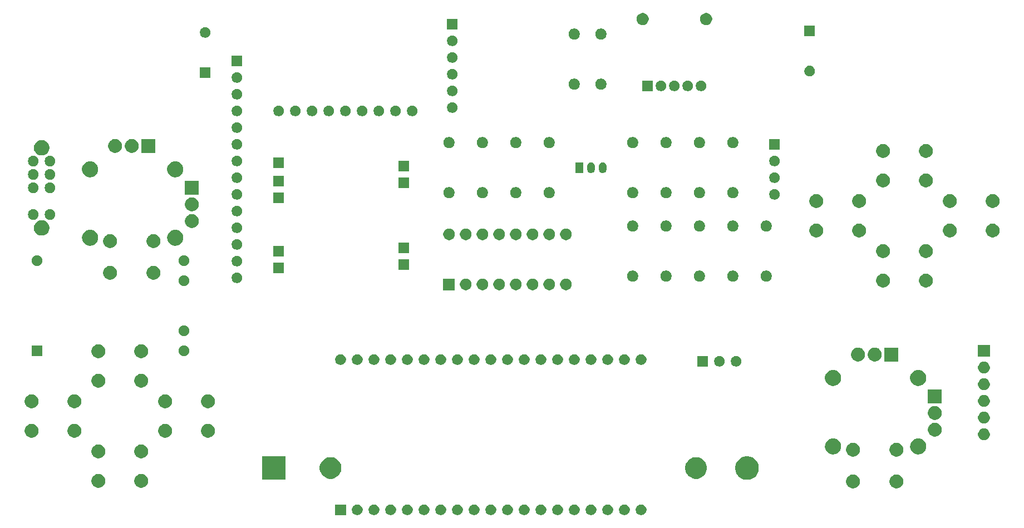
<source format=gbr>
G04 #@! TF.GenerationSoftware,KiCad,Pcbnew,5.1.6-c6e7f7d~86~ubuntu19.10.1*
G04 #@! TF.CreationDate,2020-06-13T17:36:59-04:00*
G04 #@! TF.ProjectId,Esp32Badge-v1,45737033-3242-4616-9467-652d76312e6b,2*
G04 #@! TF.SameCoordinates,Original*
G04 #@! TF.FileFunction,Soldermask,Bot*
G04 #@! TF.FilePolarity,Negative*
%FSLAX46Y46*%
G04 Gerber Fmt 4.6, Leading zero omitted, Abs format (unit mm)*
G04 Created by KiCad (PCBNEW 5.1.6-c6e7f7d~86~ubuntu19.10.1) date 2020-06-13 17:36:59*
%MOMM*%
%LPD*%
G01*
G04 APERTURE LIST*
%ADD10C,0.100000*%
G04 APERTURE END LIST*
D10*
G36*
X158998017Y-102085358D02*
G01*
X159146521Y-102146870D01*
X159146522Y-102146871D01*
X159280167Y-102236169D01*
X159393831Y-102349833D01*
X159460805Y-102450067D01*
X159483130Y-102483479D01*
X159513885Y-102557730D01*
X159544642Y-102631983D01*
X159576000Y-102789630D01*
X159576000Y-102950370D01*
X159544642Y-103108017D01*
X159513885Y-103182270D01*
X159483130Y-103256521D01*
X159483129Y-103256522D01*
X159393831Y-103390167D01*
X159280167Y-103503831D01*
X159179933Y-103570805D01*
X159146521Y-103593130D01*
X159072270Y-103623885D01*
X158998017Y-103654642D01*
X158840370Y-103686000D01*
X158679630Y-103686000D01*
X158521983Y-103654642D01*
X158447730Y-103623885D01*
X158373479Y-103593130D01*
X158340067Y-103570805D01*
X158239833Y-103503831D01*
X158126169Y-103390167D01*
X158036871Y-103256522D01*
X158036870Y-103256521D01*
X157975358Y-103108017D01*
X157944000Y-102950370D01*
X157944000Y-102789630D01*
X157975358Y-102631983D01*
X158006115Y-102557730D01*
X158036870Y-102483479D01*
X158059195Y-102450067D01*
X158126169Y-102349833D01*
X158239833Y-102236169D01*
X158373478Y-102146871D01*
X158373479Y-102146870D01*
X158447730Y-102116115D01*
X158521983Y-102085358D01*
X158679630Y-102054000D01*
X158840370Y-102054000D01*
X158998017Y-102085358D01*
G37*
G36*
X125978017Y-102085358D02*
G01*
X126126521Y-102146870D01*
X126126522Y-102146871D01*
X126260167Y-102236169D01*
X126373831Y-102349833D01*
X126440805Y-102450067D01*
X126463130Y-102483479D01*
X126493885Y-102557730D01*
X126524642Y-102631983D01*
X126556000Y-102789630D01*
X126556000Y-102950370D01*
X126524642Y-103108017D01*
X126493885Y-103182270D01*
X126463130Y-103256521D01*
X126463129Y-103256522D01*
X126373831Y-103390167D01*
X126260167Y-103503831D01*
X126159933Y-103570805D01*
X126126521Y-103593130D01*
X126052270Y-103623885D01*
X125978017Y-103654642D01*
X125820370Y-103686000D01*
X125659630Y-103686000D01*
X125501983Y-103654642D01*
X125427730Y-103623885D01*
X125353479Y-103593130D01*
X125320067Y-103570805D01*
X125219833Y-103503831D01*
X125106169Y-103390167D01*
X125016871Y-103256522D01*
X125016870Y-103256521D01*
X124955358Y-103108017D01*
X124924000Y-102950370D01*
X124924000Y-102789630D01*
X124955358Y-102631983D01*
X124986115Y-102557730D01*
X125016870Y-102483479D01*
X125039195Y-102450067D01*
X125106169Y-102349833D01*
X125219833Y-102236169D01*
X125353478Y-102146871D01*
X125353479Y-102146870D01*
X125427730Y-102116115D01*
X125501983Y-102085358D01*
X125659630Y-102054000D01*
X125820370Y-102054000D01*
X125978017Y-102085358D01*
G37*
G36*
X146298017Y-102085358D02*
G01*
X146446521Y-102146870D01*
X146446522Y-102146871D01*
X146580167Y-102236169D01*
X146693831Y-102349833D01*
X146760805Y-102450067D01*
X146783130Y-102483479D01*
X146813885Y-102557730D01*
X146844642Y-102631983D01*
X146876000Y-102789630D01*
X146876000Y-102950370D01*
X146844642Y-103108017D01*
X146813885Y-103182270D01*
X146783130Y-103256521D01*
X146783129Y-103256522D01*
X146693831Y-103390167D01*
X146580167Y-103503831D01*
X146479933Y-103570805D01*
X146446521Y-103593130D01*
X146372270Y-103623885D01*
X146298017Y-103654642D01*
X146140370Y-103686000D01*
X145979630Y-103686000D01*
X145821983Y-103654642D01*
X145747730Y-103623885D01*
X145673479Y-103593130D01*
X145640067Y-103570805D01*
X145539833Y-103503831D01*
X145426169Y-103390167D01*
X145336871Y-103256522D01*
X145336870Y-103256521D01*
X145275358Y-103108017D01*
X145244000Y-102950370D01*
X145244000Y-102789630D01*
X145275358Y-102631983D01*
X145306115Y-102557730D01*
X145336870Y-102483479D01*
X145359195Y-102450067D01*
X145426169Y-102349833D01*
X145539833Y-102236169D01*
X145673478Y-102146871D01*
X145673479Y-102146870D01*
X145747730Y-102116115D01*
X145821983Y-102085358D01*
X145979630Y-102054000D01*
X146140370Y-102054000D01*
X146298017Y-102085358D01*
G37*
G36*
X143758017Y-102085358D02*
G01*
X143906521Y-102146870D01*
X143906522Y-102146871D01*
X144040167Y-102236169D01*
X144153831Y-102349833D01*
X144220805Y-102450067D01*
X144243130Y-102483479D01*
X144273885Y-102557730D01*
X144304642Y-102631983D01*
X144336000Y-102789630D01*
X144336000Y-102950370D01*
X144304642Y-103108017D01*
X144273885Y-103182270D01*
X144243130Y-103256521D01*
X144243129Y-103256522D01*
X144153831Y-103390167D01*
X144040167Y-103503831D01*
X143939933Y-103570805D01*
X143906521Y-103593130D01*
X143832270Y-103623885D01*
X143758017Y-103654642D01*
X143600370Y-103686000D01*
X143439630Y-103686000D01*
X143281983Y-103654642D01*
X143207730Y-103623885D01*
X143133479Y-103593130D01*
X143100067Y-103570805D01*
X142999833Y-103503831D01*
X142886169Y-103390167D01*
X142796871Y-103256522D01*
X142796870Y-103256521D01*
X142735358Y-103108017D01*
X142704000Y-102950370D01*
X142704000Y-102789630D01*
X142735358Y-102631983D01*
X142766115Y-102557730D01*
X142796870Y-102483479D01*
X142819195Y-102450067D01*
X142886169Y-102349833D01*
X142999833Y-102236169D01*
X143133478Y-102146871D01*
X143133479Y-102146870D01*
X143207730Y-102116115D01*
X143281983Y-102085358D01*
X143439630Y-102054000D01*
X143600370Y-102054000D01*
X143758017Y-102085358D01*
G37*
G36*
X141218017Y-102085358D02*
G01*
X141366521Y-102146870D01*
X141366522Y-102146871D01*
X141500167Y-102236169D01*
X141613831Y-102349833D01*
X141680805Y-102450067D01*
X141703130Y-102483479D01*
X141733885Y-102557730D01*
X141764642Y-102631983D01*
X141796000Y-102789630D01*
X141796000Y-102950370D01*
X141764642Y-103108017D01*
X141733885Y-103182270D01*
X141703130Y-103256521D01*
X141703129Y-103256522D01*
X141613831Y-103390167D01*
X141500167Y-103503831D01*
X141399933Y-103570805D01*
X141366521Y-103593130D01*
X141292270Y-103623885D01*
X141218017Y-103654642D01*
X141060370Y-103686000D01*
X140899630Y-103686000D01*
X140741983Y-103654642D01*
X140667730Y-103623885D01*
X140593479Y-103593130D01*
X140560067Y-103570805D01*
X140459833Y-103503831D01*
X140346169Y-103390167D01*
X140256871Y-103256522D01*
X140256870Y-103256521D01*
X140195358Y-103108017D01*
X140164000Y-102950370D01*
X140164000Y-102789630D01*
X140195358Y-102631983D01*
X140226115Y-102557730D01*
X140256870Y-102483479D01*
X140279195Y-102450067D01*
X140346169Y-102349833D01*
X140459833Y-102236169D01*
X140593478Y-102146871D01*
X140593479Y-102146870D01*
X140667730Y-102116115D01*
X140741983Y-102085358D01*
X140899630Y-102054000D01*
X141060370Y-102054000D01*
X141218017Y-102085358D01*
G37*
G36*
X138678017Y-102085358D02*
G01*
X138826521Y-102146870D01*
X138826522Y-102146871D01*
X138960167Y-102236169D01*
X139073831Y-102349833D01*
X139140805Y-102450067D01*
X139163130Y-102483479D01*
X139193885Y-102557730D01*
X139224642Y-102631983D01*
X139256000Y-102789630D01*
X139256000Y-102950370D01*
X139224642Y-103108017D01*
X139193885Y-103182270D01*
X139163130Y-103256521D01*
X139163129Y-103256522D01*
X139073831Y-103390167D01*
X138960167Y-103503831D01*
X138859933Y-103570805D01*
X138826521Y-103593130D01*
X138752270Y-103623885D01*
X138678017Y-103654642D01*
X138520370Y-103686000D01*
X138359630Y-103686000D01*
X138201983Y-103654642D01*
X138127730Y-103623885D01*
X138053479Y-103593130D01*
X138020067Y-103570805D01*
X137919833Y-103503831D01*
X137806169Y-103390167D01*
X137716871Y-103256522D01*
X137716870Y-103256521D01*
X137655358Y-103108017D01*
X137624000Y-102950370D01*
X137624000Y-102789630D01*
X137655358Y-102631983D01*
X137686115Y-102557730D01*
X137716870Y-102483479D01*
X137739195Y-102450067D01*
X137806169Y-102349833D01*
X137919833Y-102236169D01*
X138053478Y-102146871D01*
X138053479Y-102146870D01*
X138127730Y-102116115D01*
X138201983Y-102085358D01*
X138359630Y-102054000D01*
X138520370Y-102054000D01*
X138678017Y-102085358D01*
G37*
G36*
X136138017Y-102085358D02*
G01*
X136286521Y-102146870D01*
X136286522Y-102146871D01*
X136420167Y-102236169D01*
X136533831Y-102349833D01*
X136600805Y-102450067D01*
X136623130Y-102483479D01*
X136653885Y-102557730D01*
X136684642Y-102631983D01*
X136716000Y-102789630D01*
X136716000Y-102950370D01*
X136684642Y-103108017D01*
X136653885Y-103182270D01*
X136623130Y-103256521D01*
X136623129Y-103256522D01*
X136533831Y-103390167D01*
X136420167Y-103503831D01*
X136319933Y-103570805D01*
X136286521Y-103593130D01*
X136212270Y-103623885D01*
X136138017Y-103654642D01*
X135980370Y-103686000D01*
X135819630Y-103686000D01*
X135661983Y-103654642D01*
X135587730Y-103623885D01*
X135513479Y-103593130D01*
X135480067Y-103570805D01*
X135379833Y-103503831D01*
X135266169Y-103390167D01*
X135176871Y-103256522D01*
X135176870Y-103256521D01*
X135115358Y-103108017D01*
X135084000Y-102950370D01*
X135084000Y-102789630D01*
X135115358Y-102631983D01*
X135146115Y-102557730D01*
X135176870Y-102483479D01*
X135199195Y-102450067D01*
X135266169Y-102349833D01*
X135379833Y-102236169D01*
X135513478Y-102146871D01*
X135513479Y-102146870D01*
X135587730Y-102116115D01*
X135661983Y-102085358D01*
X135819630Y-102054000D01*
X135980370Y-102054000D01*
X136138017Y-102085358D01*
G37*
G36*
X133598017Y-102085358D02*
G01*
X133746521Y-102146870D01*
X133746522Y-102146871D01*
X133880167Y-102236169D01*
X133993831Y-102349833D01*
X134060805Y-102450067D01*
X134083130Y-102483479D01*
X134113885Y-102557730D01*
X134144642Y-102631983D01*
X134176000Y-102789630D01*
X134176000Y-102950370D01*
X134144642Y-103108017D01*
X134113885Y-103182270D01*
X134083130Y-103256521D01*
X134083129Y-103256522D01*
X133993831Y-103390167D01*
X133880167Y-103503831D01*
X133779933Y-103570805D01*
X133746521Y-103593130D01*
X133672270Y-103623885D01*
X133598017Y-103654642D01*
X133440370Y-103686000D01*
X133279630Y-103686000D01*
X133121983Y-103654642D01*
X133047730Y-103623885D01*
X132973479Y-103593130D01*
X132940067Y-103570805D01*
X132839833Y-103503831D01*
X132726169Y-103390167D01*
X132636871Y-103256522D01*
X132636870Y-103256521D01*
X132575358Y-103108017D01*
X132544000Y-102950370D01*
X132544000Y-102789630D01*
X132575358Y-102631983D01*
X132606115Y-102557730D01*
X132636870Y-102483479D01*
X132659195Y-102450067D01*
X132726169Y-102349833D01*
X132839833Y-102236169D01*
X132973478Y-102146871D01*
X132973479Y-102146870D01*
X133047730Y-102116115D01*
X133121983Y-102085358D01*
X133279630Y-102054000D01*
X133440370Y-102054000D01*
X133598017Y-102085358D01*
G37*
G36*
X131058017Y-102085358D02*
G01*
X131206521Y-102146870D01*
X131206522Y-102146871D01*
X131340167Y-102236169D01*
X131453831Y-102349833D01*
X131520805Y-102450067D01*
X131543130Y-102483479D01*
X131573885Y-102557730D01*
X131604642Y-102631983D01*
X131636000Y-102789630D01*
X131636000Y-102950370D01*
X131604642Y-103108017D01*
X131573885Y-103182270D01*
X131543130Y-103256521D01*
X131543129Y-103256522D01*
X131453831Y-103390167D01*
X131340167Y-103503831D01*
X131239933Y-103570805D01*
X131206521Y-103593130D01*
X131132270Y-103623885D01*
X131058017Y-103654642D01*
X130900370Y-103686000D01*
X130739630Y-103686000D01*
X130581983Y-103654642D01*
X130507730Y-103623885D01*
X130433479Y-103593130D01*
X130400067Y-103570805D01*
X130299833Y-103503831D01*
X130186169Y-103390167D01*
X130096871Y-103256522D01*
X130096870Y-103256521D01*
X130035358Y-103108017D01*
X130004000Y-102950370D01*
X130004000Y-102789630D01*
X130035358Y-102631983D01*
X130066115Y-102557730D01*
X130096870Y-102483479D01*
X130119195Y-102450067D01*
X130186169Y-102349833D01*
X130299833Y-102236169D01*
X130433478Y-102146871D01*
X130433479Y-102146870D01*
X130507730Y-102116115D01*
X130581983Y-102085358D01*
X130739630Y-102054000D01*
X130900370Y-102054000D01*
X131058017Y-102085358D01*
G37*
G36*
X128518017Y-102085358D02*
G01*
X128666521Y-102146870D01*
X128666522Y-102146871D01*
X128800167Y-102236169D01*
X128913831Y-102349833D01*
X128980805Y-102450067D01*
X129003130Y-102483479D01*
X129033885Y-102557730D01*
X129064642Y-102631983D01*
X129096000Y-102789630D01*
X129096000Y-102950370D01*
X129064642Y-103108017D01*
X129033885Y-103182270D01*
X129003130Y-103256521D01*
X129003129Y-103256522D01*
X128913831Y-103390167D01*
X128800167Y-103503831D01*
X128699933Y-103570805D01*
X128666521Y-103593130D01*
X128592270Y-103623885D01*
X128518017Y-103654642D01*
X128360370Y-103686000D01*
X128199630Y-103686000D01*
X128041983Y-103654642D01*
X127967730Y-103623885D01*
X127893479Y-103593130D01*
X127860067Y-103570805D01*
X127759833Y-103503831D01*
X127646169Y-103390167D01*
X127556871Y-103256522D01*
X127556870Y-103256521D01*
X127495358Y-103108017D01*
X127464000Y-102950370D01*
X127464000Y-102789630D01*
X127495358Y-102631983D01*
X127526115Y-102557730D01*
X127556870Y-102483479D01*
X127579195Y-102450067D01*
X127646169Y-102349833D01*
X127759833Y-102236169D01*
X127893478Y-102146871D01*
X127893479Y-102146870D01*
X127967730Y-102116115D01*
X128041983Y-102085358D01*
X128199630Y-102054000D01*
X128360370Y-102054000D01*
X128518017Y-102085358D01*
G37*
G36*
X120898017Y-102085358D02*
G01*
X121046521Y-102146870D01*
X121046522Y-102146871D01*
X121180167Y-102236169D01*
X121293831Y-102349833D01*
X121360805Y-102450067D01*
X121383130Y-102483479D01*
X121413885Y-102557730D01*
X121444642Y-102631983D01*
X121476000Y-102789630D01*
X121476000Y-102950370D01*
X121444642Y-103108017D01*
X121413885Y-103182270D01*
X121383130Y-103256521D01*
X121383129Y-103256522D01*
X121293831Y-103390167D01*
X121180167Y-103503831D01*
X121079933Y-103570805D01*
X121046521Y-103593130D01*
X120972270Y-103623885D01*
X120898017Y-103654642D01*
X120740370Y-103686000D01*
X120579630Y-103686000D01*
X120421983Y-103654642D01*
X120347730Y-103623885D01*
X120273479Y-103593130D01*
X120240067Y-103570805D01*
X120139833Y-103503831D01*
X120026169Y-103390167D01*
X119936871Y-103256522D01*
X119936870Y-103256521D01*
X119875358Y-103108017D01*
X119844000Y-102950370D01*
X119844000Y-102789630D01*
X119875358Y-102631983D01*
X119906115Y-102557730D01*
X119936870Y-102483479D01*
X119959195Y-102450067D01*
X120026169Y-102349833D01*
X120139833Y-102236169D01*
X120273478Y-102146871D01*
X120273479Y-102146870D01*
X120347730Y-102116115D01*
X120421983Y-102085358D01*
X120579630Y-102054000D01*
X120740370Y-102054000D01*
X120898017Y-102085358D01*
G37*
G36*
X123438017Y-102085358D02*
G01*
X123586521Y-102146870D01*
X123586522Y-102146871D01*
X123720167Y-102236169D01*
X123833831Y-102349833D01*
X123900805Y-102450067D01*
X123923130Y-102483479D01*
X123953885Y-102557730D01*
X123984642Y-102631983D01*
X124016000Y-102789630D01*
X124016000Y-102950370D01*
X123984642Y-103108017D01*
X123953885Y-103182270D01*
X123923130Y-103256521D01*
X123923129Y-103256522D01*
X123833831Y-103390167D01*
X123720167Y-103503831D01*
X123619933Y-103570805D01*
X123586521Y-103593130D01*
X123512270Y-103623885D01*
X123438017Y-103654642D01*
X123280370Y-103686000D01*
X123119630Y-103686000D01*
X122961983Y-103654642D01*
X122887730Y-103623885D01*
X122813479Y-103593130D01*
X122780067Y-103570805D01*
X122679833Y-103503831D01*
X122566169Y-103390167D01*
X122476871Y-103256522D01*
X122476870Y-103256521D01*
X122415358Y-103108017D01*
X122384000Y-102950370D01*
X122384000Y-102789630D01*
X122415358Y-102631983D01*
X122446115Y-102557730D01*
X122476870Y-102483479D01*
X122499195Y-102450067D01*
X122566169Y-102349833D01*
X122679833Y-102236169D01*
X122813478Y-102146871D01*
X122813479Y-102146870D01*
X122887730Y-102116115D01*
X122961983Y-102085358D01*
X123119630Y-102054000D01*
X123280370Y-102054000D01*
X123438017Y-102085358D01*
G37*
G36*
X156458017Y-102085358D02*
G01*
X156606521Y-102146870D01*
X156606522Y-102146871D01*
X156740167Y-102236169D01*
X156853831Y-102349833D01*
X156920805Y-102450067D01*
X156943130Y-102483479D01*
X156973885Y-102557730D01*
X157004642Y-102631983D01*
X157036000Y-102789630D01*
X157036000Y-102950370D01*
X157004642Y-103108017D01*
X156973885Y-103182270D01*
X156943130Y-103256521D01*
X156943129Y-103256522D01*
X156853831Y-103390167D01*
X156740167Y-103503831D01*
X156639933Y-103570805D01*
X156606521Y-103593130D01*
X156532270Y-103623885D01*
X156458017Y-103654642D01*
X156300370Y-103686000D01*
X156139630Y-103686000D01*
X155981983Y-103654642D01*
X155907730Y-103623885D01*
X155833479Y-103593130D01*
X155800067Y-103570805D01*
X155699833Y-103503831D01*
X155586169Y-103390167D01*
X155496871Y-103256522D01*
X155496870Y-103256521D01*
X155435358Y-103108017D01*
X155404000Y-102950370D01*
X155404000Y-102789630D01*
X155435358Y-102631983D01*
X155466115Y-102557730D01*
X155496870Y-102483479D01*
X155519195Y-102450067D01*
X155586169Y-102349833D01*
X155699833Y-102236169D01*
X155833478Y-102146871D01*
X155833479Y-102146870D01*
X155907730Y-102116115D01*
X155981983Y-102085358D01*
X156139630Y-102054000D01*
X156300370Y-102054000D01*
X156458017Y-102085358D01*
G37*
G36*
X153918017Y-102085358D02*
G01*
X154066521Y-102146870D01*
X154066522Y-102146871D01*
X154200167Y-102236169D01*
X154313831Y-102349833D01*
X154380805Y-102450067D01*
X154403130Y-102483479D01*
X154433885Y-102557730D01*
X154464642Y-102631983D01*
X154496000Y-102789630D01*
X154496000Y-102950370D01*
X154464642Y-103108017D01*
X154433885Y-103182270D01*
X154403130Y-103256521D01*
X154403129Y-103256522D01*
X154313831Y-103390167D01*
X154200167Y-103503831D01*
X154099933Y-103570805D01*
X154066521Y-103593130D01*
X153992270Y-103623885D01*
X153918017Y-103654642D01*
X153760370Y-103686000D01*
X153599630Y-103686000D01*
X153441983Y-103654642D01*
X153367730Y-103623885D01*
X153293479Y-103593130D01*
X153260067Y-103570805D01*
X153159833Y-103503831D01*
X153046169Y-103390167D01*
X152956871Y-103256522D01*
X152956870Y-103256521D01*
X152895358Y-103108017D01*
X152864000Y-102950370D01*
X152864000Y-102789630D01*
X152895358Y-102631983D01*
X152926115Y-102557730D01*
X152956870Y-102483479D01*
X152979195Y-102450067D01*
X153046169Y-102349833D01*
X153159833Y-102236169D01*
X153293478Y-102146871D01*
X153293479Y-102146870D01*
X153367730Y-102116115D01*
X153441983Y-102085358D01*
X153599630Y-102054000D01*
X153760370Y-102054000D01*
X153918017Y-102085358D01*
G37*
G36*
X151378017Y-102085358D02*
G01*
X151526521Y-102146870D01*
X151526522Y-102146871D01*
X151660167Y-102236169D01*
X151773831Y-102349833D01*
X151840805Y-102450067D01*
X151863130Y-102483479D01*
X151893885Y-102557730D01*
X151924642Y-102631983D01*
X151956000Y-102789630D01*
X151956000Y-102950370D01*
X151924642Y-103108017D01*
X151893885Y-103182270D01*
X151863130Y-103256521D01*
X151863129Y-103256522D01*
X151773831Y-103390167D01*
X151660167Y-103503831D01*
X151559933Y-103570805D01*
X151526521Y-103593130D01*
X151452270Y-103623885D01*
X151378017Y-103654642D01*
X151220370Y-103686000D01*
X151059630Y-103686000D01*
X150901983Y-103654642D01*
X150827730Y-103623885D01*
X150753479Y-103593130D01*
X150720067Y-103570805D01*
X150619833Y-103503831D01*
X150506169Y-103390167D01*
X150416871Y-103256522D01*
X150416870Y-103256521D01*
X150355358Y-103108017D01*
X150324000Y-102950370D01*
X150324000Y-102789630D01*
X150355358Y-102631983D01*
X150386115Y-102557730D01*
X150416870Y-102483479D01*
X150439195Y-102450067D01*
X150506169Y-102349833D01*
X150619833Y-102236169D01*
X150753478Y-102146871D01*
X150753479Y-102146870D01*
X150827730Y-102116115D01*
X150901983Y-102085358D01*
X151059630Y-102054000D01*
X151220370Y-102054000D01*
X151378017Y-102085358D01*
G37*
G36*
X113856000Y-103686000D02*
G01*
X112224000Y-103686000D01*
X112224000Y-102054000D01*
X113856000Y-102054000D01*
X113856000Y-103686000D01*
G37*
G36*
X115818017Y-102085358D02*
G01*
X115966521Y-102146870D01*
X115966522Y-102146871D01*
X116100167Y-102236169D01*
X116213831Y-102349833D01*
X116280805Y-102450067D01*
X116303130Y-102483479D01*
X116333885Y-102557730D01*
X116364642Y-102631983D01*
X116396000Y-102789630D01*
X116396000Y-102950370D01*
X116364642Y-103108017D01*
X116333885Y-103182270D01*
X116303130Y-103256521D01*
X116303129Y-103256522D01*
X116213831Y-103390167D01*
X116100167Y-103503831D01*
X115999933Y-103570805D01*
X115966521Y-103593130D01*
X115892270Y-103623885D01*
X115818017Y-103654642D01*
X115660370Y-103686000D01*
X115499630Y-103686000D01*
X115341983Y-103654642D01*
X115267730Y-103623885D01*
X115193479Y-103593130D01*
X115160067Y-103570805D01*
X115059833Y-103503831D01*
X114946169Y-103390167D01*
X114856871Y-103256522D01*
X114856870Y-103256521D01*
X114795358Y-103108017D01*
X114764000Y-102950370D01*
X114764000Y-102789630D01*
X114795358Y-102631983D01*
X114826115Y-102557730D01*
X114856870Y-102483479D01*
X114879195Y-102450067D01*
X114946169Y-102349833D01*
X115059833Y-102236169D01*
X115193478Y-102146871D01*
X115193479Y-102146870D01*
X115267730Y-102116115D01*
X115341983Y-102085358D01*
X115499630Y-102054000D01*
X115660370Y-102054000D01*
X115818017Y-102085358D01*
G37*
G36*
X118358017Y-102085358D02*
G01*
X118506521Y-102146870D01*
X118506522Y-102146871D01*
X118640167Y-102236169D01*
X118753831Y-102349833D01*
X118820805Y-102450067D01*
X118843130Y-102483479D01*
X118873885Y-102557730D01*
X118904642Y-102631983D01*
X118936000Y-102789630D01*
X118936000Y-102950370D01*
X118904642Y-103108017D01*
X118873885Y-103182270D01*
X118843130Y-103256521D01*
X118843129Y-103256522D01*
X118753831Y-103390167D01*
X118640167Y-103503831D01*
X118539933Y-103570805D01*
X118506521Y-103593130D01*
X118432270Y-103623885D01*
X118358017Y-103654642D01*
X118200370Y-103686000D01*
X118039630Y-103686000D01*
X117881983Y-103654642D01*
X117807730Y-103623885D01*
X117733479Y-103593130D01*
X117700067Y-103570805D01*
X117599833Y-103503831D01*
X117486169Y-103390167D01*
X117396871Y-103256522D01*
X117396870Y-103256521D01*
X117335358Y-103108017D01*
X117304000Y-102950370D01*
X117304000Y-102789630D01*
X117335358Y-102631983D01*
X117366115Y-102557730D01*
X117396870Y-102483479D01*
X117419195Y-102450067D01*
X117486169Y-102349833D01*
X117599833Y-102236169D01*
X117733478Y-102146871D01*
X117733479Y-102146870D01*
X117807730Y-102116115D01*
X117881983Y-102085358D01*
X118039630Y-102054000D01*
X118200370Y-102054000D01*
X118358017Y-102085358D01*
G37*
G36*
X148838017Y-102085358D02*
G01*
X148986521Y-102146870D01*
X148986522Y-102146871D01*
X149120167Y-102236169D01*
X149233831Y-102349833D01*
X149300805Y-102450067D01*
X149323130Y-102483479D01*
X149353885Y-102557730D01*
X149384642Y-102631983D01*
X149416000Y-102789630D01*
X149416000Y-102950370D01*
X149384642Y-103108017D01*
X149353885Y-103182270D01*
X149323130Y-103256521D01*
X149323129Y-103256522D01*
X149233831Y-103390167D01*
X149120167Y-103503831D01*
X149019933Y-103570805D01*
X148986521Y-103593130D01*
X148912270Y-103623885D01*
X148838017Y-103654642D01*
X148680370Y-103686000D01*
X148519630Y-103686000D01*
X148361983Y-103654642D01*
X148287730Y-103623885D01*
X148213479Y-103593130D01*
X148180067Y-103570805D01*
X148079833Y-103503831D01*
X147966169Y-103390167D01*
X147876871Y-103256522D01*
X147876870Y-103256521D01*
X147815358Y-103108017D01*
X147784000Y-102950370D01*
X147784000Y-102789630D01*
X147815358Y-102631983D01*
X147846115Y-102557730D01*
X147876870Y-102483479D01*
X147899195Y-102450067D01*
X147966169Y-102349833D01*
X148079833Y-102236169D01*
X148213478Y-102146871D01*
X148213479Y-102146870D01*
X148287730Y-102116115D01*
X148361983Y-102085358D01*
X148519630Y-102054000D01*
X148680370Y-102054000D01*
X148838017Y-102085358D01*
G37*
G36*
X197918564Y-97541389D02*
G01*
X198109833Y-97620615D01*
X198109835Y-97620616D01*
X198281973Y-97735635D01*
X198428365Y-97882027D01*
X198495899Y-97983098D01*
X198543385Y-98054167D01*
X198622611Y-98245436D01*
X198663000Y-98448484D01*
X198663000Y-98655516D01*
X198622611Y-98858564D01*
X198573208Y-98977833D01*
X198543384Y-99049835D01*
X198428365Y-99221973D01*
X198281973Y-99368365D01*
X198109835Y-99483384D01*
X198109834Y-99483385D01*
X198109833Y-99483385D01*
X197918564Y-99562611D01*
X197715516Y-99603000D01*
X197508484Y-99603000D01*
X197305436Y-99562611D01*
X197114167Y-99483385D01*
X197114166Y-99483385D01*
X197114165Y-99483384D01*
X196942027Y-99368365D01*
X196795635Y-99221973D01*
X196680616Y-99049835D01*
X196650792Y-98977833D01*
X196601389Y-98858564D01*
X196561000Y-98655516D01*
X196561000Y-98448484D01*
X196601389Y-98245436D01*
X196680615Y-98054167D01*
X196728102Y-97983098D01*
X196795635Y-97882027D01*
X196942027Y-97735635D01*
X197114165Y-97620616D01*
X197114167Y-97620615D01*
X197305436Y-97541389D01*
X197508484Y-97501000D01*
X197715516Y-97501000D01*
X197918564Y-97541389D01*
G37*
G36*
X191314564Y-97541389D02*
G01*
X191505833Y-97620615D01*
X191505835Y-97620616D01*
X191677973Y-97735635D01*
X191824365Y-97882027D01*
X191891899Y-97983098D01*
X191939385Y-98054167D01*
X192018611Y-98245436D01*
X192059000Y-98448484D01*
X192059000Y-98655516D01*
X192018611Y-98858564D01*
X191969208Y-98977833D01*
X191939384Y-99049835D01*
X191824365Y-99221973D01*
X191677973Y-99368365D01*
X191505835Y-99483384D01*
X191505834Y-99483385D01*
X191505833Y-99483385D01*
X191314564Y-99562611D01*
X191111516Y-99603000D01*
X190904484Y-99603000D01*
X190701436Y-99562611D01*
X190510167Y-99483385D01*
X190510166Y-99483385D01*
X190510165Y-99483384D01*
X190338027Y-99368365D01*
X190191635Y-99221973D01*
X190076616Y-99049835D01*
X190046792Y-98977833D01*
X189997389Y-98858564D01*
X189957000Y-98655516D01*
X189957000Y-98448484D01*
X189997389Y-98245436D01*
X190076615Y-98054167D01*
X190124102Y-97983098D01*
X190191635Y-97882027D01*
X190338027Y-97735635D01*
X190510165Y-97620616D01*
X190510167Y-97620615D01*
X190701436Y-97541389D01*
X190904484Y-97501000D01*
X191111516Y-97501000D01*
X191314564Y-97541389D01*
G37*
G36*
X76506564Y-97469389D02*
G01*
X76680390Y-97541390D01*
X76697835Y-97548616D01*
X76869973Y-97663635D01*
X77016365Y-97810027D01*
X77131385Y-97982167D01*
X77210611Y-98173436D01*
X77251000Y-98376484D01*
X77251000Y-98583516D01*
X77210611Y-98786564D01*
X77180787Y-98858565D01*
X77131384Y-98977835D01*
X77016365Y-99149973D01*
X76869973Y-99296365D01*
X76697835Y-99411384D01*
X76697834Y-99411385D01*
X76697833Y-99411385D01*
X76506564Y-99490611D01*
X76303516Y-99531000D01*
X76096484Y-99531000D01*
X75893436Y-99490611D01*
X75702167Y-99411385D01*
X75702166Y-99411385D01*
X75702165Y-99411384D01*
X75530027Y-99296365D01*
X75383635Y-99149973D01*
X75268616Y-98977835D01*
X75219213Y-98858565D01*
X75189389Y-98786564D01*
X75149000Y-98583516D01*
X75149000Y-98376484D01*
X75189389Y-98173436D01*
X75268615Y-97982167D01*
X75383635Y-97810027D01*
X75530027Y-97663635D01*
X75702165Y-97548616D01*
X75719610Y-97541390D01*
X75893436Y-97469389D01*
X76096484Y-97429000D01*
X76303516Y-97429000D01*
X76506564Y-97469389D01*
G37*
G36*
X83006564Y-97469389D02*
G01*
X83180390Y-97541390D01*
X83197835Y-97548616D01*
X83369973Y-97663635D01*
X83516365Y-97810027D01*
X83631385Y-97982167D01*
X83710611Y-98173436D01*
X83751000Y-98376484D01*
X83751000Y-98583516D01*
X83710611Y-98786564D01*
X83680787Y-98858565D01*
X83631384Y-98977835D01*
X83516365Y-99149973D01*
X83369973Y-99296365D01*
X83197835Y-99411384D01*
X83197834Y-99411385D01*
X83197833Y-99411385D01*
X83006564Y-99490611D01*
X82803516Y-99531000D01*
X82596484Y-99531000D01*
X82393436Y-99490611D01*
X82202167Y-99411385D01*
X82202166Y-99411385D01*
X82202165Y-99411384D01*
X82030027Y-99296365D01*
X81883635Y-99149973D01*
X81768616Y-98977835D01*
X81719213Y-98858565D01*
X81689389Y-98786564D01*
X81649000Y-98583516D01*
X81649000Y-98376484D01*
X81689389Y-98173436D01*
X81768615Y-97982167D01*
X81883635Y-97810027D01*
X82030027Y-97663635D01*
X82202165Y-97548616D01*
X82219610Y-97541390D01*
X82393436Y-97469389D01*
X82596484Y-97429000D01*
X82803516Y-97429000D01*
X83006564Y-97469389D01*
G37*
G36*
X104671000Y-98321000D02*
G01*
X101069000Y-98321000D01*
X101069000Y-94719000D01*
X104671000Y-94719000D01*
X104671000Y-98321000D01*
G37*
G36*
X175395331Y-94788211D02*
G01*
X175723092Y-94923974D01*
X176018070Y-95121072D01*
X176268928Y-95371930D01*
X176466026Y-95666908D01*
X176601789Y-95994669D01*
X176671000Y-96342616D01*
X176671000Y-96697384D01*
X176601789Y-97045331D01*
X176466026Y-97373092D01*
X176268928Y-97668070D01*
X176018070Y-97918928D01*
X175723092Y-98116026D01*
X175395331Y-98251789D01*
X175047384Y-98321000D01*
X174692616Y-98321000D01*
X174344669Y-98251789D01*
X174016908Y-98116026D01*
X173721930Y-97918928D01*
X173471072Y-97668070D01*
X173273974Y-97373092D01*
X173138211Y-97045331D01*
X173069000Y-96697384D01*
X173069000Y-96342616D01*
X173138211Y-95994669D01*
X173273974Y-95666908D01*
X173471072Y-95371930D01*
X173721930Y-95121072D01*
X174016908Y-94923974D01*
X174344669Y-94788211D01*
X174692616Y-94719000D01*
X175047384Y-94719000D01*
X175395331Y-94788211D01*
G37*
G36*
X111890256Y-94911298D02*
G01*
X111996579Y-94932447D01*
X112297042Y-95056903D01*
X112567451Y-95237585D01*
X112797415Y-95467549D01*
X112978097Y-95737958D01*
X112978098Y-95737960D01*
X113102553Y-96038422D01*
X113166000Y-96357389D01*
X113166000Y-96682611D01*
X113163061Y-96697384D01*
X113102553Y-97001579D01*
X112978097Y-97302042D01*
X112797415Y-97572451D01*
X112567451Y-97802415D01*
X112297042Y-97983097D01*
X111996579Y-98107553D01*
X111953987Y-98116025D01*
X111677611Y-98171000D01*
X111352389Y-98171000D01*
X111076013Y-98116025D01*
X111033421Y-98107553D01*
X110732958Y-97983097D01*
X110462549Y-97802415D01*
X110232585Y-97572451D01*
X110051903Y-97302042D01*
X109927447Y-97001579D01*
X109866939Y-96697384D01*
X109864000Y-96682611D01*
X109864000Y-96357389D01*
X109927447Y-96038422D01*
X110051902Y-95737960D01*
X110051903Y-95737958D01*
X110232585Y-95467549D01*
X110462549Y-95237585D01*
X110732958Y-95056903D01*
X111033421Y-94932447D01*
X111139744Y-94911298D01*
X111352389Y-94869000D01*
X111677611Y-94869000D01*
X111890256Y-94911298D01*
G37*
G36*
X167500256Y-94911298D02*
G01*
X167606579Y-94932447D01*
X167907042Y-95056903D01*
X168177451Y-95237585D01*
X168407415Y-95467549D01*
X168588097Y-95737958D01*
X168588098Y-95737960D01*
X168712553Y-96038422D01*
X168776000Y-96357389D01*
X168776000Y-96682611D01*
X168773061Y-96697384D01*
X168712553Y-97001579D01*
X168588097Y-97302042D01*
X168407415Y-97572451D01*
X168177451Y-97802415D01*
X167907042Y-97983097D01*
X167606579Y-98107553D01*
X167563987Y-98116025D01*
X167287611Y-98171000D01*
X166962389Y-98171000D01*
X166686013Y-98116025D01*
X166643421Y-98107553D01*
X166342958Y-97983097D01*
X166072549Y-97802415D01*
X165842585Y-97572451D01*
X165661903Y-97302042D01*
X165537447Y-97001579D01*
X165476939Y-96697384D01*
X165474000Y-96682611D01*
X165474000Y-96357389D01*
X165537447Y-96038422D01*
X165661902Y-95737960D01*
X165661903Y-95737958D01*
X165842585Y-95467549D01*
X166072549Y-95237585D01*
X166342958Y-95056903D01*
X166643421Y-94932447D01*
X166749744Y-94911298D01*
X166962389Y-94869000D01*
X167287611Y-94869000D01*
X167500256Y-94911298D01*
G37*
G36*
X83006564Y-92969389D02*
G01*
X83197833Y-93048615D01*
X83197835Y-93048616D01*
X83271357Y-93097742D01*
X83369973Y-93163635D01*
X83516365Y-93310027D01*
X83631385Y-93482167D01*
X83710611Y-93673436D01*
X83751000Y-93876484D01*
X83751000Y-94083516D01*
X83710611Y-94286564D01*
X83665292Y-94395973D01*
X83631384Y-94477835D01*
X83516365Y-94649973D01*
X83369973Y-94796365D01*
X83197835Y-94911384D01*
X83197834Y-94911385D01*
X83197833Y-94911385D01*
X83006564Y-94990611D01*
X82803516Y-95031000D01*
X82596484Y-95031000D01*
X82393436Y-94990611D01*
X82202167Y-94911385D01*
X82202166Y-94911385D01*
X82202165Y-94911384D01*
X82030027Y-94796365D01*
X81883635Y-94649973D01*
X81768616Y-94477835D01*
X81734708Y-94395973D01*
X81689389Y-94286564D01*
X81649000Y-94083516D01*
X81649000Y-93876484D01*
X81689389Y-93673436D01*
X81768615Y-93482167D01*
X81883635Y-93310027D01*
X82030027Y-93163635D01*
X82128643Y-93097742D01*
X82202165Y-93048616D01*
X82202167Y-93048615D01*
X82393436Y-92969389D01*
X82596484Y-92929000D01*
X82803516Y-92929000D01*
X83006564Y-92969389D01*
G37*
G36*
X76506564Y-92969389D02*
G01*
X76697833Y-93048615D01*
X76697835Y-93048616D01*
X76771357Y-93097742D01*
X76869973Y-93163635D01*
X77016365Y-93310027D01*
X77131385Y-93482167D01*
X77210611Y-93673436D01*
X77251000Y-93876484D01*
X77251000Y-94083516D01*
X77210611Y-94286564D01*
X77165292Y-94395973D01*
X77131384Y-94477835D01*
X77016365Y-94649973D01*
X76869973Y-94796365D01*
X76697835Y-94911384D01*
X76697834Y-94911385D01*
X76697833Y-94911385D01*
X76506564Y-94990611D01*
X76303516Y-95031000D01*
X76096484Y-95031000D01*
X75893436Y-94990611D01*
X75702167Y-94911385D01*
X75702166Y-94911385D01*
X75702165Y-94911384D01*
X75530027Y-94796365D01*
X75383635Y-94649973D01*
X75268616Y-94477835D01*
X75234708Y-94395973D01*
X75189389Y-94286564D01*
X75149000Y-94083516D01*
X75149000Y-93876484D01*
X75189389Y-93673436D01*
X75268615Y-93482167D01*
X75383635Y-93310027D01*
X75530027Y-93163635D01*
X75628643Y-93097742D01*
X75702165Y-93048616D01*
X75702167Y-93048615D01*
X75893436Y-92969389D01*
X76096484Y-92929000D01*
X76303516Y-92929000D01*
X76506564Y-92969389D01*
G37*
G36*
X191314564Y-92715389D02*
G01*
X191505833Y-92794615D01*
X191505835Y-92794616D01*
X191606453Y-92861847D01*
X191677973Y-92909635D01*
X191824365Y-93056027D01*
X191939385Y-93228167D01*
X192018611Y-93419436D01*
X192059000Y-93622484D01*
X192059000Y-93829516D01*
X192018611Y-94032564D01*
X191997506Y-94083516D01*
X191939384Y-94223835D01*
X191824365Y-94395973D01*
X191677973Y-94542365D01*
X191505835Y-94657384D01*
X191505834Y-94657385D01*
X191505833Y-94657385D01*
X191314564Y-94736611D01*
X191111516Y-94777000D01*
X190904484Y-94777000D01*
X190701436Y-94736611D01*
X190510167Y-94657385D01*
X190510166Y-94657385D01*
X190510165Y-94657384D01*
X190338027Y-94542365D01*
X190191635Y-94395973D01*
X190076616Y-94223835D01*
X190018494Y-94083516D01*
X189997389Y-94032564D01*
X189957000Y-93829516D01*
X189957000Y-93622484D01*
X189997389Y-93419436D01*
X190076615Y-93228167D01*
X190191635Y-93056027D01*
X190338027Y-92909635D01*
X190409547Y-92861847D01*
X190510165Y-92794616D01*
X190510167Y-92794615D01*
X190701436Y-92715389D01*
X190904484Y-92675000D01*
X191111516Y-92675000D01*
X191314564Y-92715389D01*
G37*
G36*
X197918564Y-92715389D02*
G01*
X198109833Y-92794615D01*
X198109835Y-92794616D01*
X198210453Y-92861847D01*
X198281973Y-92909635D01*
X198428365Y-93056027D01*
X198543385Y-93228167D01*
X198622611Y-93419436D01*
X198663000Y-93622484D01*
X198663000Y-93829516D01*
X198622611Y-94032564D01*
X198601506Y-94083516D01*
X198543384Y-94223835D01*
X198428365Y-94395973D01*
X198281973Y-94542365D01*
X198109835Y-94657384D01*
X198109834Y-94657385D01*
X198109833Y-94657385D01*
X197918564Y-94736611D01*
X197715516Y-94777000D01*
X197508484Y-94777000D01*
X197305436Y-94736611D01*
X197114167Y-94657385D01*
X197114166Y-94657385D01*
X197114165Y-94657384D01*
X196942027Y-94542365D01*
X196795635Y-94395973D01*
X196680616Y-94223835D01*
X196622494Y-94083516D01*
X196601389Y-94032564D01*
X196561000Y-93829516D01*
X196561000Y-93622484D01*
X196601389Y-93419436D01*
X196680615Y-93228167D01*
X196795635Y-93056027D01*
X196942027Y-92909635D01*
X197013547Y-92861847D01*
X197114165Y-92794616D01*
X197114167Y-92794615D01*
X197305436Y-92715389D01*
X197508484Y-92675000D01*
X197715516Y-92675000D01*
X197918564Y-92715389D01*
G37*
G36*
X201152205Y-92020461D02*
G01*
X201270153Y-92043922D01*
X201362194Y-92082047D01*
X201492359Y-92135963D01*
X201692342Y-92269587D01*
X201862413Y-92439658D01*
X201996037Y-92639641D01*
X202010683Y-92675000D01*
X202088078Y-92861847D01*
X202101435Y-92929000D01*
X202126703Y-93056027D01*
X202135000Y-93097742D01*
X202135000Y-93338258D01*
X202088078Y-93574153D01*
X202049953Y-93666194D01*
X201996037Y-93796359D01*
X201862413Y-93996342D01*
X201692342Y-94166413D01*
X201492359Y-94300037D01*
X201362194Y-94353953D01*
X201270153Y-94392078D01*
X201152205Y-94415539D01*
X201034259Y-94439000D01*
X200793741Y-94439000D01*
X200675795Y-94415539D01*
X200557847Y-94392078D01*
X200465806Y-94353953D01*
X200335641Y-94300037D01*
X200135658Y-94166413D01*
X199965587Y-93996342D01*
X199831963Y-93796359D01*
X199778047Y-93666194D01*
X199739922Y-93574153D01*
X199693000Y-93338258D01*
X199693000Y-93097742D01*
X199701298Y-93056027D01*
X199726565Y-92929000D01*
X199739922Y-92861847D01*
X199817317Y-92675000D01*
X199831963Y-92639641D01*
X199965587Y-92439658D01*
X200135658Y-92269587D01*
X200335641Y-92135963D01*
X200465806Y-92082047D01*
X200557847Y-92043922D01*
X200675795Y-92020461D01*
X200793741Y-91997000D01*
X201034259Y-91997000D01*
X201152205Y-92020461D01*
G37*
G36*
X188198205Y-92020461D02*
G01*
X188316153Y-92043922D01*
X188408194Y-92082047D01*
X188538359Y-92135963D01*
X188738342Y-92269587D01*
X188908413Y-92439658D01*
X189042037Y-92639641D01*
X189056683Y-92675000D01*
X189134078Y-92861847D01*
X189147435Y-92929000D01*
X189172703Y-93056027D01*
X189181000Y-93097742D01*
X189181000Y-93338258D01*
X189134078Y-93574153D01*
X189095953Y-93666194D01*
X189042037Y-93796359D01*
X188908413Y-93996342D01*
X188738342Y-94166413D01*
X188538359Y-94300037D01*
X188408194Y-94353953D01*
X188316153Y-94392078D01*
X188198205Y-94415539D01*
X188080259Y-94439000D01*
X187839741Y-94439000D01*
X187721795Y-94415539D01*
X187603847Y-94392078D01*
X187511806Y-94353953D01*
X187381641Y-94300037D01*
X187181658Y-94166413D01*
X187011587Y-93996342D01*
X186877963Y-93796359D01*
X186824047Y-93666194D01*
X186785922Y-93574153D01*
X186739000Y-93338258D01*
X186739000Y-93097742D01*
X186747298Y-93056027D01*
X186772565Y-92929000D01*
X186785922Y-92861847D01*
X186863317Y-92675000D01*
X186877963Y-92639641D01*
X187011587Y-92439658D01*
X187181658Y-92269587D01*
X187381641Y-92135963D01*
X187511806Y-92082047D01*
X187603847Y-92043922D01*
X187721795Y-92020461D01*
X187839741Y-91997000D01*
X188080259Y-91997000D01*
X188198205Y-92020461D01*
G37*
G36*
X211035512Y-90493127D02*
G01*
X211184812Y-90522824D01*
X211348784Y-90590744D01*
X211496354Y-90689347D01*
X211621853Y-90814846D01*
X211720456Y-90962416D01*
X211788376Y-91126388D01*
X211823000Y-91300459D01*
X211823000Y-91477941D01*
X211788376Y-91652012D01*
X211720456Y-91815984D01*
X211621853Y-91963554D01*
X211496354Y-92089053D01*
X211348784Y-92187656D01*
X211184812Y-92255576D01*
X211035512Y-92285273D01*
X211010742Y-92290200D01*
X210833258Y-92290200D01*
X210808488Y-92285273D01*
X210659188Y-92255576D01*
X210495216Y-92187656D01*
X210347646Y-92089053D01*
X210222147Y-91963554D01*
X210123544Y-91815984D01*
X210055624Y-91652012D01*
X210021000Y-91477941D01*
X210021000Y-91300459D01*
X210055624Y-91126388D01*
X210123544Y-90962416D01*
X210222147Y-90814846D01*
X210347646Y-90689347D01*
X210495216Y-90590744D01*
X210659188Y-90522824D01*
X210808488Y-90493127D01*
X210833258Y-90488200D01*
X211010742Y-90488200D01*
X211035512Y-90493127D01*
G37*
G36*
X93166564Y-89849389D02*
G01*
X93357833Y-89928615D01*
X93357835Y-89928616D01*
X93476682Y-90008027D01*
X93529973Y-90043635D01*
X93676365Y-90190027D01*
X93791385Y-90362167D01*
X93870611Y-90553436D01*
X93911000Y-90756484D01*
X93911000Y-90963516D01*
X93870611Y-91166564D01*
X93815150Y-91300458D01*
X93791384Y-91357835D01*
X93676365Y-91529973D01*
X93529973Y-91676365D01*
X93357835Y-91791384D01*
X93357834Y-91791385D01*
X93357833Y-91791385D01*
X93166564Y-91870611D01*
X92963516Y-91911000D01*
X92756484Y-91911000D01*
X92553436Y-91870611D01*
X92362167Y-91791385D01*
X92362166Y-91791385D01*
X92362165Y-91791384D01*
X92190027Y-91676365D01*
X92043635Y-91529973D01*
X91928616Y-91357835D01*
X91904850Y-91300458D01*
X91849389Y-91166564D01*
X91809000Y-90963516D01*
X91809000Y-90756484D01*
X91849389Y-90553436D01*
X91928615Y-90362167D01*
X92043635Y-90190027D01*
X92190027Y-90043635D01*
X92243318Y-90008027D01*
X92362165Y-89928616D01*
X92362167Y-89928615D01*
X92553436Y-89849389D01*
X92756484Y-89809000D01*
X92963516Y-89809000D01*
X93166564Y-89849389D01*
G37*
G36*
X86666564Y-89849389D02*
G01*
X86857833Y-89928615D01*
X86857835Y-89928616D01*
X86976682Y-90008027D01*
X87029973Y-90043635D01*
X87176365Y-90190027D01*
X87291385Y-90362167D01*
X87370611Y-90553436D01*
X87411000Y-90756484D01*
X87411000Y-90963516D01*
X87370611Y-91166564D01*
X87315150Y-91300458D01*
X87291384Y-91357835D01*
X87176365Y-91529973D01*
X87029973Y-91676365D01*
X86857835Y-91791384D01*
X86857834Y-91791385D01*
X86857833Y-91791385D01*
X86666564Y-91870611D01*
X86463516Y-91911000D01*
X86256484Y-91911000D01*
X86053436Y-91870611D01*
X85862167Y-91791385D01*
X85862166Y-91791385D01*
X85862165Y-91791384D01*
X85690027Y-91676365D01*
X85543635Y-91529973D01*
X85428616Y-91357835D01*
X85404850Y-91300458D01*
X85349389Y-91166564D01*
X85309000Y-90963516D01*
X85309000Y-90756484D01*
X85349389Y-90553436D01*
X85428615Y-90362167D01*
X85543635Y-90190027D01*
X85690027Y-90043635D01*
X85743318Y-90008027D01*
X85862165Y-89928616D01*
X85862167Y-89928615D01*
X86053436Y-89849389D01*
X86256484Y-89809000D01*
X86463516Y-89809000D01*
X86666564Y-89849389D01*
G37*
G36*
X72846564Y-89849389D02*
G01*
X73037833Y-89928615D01*
X73037835Y-89928616D01*
X73156682Y-90008027D01*
X73209973Y-90043635D01*
X73356365Y-90190027D01*
X73471385Y-90362167D01*
X73550611Y-90553436D01*
X73591000Y-90756484D01*
X73591000Y-90963516D01*
X73550611Y-91166564D01*
X73495150Y-91300458D01*
X73471384Y-91357835D01*
X73356365Y-91529973D01*
X73209973Y-91676365D01*
X73037835Y-91791384D01*
X73037834Y-91791385D01*
X73037833Y-91791385D01*
X72846564Y-91870611D01*
X72643516Y-91911000D01*
X72436484Y-91911000D01*
X72233436Y-91870611D01*
X72042167Y-91791385D01*
X72042166Y-91791385D01*
X72042165Y-91791384D01*
X71870027Y-91676365D01*
X71723635Y-91529973D01*
X71608616Y-91357835D01*
X71584850Y-91300458D01*
X71529389Y-91166564D01*
X71489000Y-90963516D01*
X71489000Y-90756484D01*
X71529389Y-90553436D01*
X71608615Y-90362167D01*
X71723635Y-90190027D01*
X71870027Y-90043635D01*
X71923318Y-90008027D01*
X72042165Y-89928616D01*
X72042167Y-89928615D01*
X72233436Y-89849389D01*
X72436484Y-89809000D01*
X72643516Y-89809000D01*
X72846564Y-89849389D01*
G37*
G36*
X66346564Y-89849389D02*
G01*
X66537833Y-89928615D01*
X66537835Y-89928616D01*
X66656682Y-90008027D01*
X66709973Y-90043635D01*
X66856365Y-90190027D01*
X66971385Y-90362167D01*
X67050611Y-90553436D01*
X67091000Y-90756484D01*
X67091000Y-90963516D01*
X67050611Y-91166564D01*
X66995150Y-91300458D01*
X66971384Y-91357835D01*
X66856365Y-91529973D01*
X66709973Y-91676365D01*
X66537835Y-91791384D01*
X66537834Y-91791385D01*
X66537833Y-91791385D01*
X66346564Y-91870611D01*
X66143516Y-91911000D01*
X65936484Y-91911000D01*
X65733436Y-91870611D01*
X65542167Y-91791385D01*
X65542166Y-91791385D01*
X65542165Y-91791384D01*
X65370027Y-91676365D01*
X65223635Y-91529973D01*
X65108616Y-91357835D01*
X65084850Y-91300458D01*
X65029389Y-91166564D01*
X64989000Y-90963516D01*
X64989000Y-90756484D01*
X65029389Y-90553436D01*
X65108615Y-90362167D01*
X65223635Y-90190027D01*
X65370027Y-90043635D01*
X65423318Y-90008027D01*
X65542165Y-89928616D01*
X65542167Y-89928615D01*
X65733436Y-89849389D01*
X65936484Y-89809000D01*
X66143516Y-89809000D01*
X66346564Y-89849389D01*
G37*
G36*
X203760564Y-89667389D02*
G01*
X203951833Y-89746615D01*
X203951835Y-89746616D01*
X204123973Y-89861635D01*
X204270365Y-90008027D01*
X204294158Y-90043635D01*
X204385385Y-90180167D01*
X204464611Y-90371436D01*
X204505000Y-90574484D01*
X204505000Y-90781516D01*
X204464611Y-90984564D01*
X204405865Y-91126389D01*
X204385384Y-91175835D01*
X204270365Y-91347973D01*
X204123973Y-91494365D01*
X203951835Y-91609384D01*
X203951834Y-91609385D01*
X203951833Y-91609385D01*
X203760564Y-91688611D01*
X203557516Y-91729000D01*
X203350484Y-91729000D01*
X203147436Y-91688611D01*
X202956167Y-91609385D01*
X202956166Y-91609385D01*
X202956165Y-91609384D01*
X202784027Y-91494365D01*
X202637635Y-91347973D01*
X202522616Y-91175835D01*
X202502135Y-91126389D01*
X202443389Y-90984564D01*
X202403000Y-90781516D01*
X202403000Y-90574484D01*
X202443389Y-90371436D01*
X202522615Y-90180167D01*
X202613843Y-90043635D01*
X202637635Y-90008027D01*
X202784027Y-89861635D01*
X202956165Y-89746616D01*
X202956167Y-89746615D01*
X203147436Y-89667389D01*
X203350484Y-89627000D01*
X203557516Y-89627000D01*
X203760564Y-89667389D01*
G37*
G36*
X211035512Y-87953127D02*
G01*
X211184812Y-87982824D01*
X211348784Y-88050744D01*
X211496354Y-88149347D01*
X211621853Y-88274846D01*
X211720456Y-88422416D01*
X211788376Y-88586388D01*
X211823000Y-88760459D01*
X211823000Y-88937941D01*
X211788376Y-89112012D01*
X211720456Y-89275984D01*
X211621853Y-89423554D01*
X211496354Y-89549053D01*
X211348784Y-89647656D01*
X211184812Y-89715576D01*
X211035512Y-89745273D01*
X211010742Y-89750200D01*
X210833258Y-89750200D01*
X210808488Y-89745273D01*
X210659188Y-89715576D01*
X210495216Y-89647656D01*
X210347646Y-89549053D01*
X210222147Y-89423554D01*
X210123544Y-89275984D01*
X210055624Y-89112012D01*
X210021000Y-88937941D01*
X210021000Y-88760459D01*
X210055624Y-88586388D01*
X210123544Y-88422416D01*
X210222147Y-88274846D01*
X210347646Y-88149347D01*
X210495216Y-88050744D01*
X210659188Y-87982824D01*
X210808488Y-87953127D01*
X210833258Y-87948200D01*
X211010742Y-87948200D01*
X211035512Y-87953127D01*
G37*
G36*
X203760564Y-87127389D02*
G01*
X203951833Y-87206615D01*
X203951835Y-87206616D01*
X204078699Y-87291384D01*
X204123973Y-87321635D01*
X204270365Y-87468027D01*
X204385385Y-87640167D01*
X204464611Y-87831436D01*
X204505000Y-88034484D01*
X204505000Y-88241516D01*
X204464611Y-88444564D01*
X204405865Y-88586389D01*
X204385384Y-88635835D01*
X204270365Y-88807973D01*
X204123973Y-88954365D01*
X203951835Y-89069384D01*
X203951834Y-89069385D01*
X203951833Y-89069385D01*
X203760564Y-89148611D01*
X203557516Y-89189000D01*
X203350484Y-89189000D01*
X203147436Y-89148611D01*
X202956167Y-89069385D01*
X202956166Y-89069385D01*
X202956165Y-89069384D01*
X202784027Y-88954365D01*
X202637635Y-88807973D01*
X202522616Y-88635835D01*
X202502135Y-88586389D01*
X202443389Y-88444564D01*
X202403000Y-88241516D01*
X202403000Y-88034484D01*
X202443389Y-87831436D01*
X202522615Y-87640167D01*
X202637635Y-87468027D01*
X202784027Y-87321635D01*
X202829301Y-87291384D01*
X202956165Y-87206616D01*
X202956167Y-87206615D01*
X203147436Y-87127389D01*
X203350484Y-87087000D01*
X203557516Y-87087000D01*
X203760564Y-87127389D01*
G37*
G36*
X86666564Y-85349389D02*
G01*
X86857833Y-85428615D01*
X86857835Y-85428616D01*
X86879100Y-85442825D01*
X87029973Y-85543635D01*
X87176365Y-85690027D01*
X87291385Y-85862167D01*
X87370611Y-86053436D01*
X87411000Y-86256484D01*
X87411000Y-86463516D01*
X87370611Y-86666564D01*
X87341857Y-86735982D01*
X87291384Y-86857835D01*
X87176365Y-87029973D01*
X87029973Y-87176365D01*
X86857835Y-87291384D01*
X86857834Y-87291385D01*
X86857833Y-87291385D01*
X86666564Y-87370611D01*
X86463516Y-87411000D01*
X86256484Y-87411000D01*
X86053436Y-87370611D01*
X85862167Y-87291385D01*
X85862166Y-87291385D01*
X85862165Y-87291384D01*
X85690027Y-87176365D01*
X85543635Y-87029973D01*
X85428616Y-86857835D01*
X85378143Y-86735982D01*
X85349389Y-86666564D01*
X85309000Y-86463516D01*
X85309000Y-86256484D01*
X85349389Y-86053436D01*
X85428615Y-85862167D01*
X85543635Y-85690027D01*
X85690027Y-85543635D01*
X85840900Y-85442825D01*
X85862165Y-85428616D01*
X85862167Y-85428615D01*
X86053436Y-85349389D01*
X86256484Y-85309000D01*
X86463516Y-85309000D01*
X86666564Y-85349389D01*
G37*
G36*
X72846564Y-85349389D02*
G01*
X73037833Y-85428615D01*
X73037835Y-85428616D01*
X73059100Y-85442825D01*
X73209973Y-85543635D01*
X73356365Y-85690027D01*
X73471385Y-85862167D01*
X73550611Y-86053436D01*
X73591000Y-86256484D01*
X73591000Y-86463516D01*
X73550611Y-86666564D01*
X73521857Y-86735982D01*
X73471384Y-86857835D01*
X73356365Y-87029973D01*
X73209973Y-87176365D01*
X73037835Y-87291384D01*
X73037834Y-87291385D01*
X73037833Y-87291385D01*
X72846564Y-87370611D01*
X72643516Y-87411000D01*
X72436484Y-87411000D01*
X72233436Y-87370611D01*
X72042167Y-87291385D01*
X72042166Y-87291385D01*
X72042165Y-87291384D01*
X71870027Y-87176365D01*
X71723635Y-87029973D01*
X71608616Y-86857835D01*
X71558143Y-86735982D01*
X71529389Y-86666564D01*
X71489000Y-86463516D01*
X71489000Y-86256484D01*
X71529389Y-86053436D01*
X71608615Y-85862167D01*
X71723635Y-85690027D01*
X71870027Y-85543635D01*
X72020900Y-85442825D01*
X72042165Y-85428616D01*
X72042167Y-85428615D01*
X72233436Y-85349389D01*
X72436484Y-85309000D01*
X72643516Y-85309000D01*
X72846564Y-85349389D01*
G37*
G36*
X66346564Y-85349389D02*
G01*
X66537833Y-85428615D01*
X66537835Y-85428616D01*
X66559100Y-85442825D01*
X66709973Y-85543635D01*
X66856365Y-85690027D01*
X66971385Y-85862167D01*
X67050611Y-86053436D01*
X67091000Y-86256484D01*
X67091000Y-86463516D01*
X67050611Y-86666564D01*
X67021857Y-86735982D01*
X66971384Y-86857835D01*
X66856365Y-87029973D01*
X66709973Y-87176365D01*
X66537835Y-87291384D01*
X66537834Y-87291385D01*
X66537833Y-87291385D01*
X66346564Y-87370611D01*
X66143516Y-87411000D01*
X65936484Y-87411000D01*
X65733436Y-87370611D01*
X65542167Y-87291385D01*
X65542166Y-87291385D01*
X65542165Y-87291384D01*
X65370027Y-87176365D01*
X65223635Y-87029973D01*
X65108616Y-86857835D01*
X65058143Y-86735982D01*
X65029389Y-86666564D01*
X64989000Y-86463516D01*
X64989000Y-86256484D01*
X65029389Y-86053436D01*
X65108615Y-85862167D01*
X65223635Y-85690027D01*
X65370027Y-85543635D01*
X65520900Y-85442825D01*
X65542165Y-85428616D01*
X65542167Y-85428615D01*
X65733436Y-85349389D01*
X65936484Y-85309000D01*
X66143516Y-85309000D01*
X66346564Y-85349389D01*
G37*
G36*
X93166564Y-85349389D02*
G01*
X93357833Y-85428615D01*
X93357835Y-85428616D01*
X93379100Y-85442825D01*
X93529973Y-85543635D01*
X93676365Y-85690027D01*
X93791385Y-85862167D01*
X93870611Y-86053436D01*
X93911000Y-86256484D01*
X93911000Y-86463516D01*
X93870611Y-86666564D01*
X93841857Y-86735982D01*
X93791384Y-86857835D01*
X93676365Y-87029973D01*
X93529973Y-87176365D01*
X93357835Y-87291384D01*
X93357834Y-87291385D01*
X93357833Y-87291385D01*
X93166564Y-87370611D01*
X92963516Y-87411000D01*
X92756484Y-87411000D01*
X92553436Y-87370611D01*
X92362167Y-87291385D01*
X92362166Y-87291385D01*
X92362165Y-87291384D01*
X92190027Y-87176365D01*
X92043635Y-87029973D01*
X91928616Y-86857835D01*
X91878143Y-86735982D01*
X91849389Y-86666564D01*
X91809000Y-86463516D01*
X91809000Y-86256484D01*
X91849389Y-86053436D01*
X91928615Y-85862167D01*
X92043635Y-85690027D01*
X92190027Y-85543635D01*
X92340900Y-85442825D01*
X92362165Y-85428616D01*
X92362167Y-85428615D01*
X92553436Y-85349389D01*
X92756484Y-85309000D01*
X92963516Y-85309000D01*
X93166564Y-85349389D01*
G37*
G36*
X211035512Y-85413127D02*
G01*
X211184812Y-85442824D01*
X211348784Y-85510744D01*
X211496354Y-85609347D01*
X211621853Y-85734846D01*
X211720456Y-85882416D01*
X211788376Y-86046388D01*
X211823000Y-86220459D01*
X211823000Y-86397941D01*
X211788376Y-86572012D01*
X211720456Y-86735984D01*
X211621853Y-86883554D01*
X211496354Y-87009053D01*
X211348784Y-87107656D01*
X211184812Y-87175576D01*
X211035512Y-87205273D01*
X211010742Y-87210200D01*
X210833258Y-87210200D01*
X210808488Y-87205273D01*
X210659188Y-87175576D01*
X210495216Y-87107656D01*
X210347646Y-87009053D01*
X210222147Y-86883554D01*
X210123544Y-86735984D01*
X210055624Y-86572012D01*
X210021000Y-86397941D01*
X210021000Y-86220459D01*
X210055624Y-86046388D01*
X210123544Y-85882416D01*
X210222147Y-85734846D01*
X210347646Y-85609347D01*
X210495216Y-85510744D01*
X210659188Y-85442824D01*
X210808488Y-85413127D01*
X210833258Y-85408200D01*
X211010742Y-85408200D01*
X211035512Y-85413127D01*
G37*
G36*
X204505000Y-86649000D02*
G01*
X202403000Y-86649000D01*
X202403000Y-84547000D01*
X204505000Y-84547000D01*
X204505000Y-86649000D01*
G37*
G36*
X211035512Y-82873127D02*
G01*
X211184812Y-82902824D01*
X211348784Y-82970744D01*
X211496354Y-83069347D01*
X211621853Y-83194846D01*
X211720456Y-83342416D01*
X211788376Y-83506388D01*
X211823000Y-83680459D01*
X211823000Y-83857941D01*
X211788376Y-84032012D01*
X211720456Y-84195984D01*
X211621853Y-84343554D01*
X211496354Y-84469053D01*
X211348784Y-84567656D01*
X211184812Y-84635576D01*
X211035512Y-84665273D01*
X211010742Y-84670200D01*
X210833258Y-84670200D01*
X210808488Y-84665273D01*
X210659188Y-84635576D01*
X210495216Y-84567656D01*
X210347646Y-84469053D01*
X210222147Y-84343554D01*
X210123544Y-84195984D01*
X210055624Y-84032012D01*
X210021000Y-83857941D01*
X210021000Y-83680459D01*
X210055624Y-83506388D01*
X210123544Y-83342416D01*
X210222147Y-83194846D01*
X210347646Y-83069347D01*
X210495216Y-82970744D01*
X210659188Y-82902824D01*
X210808488Y-82873127D01*
X210833258Y-82868200D01*
X211010742Y-82868200D01*
X211035512Y-82873127D01*
G37*
G36*
X76506564Y-82229389D02*
G01*
X76697833Y-82308615D01*
X76697835Y-82308616D01*
X76869973Y-82423635D01*
X77016365Y-82570027D01*
X77131385Y-82742167D01*
X77210611Y-82933436D01*
X77251000Y-83136484D01*
X77251000Y-83343516D01*
X77210611Y-83546564D01*
X77195791Y-83582342D01*
X77131384Y-83737835D01*
X77016365Y-83909973D01*
X76869973Y-84056365D01*
X76697835Y-84171384D01*
X76697834Y-84171385D01*
X76697833Y-84171385D01*
X76506564Y-84250611D01*
X76303516Y-84291000D01*
X76096484Y-84291000D01*
X75893436Y-84250611D01*
X75702167Y-84171385D01*
X75702166Y-84171385D01*
X75702165Y-84171384D01*
X75530027Y-84056365D01*
X75383635Y-83909973D01*
X75268616Y-83737835D01*
X75204209Y-83582342D01*
X75189389Y-83546564D01*
X75149000Y-83343516D01*
X75149000Y-83136484D01*
X75189389Y-82933436D01*
X75268615Y-82742167D01*
X75383635Y-82570027D01*
X75530027Y-82423635D01*
X75702165Y-82308616D01*
X75702167Y-82308615D01*
X75893436Y-82229389D01*
X76096484Y-82189000D01*
X76303516Y-82189000D01*
X76506564Y-82229389D01*
G37*
G36*
X83006564Y-82229389D02*
G01*
X83197833Y-82308615D01*
X83197835Y-82308616D01*
X83369973Y-82423635D01*
X83516365Y-82570027D01*
X83631385Y-82742167D01*
X83710611Y-82933436D01*
X83751000Y-83136484D01*
X83751000Y-83343516D01*
X83710611Y-83546564D01*
X83695791Y-83582342D01*
X83631384Y-83737835D01*
X83516365Y-83909973D01*
X83369973Y-84056365D01*
X83197835Y-84171384D01*
X83197834Y-84171385D01*
X83197833Y-84171385D01*
X83006564Y-84250611D01*
X82803516Y-84291000D01*
X82596484Y-84291000D01*
X82393436Y-84250611D01*
X82202167Y-84171385D01*
X82202166Y-84171385D01*
X82202165Y-84171384D01*
X82030027Y-84056365D01*
X81883635Y-83909973D01*
X81768616Y-83737835D01*
X81704209Y-83582342D01*
X81689389Y-83546564D01*
X81649000Y-83343516D01*
X81649000Y-83136484D01*
X81689389Y-82933436D01*
X81768615Y-82742167D01*
X81883635Y-82570027D01*
X82030027Y-82423635D01*
X82202165Y-82308616D01*
X82202167Y-82308615D01*
X82393436Y-82229389D01*
X82596484Y-82189000D01*
X82803516Y-82189000D01*
X83006564Y-82229389D01*
G37*
G36*
X188198205Y-81606461D02*
G01*
X188316153Y-81629922D01*
X188408194Y-81668047D01*
X188538359Y-81721963D01*
X188738342Y-81855587D01*
X188908413Y-82025658D01*
X189042037Y-82225641D01*
X189134078Y-82447848D01*
X189181000Y-82683741D01*
X189181000Y-82924259D01*
X189134078Y-83160153D01*
X189119707Y-83194847D01*
X189042037Y-83382359D01*
X188908413Y-83582342D01*
X188738342Y-83752413D01*
X188538359Y-83886037D01*
X188480572Y-83909973D01*
X188316153Y-83978078D01*
X188198205Y-84001539D01*
X188080259Y-84025000D01*
X187839741Y-84025000D01*
X187721795Y-84001539D01*
X187603847Y-83978078D01*
X187439428Y-83909973D01*
X187381641Y-83886037D01*
X187181658Y-83752413D01*
X187011587Y-83582342D01*
X186877963Y-83382359D01*
X186800293Y-83194847D01*
X186785922Y-83160153D01*
X186739000Y-82924259D01*
X186739000Y-82683741D01*
X186785922Y-82447848D01*
X186877963Y-82225641D01*
X187011587Y-82025658D01*
X187181658Y-81855587D01*
X187381641Y-81721963D01*
X187511806Y-81668047D01*
X187603847Y-81629922D01*
X187721795Y-81606461D01*
X187839741Y-81583000D01*
X188080259Y-81583000D01*
X188198205Y-81606461D01*
G37*
G36*
X201152205Y-81606461D02*
G01*
X201270153Y-81629922D01*
X201362194Y-81668047D01*
X201492359Y-81721963D01*
X201692342Y-81855587D01*
X201862413Y-82025658D01*
X201996037Y-82225641D01*
X202088078Y-82447848D01*
X202135000Y-82683741D01*
X202135000Y-82924259D01*
X202088078Y-83160153D01*
X202073707Y-83194847D01*
X201996037Y-83382359D01*
X201862413Y-83582342D01*
X201692342Y-83752413D01*
X201492359Y-83886037D01*
X201434572Y-83909973D01*
X201270153Y-83978078D01*
X201152205Y-84001539D01*
X201034259Y-84025000D01*
X200793741Y-84025000D01*
X200675795Y-84001539D01*
X200557847Y-83978078D01*
X200393428Y-83909973D01*
X200335641Y-83886037D01*
X200135658Y-83752413D01*
X199965587Y-83582342D01*
X199831963Y-83382359D01*
X199754293Y-83194847D01*
X199739922Y-83160153D01*
X199693000Y-82924259D01*
X199693000Y-82683741D01*
X199739922Y-82447848D01*
X199831963Y-82225641D01*
X199965587Y-82025658D01*
X200135658Y-81855587D01*
X200335641Y-81721963D01*
X200465806Y-81668047D01*
X200557847Y-81629922D01*
X200675795Y-81606461D01*
X200793741Y-81583000D01*
X201034259Y-81583000D01*
X201152205Y-81606461D01*
G37*
G36*
X211035512Y-80333127D02*
G01*
X211184812Y-80362824D01*
X211348784Y-80430744D01*
X211496354Y-80529347D01*
X211621853Y-80654846D01*
X211720456Y-80802416D01*
X211788376Y-80966388D01*
X211823000Y-81140459D01*
X211823000Y-81317941D01*
X211788376Y-81492012D01*
X211720456Y-81655984D01*
X211621853Y-81803554D01*
X211496354Y-81929053D01*
X211348784Y-82027656D01*
X211184812Y-82095576D01*
X211035512Y-82125273D01*
X211010742Y-82130200D01*
X210833258Y-82130200D01*
X210808488Y-82125273D01*
X210659188Y-82095576D01*
X210495216Y-82027656D01*
X210347646Y-81929053D01*
X210222147Y-81803554D01*
X210123544Y-81655984D01*
X210055624Y-81492012D01*
X210021000Y-81317941D01*
X210021000Y-81140459D01*
X210055624Y-80966388D01*
X210123544Y-80802416D01*
X210222147Y-80654846D01*
X210347646Y-80529347D01*
X210495216Y-80430744D01*
X210659188Y-80362824D01*
X210808488Y-80333127D01*
X210833258Y-80328200D01*
X211010742Y-80328200D01*
X211035512Y-80333127D01*
G37*
G36*
X168961000Y-81077000D02*
G01*
X167335000Y-81077000D01*
X167335000Y-79451000D01*
X168961000Y-79451000D01*
X168961000Y-81077000D01*
G37*
G36*
X170925142Y-79482242D02*
G01*
X171073101Y-79543529D01*
X171206255Y-79632499D01*
X171319501Y-79745745D01*
X171408471Y-79878899D01*
X171469758Y-80026858D01*
X171501000Y-80183925D01*
X171501000Y-80344075D01*
X171469758Y-80501142D01*
X171408471Y-80649101D01*
X171319501Y-80782255D01*
X171206255Y-80895501D01*
X171073101Y-80984471D01*
X170925142Y-81045758D01*
X170768075Y-81077000D01*
X170607925Y-81077000D01*
X170450858Y-81045758D01*
X170302899Y-80984471D01*
X170169745Y-80895501D01*
X170056499Y-80782255D01*
X169967529Y-80649101D01*
X169906242Y-80501142D01*
X169875000Y-80344075D01*
X169875000Y-80183925D01*
X169906242Y-80026858D01*
X169967529Y-79878899D01*
X170056499Y-79745745D01*
X170169745Y-79632499D01*
X170302899Y-79543529D01*
X170450858Y-79482242D01*
X170607925Y-79451000D01*
X170768075Y-79451000D01*
X170925142Y-79482242D01*
G37*
G36*
X173465142Y-79482242D02*
G01*
X173613101Y-79543529D01*
X173746255Y-79632499D01*
X173859501Y-79745745D01*
X173948471Y-79878899D01*
X174009758Y-80026858D01*
X174041000Y-80183925D01*
X174041000Y-80344075D01*
X174009758Y-80501142D01*
X173948471Y-80649101D01*
X173859501Y-80782255D01*
X173746255Y-80895501D01*
X173613101Y-80984471D01*
X173465142Y-81045758D01*
X173308075Y-81077000D01*
X173147925Y-81077000D01*
X172990858Y-81045758D01*
X172842899Y-80984471D01*
X172709745Y-80895501D01*
X172596499Y-80782255D01*
X172507529Y-80649101D01*
X172446242Y-80501142D01*
X172415000Y-80344075D01*
X172415000Y-80183925D01*
X172446242Y-80026858D01*
X172507529Y-79878899D01*
X172596499Y-79745745D01*
X172709745Y-79632499D01*
X172842899Y-79543529D01*
X172990858Y-79482242D01*
X173147925Y-79451000D01*
X173308075Y-79451000D01*
X173465142Y-79482242D01*
G37*
G36*
X148838017Y-79225358D02*
G01*
X148986521Y-79286870D01*
X149019933Y-79309196D01*
X149120167Y-79376169D01*
X149233831Y-79489833D01*
X149277083Y-79554565D01*
X149323130Y-79623479D01*
X149342973Y-79671385D01*
X149384642Y-79771983D01*
X149416000Y-79929630D01*
X149416000Y-80090370D01*
X149384642Y-80248017D01*
X149363524Y-80299000D01*
X149323130Y-80396521D01*
X149323129Y-80396522D01*
X149233831Y-80530167D01*
X149120167Y-80643831D01*
X149019933Y-80710805D01*
X148986521Y-80733130D01*
X148912270Y-80763885D01*
X148838017Y-80794642D01*
X148680370Y-80826000D01*
X148519630Y-80826000D01*
X148361983Y-80794642D01*
X148287730Y-80763885D01*
X148213479Y-80733130D01*
X148180067Y-80710805D01*
X148079833Y-80643831D01*
X147966169Y-80530167D01*
X147876871Y-80396522D01*
X147876870Y-80396521D01*
X147836476Y-80299000D01*
X147815358Y-80248017D01*
X147784000Y-80090370D01*
X147784000Y-79929630D01*
X147815358Y-79771983D01*
X147857027Y-79671385D01*
X147876870Y-79623479D01*
X147922917Y-79554565D01*
X147966169Y-79489833D01*
X148079833Y-79376169D01*
X148180067Y-79309196D01*
X148213479Y-79286870D01*
X148361983Y-79225358D01*
X148519630Y-79194000D01*
X148680370Y-79194000D01*
X148838017Y-79225358D01*
G37*
G36*
X143758017Y-79225358D02*
G01*
X143906521Y-79286870D01*
X143939933Y-79309196D01*
X144040167Y-79376169D01*
X144153831Y-79489833D01*
X144197083Y-79554565D01*
X144243130Y-79623479D01*
X144262973Y-79671385D01*
X144304642Y-79771983D01*
X144336000Y-79929630D01*
X144336000Y-80090370D01*
X144304642Y-80248017D01*
X144283524Y-80299000D01*
X144243130Y-80396521D01*
X144243129Y-80396522D01*
X144153831Y-80530167D01*
X144040167Y-80643831D01*
X143939933Y-80710805D01*
X143906521Y-80733130D01*
X143832270Y-80763885D01*
X143758017Y-80794642D01*
X143600370Y-80826000D01*
X143439630Y-80826000D01*
X143281983Y-80794642D01*
X143207730Y-80763885D01*
X143133479Y-80733130D01*
X143100067Y-80710805D01*
X142999833Y-80643831D01*
X142886169Y-80530167D01*
X142796871Y-80396522D01*
X142796870Y-80396521D01*
X142756476Y-80299000D01*
X142735358Y-80248017D01*
X142704000Y-80090370D01*
X142704000Y-79929630D01*
X142735358Y-79771983D01*
X142777027Y-79671385D01*
X142796870Y-79623479D01*
X142842917Y-79554565D01*
X142886169Y-79489833D01*
X142999833Y-79376169D01*
X143100067Y-79309196D01*
X143133479Y-79286870D01*
X143281983Y-79225358D01*
X143439630Y-79194000D01*
X143600370Y-79194000D01*
X143758017Y-79225358D01*
G37*
G36*
X141218017Y-79225358D02*
G01*
X141366521Y-79286870D01*
X141399933Y-79309196D01*
X141500167Y-79376169D01*
X141613831Y-79489833D01*
X141657083Y-79554565D01*
X141703130Y-79623479D01*
X141722973Y-79671385D01*
X141764642Y-79771983D01*
X141796000Y-79929630D01*
X141796000Y-80090370D01*
X141764642Y-80248017D01*
X141743524Y-80299000D01*
X141703130Y-80396521D01*
X141703129Y-80396522D01*
X141613831Y-80530167D01*
X141500167Y-80643831D01*
X141399933Y-80710805D01*
X141366521Y-80733130D01*
X141292270Y-80763885D01*
X141218017Y-80794642D01*
X141060370Y-80826000D01*
X140899630Y-80826000D01*
X140741983Y-80794642D01*
X140667730Y-80763885D01*
X140593479Y-80733130D01*
X140560067Y-80710805D01*
X140459833Y-80643831D01*
X140346169Y-80530167D01*
X140256871Y-80396522D01*
X140256870Y-80396521D01*
X140216476Y-80299000D01*
X140195358Y-80248017D01*
X140164000Y-80090370D01*
X140164000Y-79929630D01*
X140195358Y-79771983D01*
X140237027Y-79671385D01*
X140256870Y-79623479D01*
X140302917Y-79554565D01*
X140346169Y-79489833D01*
X140459833Y-79376169D01*
X140560067Y-79309196D01*
X140593479Y-79286870D01*
X140741983Y-79225358D01*
X140899630Y-79194000D01*
X141060370Y-79194000D01*
X141218017Y-79225358D01*
G37*
G36*
X138678017Y-79225358D02*
G01*
X138826521Y-79286870D01*
X138859933Y-79309196D01*
X138960167Y-79376169D01*
X139073831Y-79489833D01*
X139117083Y-79554565D01*
X139163130Y-79623479D01*
X139182973Y-79671385D01*
X139224642Y-79771983D01*
X139256000Y-79929630D01*
X139256000Y-80090370D01*
X139224642Y-80248017D01*
X139203524Y-80299000D01*
X139163130Y-80396521D01*
X139163129Y-80396522D01*
X139073831Y-80530167D01*
X138960167Y-80643831D01*
X138859933Y-80710805D01*
X138826521Y-80733130D01*
X138752270Y-80763885D01*
X138678017Y-80794642D01*
X138520370Y-80826000D01*
X138359630Y-80826000D01*
X138201983Y-80794642D01*
X138127730Y-80763885D01*
X138053479Y-80733130D01*
X138020067Y-80710805D01*
X137919833Y-80643831D01*
X137806169Y-80530167D01*
X137716871Y-80396522D01*
X137716870Y-80396521D01*
X137676476Y-80299000D01*
X137655358Y-80248017D01*
X137624000Y-80090370D01*
X137624000Y-79929630D01*
X137655358Y-79771983D01*
X137697027Y-79671385D01*
X137716870Y-79623479D01*
X137762917Y-79554565D01*
X137806169Y-79489833D01*
X137919833Y-79376169D01*
X138020067Y-79309196D01*
X138053479Y-79286870D01*
X138201983Y-79225358D01*
X138359630Y-79194000D01*
X138520370Y-79194000D01*
X138678017Y-79225358D01*
G37*
G36*
X136138017Y-79225358D02*
G01*
X136286521Y-79286870D01*
X136319933Y-79309196D01*
X136420167Y-79376169D01*
X136533831Y-79489833D01*
X136577083Y-79554565D01*
X136623130Y-79623479D01*
X136642973Y-79671385D01*
X136684642Y-79771983D01*
X136716000Y-79929630D01*
X136716000Y-80090370D01*
X136684642Y-80248017D01*
X136663524Y-80299000D01*
X136623130Y-80396521D01*
X136623129Y-80396522D01*
X136533831Y-80530167D01*
X136420167Y-80643831D01*
X136319933Y-80710805D01*
X136286521Y-80733130D01*
X136212270Y-80763885D01*
X136138017Y-80794642D01*
X135980370Y-80826000D01*
X135819630Y-80826000D01*
X135661983Y-80794642D01*
X135587730Y-80763885D01*
X135513479Y-80733130D01*
X135480067Y-80710805D01*
X135379833Y-80643831D01*
X135266169Y-80530167D01*
X135176871Y-80396522D01*
X135176870Y-80396521D01*
X135136476Y-80299000D01*
X135115358Y-80248017D01*
X135084000Y-80090370D01*
X135084000Y-79929630D01*
X135115358Y-79771983D01*
X135157027Y-79671385D01*
X135176870Y-79623479D01*
X135222917Y-79554565D01*
X135266169Y-79489833D01*
X135379833Y-79376169D01*
X135480067Y-79309196D01*
X135513479Y-79286870D01*
X135661983Y-79225358D01*
X135819630Y-79194000D01*
X135980370Y-79194000D01*
X136138017Y-79225358D01*
G37*
G36*
X133598017Y-79225358D02*
G01*
X133746521Y-79286870D01*
X133779933Y-79309196D01*
X133880167Y-79376169D01*
X133993831Y-79489833D01*
X134037083Y-79554565D01*
X134083130Y-79623479D01*
X134102973Y-79671385D01*
X134144642Y-79771983D01*
X134176000Y-79929630D01*
X134176000Y-80090370D01*
X134144642Y-80248017D01*
X134123524Y-80299000D01*
X134083130Y-80396521D01*
X134083129Y-80396522D01*
X133993831Y-80530167D01*
X133880167Y-80643831D01*
X133779933Y-80710805D01*
X133746521Y-80733130D01*
X133672270Y-80763885D01*
X133598017Y-80794642D01*
X133440370Y-80826000D01*
X133279630Y-80826000D01*
X133121983Y-80794642D01*
X133047730Y-80763885D01*
X132973479Y-80733130D01*
X132940067Y-80710805D01*
X132839833Y-80643831D01*
X132726169Y-80530167D01*
X132636871Y-80396522D01*
X132636870Y-80396521D01*
X132596476Y-80299000D01*
X132575358Y-80248017D01*
X132544000Y-80090370D01*
X132544000Y-79929630D01*
X132575358Y-79771983D01*
X132617027Y-79671385D01*
X132636870Y-79623479D01*
X132682917Y-79554565D01*
X132726169Y-79489833D01*
X132839833Y-79376169D01*
X132940067Y-79309196D01*
X132973479Y-79286870D01*
X133121983Y-79225358D01*
X133279630Y-79194000D01*
X133440370Y-79194000D01*
X133598017Y-79225358D01*
G37*
G36*
X113278017Y-79225358D02*
G01*
X113426521Y-79286870D01*
X113459933Y-79309196D01*
X113560167Y-79376169D01*
X113673831Y-79489833D01*
X113717083Y-79554565D01*
X113763130Y-79623479D01*
X113782973Y-79671385D01*
X113824642Y-79771983D01*
X113856000Y-79929630D01*
X113856000Y-80090370D01*
X113824642Y-80248017D01*
X113803524Y-80299000D01*
X113763130Y-80396521D01*
X113763129Y-80396522D01*
X113673831Y-80530167D01*
X113560167Y-80643831D01*
X113459933Y-80710805D01*
X113426521Y-80733130D01*
X113352270Y-80763885D01*
X113278017Y-80794642D01*
X113120370Y-80826000D01*
X112959630Y-80826000D01*
X112801983Y-80794642D01*
X112727730Y-80763885D01*
X112653479Y-80733130D01*
X112620067Y-80710805D01*
X112519833Y-80643831D01*
X112406169Y-80530167D01*
X112316871Y-80396522D01*
X112316870Y-80396521D01*
X112276476Y-80299000D01*
X112255358Y-80248017D01*
X112224000Y-80090370D01*
X112224000Y-79929630D01*
X112255358Y-79771983D01*
X112297027Y-79671385D01*
X112316870Y-79623479D01*
X112362917Y-79554565D01*
X112406169Y-79489833D01*
X112519833Y-79376169D01*
X112620067Y-79309196D01*
X112653479Y-79286870D01*
X112801983Y-79225358D01*
X112959630Y-79194000D01*
X113120370Y-79194000D01*
X113278017Y-79225358D01*
G37*
G36*
X131058017Y-79225358D02*
G01*
X131206521Y-79286870D01*
X131239933Y-79309196D01*
X131340167Y-79376169D01*
X131453831Y-79489833D01*
X131497083Y-79554565D01*
X131543130Y-79623479D01*
X131562973Y-79671385D01*
X131604642Y-79771983D01*
X131636000Y-79929630D01*
X131636000Y-80090370D01*
X131604642Y-80248017D01*
X131583524Y-80299000D01*
X131543130Y-80396521D01*
X131543129Y-80396522D01*
X131453831Y-80530167D01*
X131340167Y-80643831D01*
X131239933Y-80710805D01*
X131206521Y-80733130D01*
X131132270Y-80763885D01*
X131058017Y-80794642D01*
X130900370Y-80826000D01*
X130739630Y-80826000D01*
X130581983Y-80794642D01*
X130507730Y-80763885D01*
X130433479Y-80733130D01*
X130400067Y-80710805D01*
X130299833Y-80643831D01*
X130186169Y-80530167D01*
X130096871Y-80396522D01*
X130096870Y-80396521D01*
X130056476Y-80299000D01*
X130035358Y-80248017D01*
X130004000Y-80090370D01*
X130004000Y-79929630D01*
X130035358Y-79771983D01*
X130077027Y-79671385D01*
X130096870Y-79623479D01*
X130142917Y-79554565D01*
X130186169Y-79489833D01*
X130299833Y-79376169D01*
X130400067Y-79309196D01*
X130433479Y-79286870D01*
X130581983Y-79225358D01*
X130739630Y-79194000D01*
X130900370Y-79194000D01*
X131058017Y-79225358D01*
G37*
G36*
X128518017Y-79225358D02*
G01*
X128666521Y-79286870D01*
X128699933Y-79309196D01*
X128800167Y-79376169D01*
X128913831Y-79489833D01*
X128957083Y-79554565D01*
X129003130Y-79623479D01*
X129022973Y-79671385D01*
X129064642Y-79771983D01*
X129096000Y-79929630D01*
X129096000Y-80090370D01*
X129064642Y-80248017D01*
X129043524Y-80299000D01*
X129003130Y-80396521D01*
X129003129Y-80396522D01*
X128913831Y-80530167D01*
X128800167Y-80643831D01*
X128699933Y-80710805D01*
X128666521Y-80733130D01*
X128592270Y-80763885D01*
X128518017Y-80794642D01*
X128360370Y-80826000D01*
X128199630Y-80826000D01*
X128041983Y-80794642D01*
X127967730Y-80763885D01*
X127893479Y-80733130D01*
X127860067Y-80710805D01*
X127759833Y-80643831D01*
X127646169Y-80530167D01*
X127556871Y-80396522D01*
X127556870Y-80396521D01*
X127516476Y-80299000D01*
X127495358Y-80248017D01*
X127464000Y-80090370D01*
X127464000Y-79929630D01*
X127495358Y-79771983D01*
X127537027Y-79671385D01*
X127556870Y-79623479D01*
X127602917Y-79554565D01*
X127646169Y-79489833D01*
X127759833Y-79376169D01*
X127860067Y-79309196D01*
X127893479Y-79286870D01*
X128041983Y-79225358D01*
X128199630Y-79194000D01*
X128360370Y-79194000D01*
X128518017Y-79225358D01*
G37*
G36*
X123438017Y-79225358D02*
G01*
X123586521Y-79286870D01*
X123619933Y-79309196D01*
X123720167Y-79376169D01*
X123833831Y-79489833D01*
X123877083Y-79554565D01*
X123923130Y-79623479D01*
X123942973Y-79671385D01*
X123984642Y-79771983D01*
X124016000Y-79929630D01*
X124016000Y-80090370D01*
X123984642Y-80248017D01*
X123963524Y-80299000D01*
X123923130Y-80396521D01*
X123923129Y-80396522D01*
X123833831Y-80530167D01*
X123720167Y-80643831D01*
X123619933Y-80710805D01*
X123586521Y-80733130D01*
X123512270Y-80763885D01*
X123438017Y-80794642D01*
X123280370Y-80826000D01*
X123119630Y-80826000D01*
X122961983Y-80794642D01*
X122887730Y-80763885D01*
X122813479Y-80733130D01*
X122780067Y-80710805D01*
X122679833Y-80643831D01*
X122566169Y-80530167D01*
X122476871Y-80396522D01*
X122476870Y-80396521D01*
X122436476Y-80299000D01*
X122415358Y-80248017D01*
X122384000Y-80090370D01*
X122384000Y-79929630D01*
X122415358Y-79771983D01*
X122457027Y-79671385D01*
X122476870Y-79623479D01*
X122522917Y-79554565D01*
X122566169Y-79489833D01*
X122679833Y-79376169D01*
X122780067Y-79309196D01*
X122813479Y-79286870D01*
X122961983Y-79225358D01*
X123119630Y-79194000D01*
X123280370Y-79194000D01*
X123438017Y-79225358D01*
G37*
G36*
X118358017Y-79225358D02*
G01*
X118506521Y-79286870D01*
X118539933Y-79309196D01*
X118640167Y-79376169D01*
X118753831Y-79489833D01*
X118797083Y-79554565D01*
X118843130Y-79623479D01*
X118862973Y-79671385D01*
X118904642Y-79771983D01*
X118936000Y-79929630D01*
X118936000Y-80090370D01*
X118904642Y-80248017D01*
X118883524Y-80299000D01*
X118843130Y-80396521D01*
X118843129Y-80396522D01*
X118753831Y-80530167D01*
X118640167Y-80643831D01*
X118539933Y-80710805D01*
X118506521Y-80733130D01*
X118432270Y-80763885D01*
X118358017Y-80794642D01*
X118200370Y-80826000D01*
X118039630Y-80826000D01*
X117881983Y-80794642D01*
X117807730Y-80763885D01*
X117733479Y-80733130D01*
X117700067Y-80710805D01*
X117599833Y-80643831D01*
X117486169Y-80530167D01*
X117396871Y-80396522D01*
X117396870Y-80396521D01*
X117356476Y-80299000D01*
X117335358Y-80248017D01*
X117304000Y-80090370D01*
X117304000Y-79929630D01*
X117335358Y-79771983D01*
X117377027Y-79671385D01*
X117396870Y-79623479D01*
X117442917Y-79554565D01*
X117486169Y-79489833D01*
X117599833Y-79376169D01*
X117700067Y-79309196D01*
X117733479Y-79286870D01*
X117881983Y-79225358D01*
X118039630Y-79194000D01*
X118200370Y-79194000D01*
X118358017Y-79225358D01*
G37*
G36*
X115818017Y-79225358D02*
G01*
X115966521Y-79286870D01*
X115999933Y-79309196D01*
X116100167Y-79376169D01*
X116213831Y-79489833D01*
X116257083Y-79554565D01*
X116303130Y-79623479D01*
X116322973Y-79671385D01*
X116364642Y-79771983D01*
X116396000Y-79929630D01*
X116396000Y-80090370D01*
X116364642Y-80248017D01*
X116343524Y-80299000D01*
X116303130Y-80396521D01*
X116303129Y-80396522D01*
X116213831Y-80530167D01*
X116100167Y-80643831D01*
X115999933Y-80710805D01*
X115966521Y-80733130D01*
X115892270Y-80763885D01*
X115818017Y-80794642D01*
X115660370Y-80826000D01*
X115499630Y-80826000D01*
X115341983Y-80794642D01*
X115267730Y-80763885D01*
X115193479Y-80733130D01*
X115160067Y-80710805D01*
X115059833Y-80643831D01*
X114946169Y-80530167D01*
X114856871Y-80396522D01*
X114856870Y-80396521D01*
X114816476Y-80299000D01*
X114795358Y-80248017D01*
X114764000Y-80090370D01*
X114764000Y-79929630D01*
X114795358Y-79771983D01*
X114837027Y-79671385D01*
X114856870Y-79623479D01*
X114902917Y-79554565D01*
X114946169Y-79489833D01*
X115059833Y-79376169D01*
X115160067Y-79309196D01*
X115193479Y-79286870D01*
X115341983Y-79225358D01*
X115499630Y-79194000D01*
X115660370Y-79194000D01*
X115818017Y-79225358D01*
G37*
G36*
X125978017Y-79225358D02*
G01*
X126126521Y-79286870D01*
X126159933Y-79309196D01*
X126260167Y-79376169D01*
X126373831Y-79489833D01*
X126417083Y-79554565D01*
X126463130Y-79623479D01*
X126482973Y-79671385D01*
X126524642Y-79771983D01*
X126556000Y-79929630D01*
X126556000Y-80090370D01*
X126524642Y-80248017D01*
X126503524Y-80299000D01*
X126463130Y-80396521D01*
X126463129Y-80396522D01*
X126373831Y-80530167D01*
X126260167Y-80643831D01*
X126159933Y-80710805D01*
X126126521Y-80733130D01*
X126052270Y-80763885D01*
X125978017Y-80794642D01*
X125820370Y-80826000D01*
X125659630Y-80826000D01*
X125501983Y-80794642D01*
X125427730Y-80763885D01*
X125353479Y-80733130D01*
X125320067Y-80710805D01*
X125219833Y-80643831D01*
X125106169Y-80530167D01*
X125016871Y-80396522D01*
X125016870Y-80396521D01*
X124976476Y-80299000D01*
X124955358Y-80248017D01*
X124924000Y-80090370D01*
X124924000Y-79929630D01*
X124955358Y-79771983D01*
X124997027Y-79671385D01*
X125016870Y-79623479D01*
X125062917Y-79554565D01*
X125106169Y-79489833D01*
X125219833Y-79376169D01*
X125320067Y-79309196D01*
X125353479Y-79286870D01*
X125501983Y-79225358D01*
X125659630Y-79194000D01*
X125820370Y-79194000D01*
X125978017Y-79225358D01*
G37*
G36*
X151378017Y-79225358D02*
G01*
X151526521Y-79286870D01*
X151559933Y-79309196D01*
X151660167Y-79376169D01*
X151773831Y-79489833D01*
X151817083Y-79554565D01*
X151863130Y-79623479D01*
X151882973Y-79671385D01*
X151924642Y-79771983D01*
X151956000Y-79929630D01*
X151956000Y-80090370D01*
X151924642Y-80248017D01*
X151903524Y-80299000D01*
X151863130Y-80396521D01*
X151863129Y-80396522D01*
X151773831Y-80530167D01*
X151660167Y-80643831D01*
X151559933Y-80710805D01*
X151526521Y-80733130D01*
X151452270Y-80763885D01*
X151378017Y-80794642D01*
X151220370Y-80826000D01*
X151059630Y-80826000D01*
X150901983Y-80794642D01*
X150827730Y-80763885D01*
X150753479Y-80733130D01*
X150720067Y-80710805D01*
X150619833Y-80643831D01*
X150506169Y-80530167D01*
X150416871Y-80396522D01*
X150416870Y-80396521D01*
X150376476Y-80299000D01*
X150355358Y-80248017D01*
X150324000Y-80090370D01*
X150324000Y-79929630D01*
X150355358Y-79771983D01*
X150397027Y-79671385D01*
X150416870Y-79623479D01*
X150462917Y-79554565D01*
X150506169Y-79489833D01*
X150619833Y-79376169D01*
X150720067Y-79309196D01*
X150753479Y-79286870D01*
X150901983Y-79225358D01*
X151059630Y-79194000D01*
X151220370Y-79194000D01*
X151378017Y-79225358D01*
G37*
G36*
X153918017Y-79225358D02*
G01*
X154066521Y-79286870D01*
X154099933Y-79309196D01*
X154200167Y-79376169D01*
X154313831Y-79489833D01*
X154357083Y-79554565D01*
X154403130Y-79623479D01*
X154422973Y-79671385D01*
X154464642Y-79771983D01*
X154496000Y-79929630D01*
X154496000Y-80090370D01*
X154464642Y-80248017D01*
X154443524Y-80299000D01*
X154403130Y-80396521D01*
X154403129Y-80396522D01*
X154313831Y-80530167D01*
X154200167Y-80643831D01*
X154099933Y-80710805D01*
X154066521Y-80733130D01*
X153992270Y-80763885D01*
X153918017Y-80794642D01*
X153760370Y-80826000D01*
X153599630Y-80826000D01*
X153441983Y-80794642D01*
X153367730Y-80763885D01*
X153293479Y-80733130D01*
X153260067Y-80710805D01*
X153159833Y-80643831D01*
X153046169Y-80530167D01*
X152956871Y-80396522D01*
X152956870Y-80396521D01*
X152916476Y-80299000D01*
X152895358Y-80248017D01*
X152864000Y-80090370D01*
X152864000Y-79929630D01*
X152895358Y-79771983D01*
X152937027Y-79671385D01*
X152956870Y-79623479D01*
X153002917Y-79554565D01*
X153046169Y-79489833D01*
X153159833Y-79376169D01*
X153260067Y-79309196D01*
X153293479Y-79286870D01*
X153441983Y-79225358D01*
X153599630Y-79194000D01*
X153760370Y-79194000D01*
X153918017Y-79225358D01*
G37*
G36*
X156458017Y-79225358D02*
G01*
X156606521Y-79286870D01*
X156639933Y-79309196D01*
X156740167Y-79376169D01*
X156853831Y-79489833D01*
X156897083Y-79554565D01*
X156943130Y-79623479D01*
X156962973Y-79671385D01*
X157004642Y-79771983D01*
X157036000Y-79929630D01*
X157036000Y-80090370D01*
X157004642Y-80248017D01*
X156983524Y-80299000D01*
X156943130Y-80396521D01*
X156943129Y-80396522D01*
X156853831Y-80530167D01*
X156740167Y-80643831D01*
X156639933Y-80710805D01*
X156606521Y-80733130D01*
X156532270Y-80763885D01*
X156458017Y-80794642D01*
X156300370Y-80826000D01*
X156139630Y-80826000D01*
X155981983Y-80794642D01*
X155907730Y-80763885D01*
X155833479Y-80733130D01*
X155800067Y-80710805D01*
X155699833Y-80643831D01*
X155586169Y-80530167D01*
X155496871Y-80396522D01*
X155496870Y-80396521D01*
X155456476Y-80299000D01*
X155435358Y-80248017D01*
X155404000Y-80090370D01*
X155404000Y-79929630D01*
X155435358Y-79771983D01*
X155477027Y-79671385D01*
X155496870Y-79623479D01*
X155542917Y-79554565D01*
X155586169Y-79489833D01*
X155699833Y-79376169D01*
X155800067Y-79309196D01*
X155833479Y-79286870D01*
X155981983Y-79225358D01*
X156139630Y-79194000D01*
X156300370Y-79194000D01*
X156458017Y-79225358D01*
G37*
G36*
X158998017Y-79225358D02*
G01*
X159146521Y-79286870D01*
X159179933Y-79309196D01*
X159280167Y-79376169D01*
X159393831Y-79489833D01*
X159437083Y-79554565D01*
X159483130Y-79623479D01*
X159502973Y-79671385D01*
X159544642Y-79771983D01*
X159576000Y-79929630D01*
X159576000Y-80090370D01*
X159544642Y-80248017D01*
X159523524Y-80299000D01*
X159483130Y-80396521D01*
X159483129Y-80396522D01*
X159393831Y-80530167D01*
X159280167Y-80643831D01*
X159179933Y-80710805D01*
X159146521Y-80733130D01*
X159072270Y-80763885D01*
X158998017Y-80794642D01*
X158840370Y-80826000D01*
X158679630Y-80826000D01*
X158521983Y-80794642D01*
X158447730Y-80763885D01*
X158373479Y-80733130D01*
X158340067Y-80710805D01*
X158239833Y-80643831D01*
X158126169Y-80530167D01*
X158036871Y-80396522D01*
X158036870Y-80396521D01*
X157996476Y-80299000D01*
X157975358Y-80248017D01*
X157944000Y-80090370D01*
X157944000Y-79929630D01*
X157975358Y-79771983D01*
X158017027Y-79671385D01*
X158036870Y-79623479D01*
X158082917Y-79554565D01*
X158126169Y-79489833D01*
X158239833Y-79376169D01*
X158340067Y-79309196D01*
X158373479Y-79286870D01*
X158521983Y-79225358D01*
X158679630Y-79194000D01*
X158840370Y-79194000D01*
X158998017Y-79225358D01*
G37*
G36*
X146298017Y-79225358D02*
G01*
X146446521Y-79286870D01*
X146479933Y-79309196D01*
X146580167Y-79376169D01*
X146693831Y-79489833D01*
X146737083Y-79554565D01*
X146783130Y-79623479D01*
X146802973Y-79671385D01*
X146844642Y-79771983D01*
X146876000Y-79929630D01*
X146876000Y-80090370D01*
X146844642Y-80248017D01*
X146823524Y-80299000D01*
X146783130Y-80396521D01*
X146783129Y-80396522D01*
X146693831Y-80530167D01*
X146580167Y-80643831D01*
X146479933Y-80710805D01*
X146446521Y-80733130D01*
X146372270Y-80763885D01*
X146298017Y-80794642D01*
X146140370Y-80826000D01*
X145979630Y-80826000D01*
X145821983Y-80794642D01*
X145747730Y-80763885D01*
X145673479Y-80733130D01*
X145640067Y-80710805D01*
X145539833Y-80643831D01*
X145426169Y-80530167D01*
X145336871Y-80396522D01*
X145336870Y-80396521D01*
X145296476Y-80299000D01*
X145275358Y-80248017D01*
X145244000Y-80090370D01*
X145244000Y-79929630D01*
X145275358Y-79771983D01*
X145317027Y-79671385D01*
X145336870Y-79623479D01*
X145382917Y-79554565D01*
X145426169Y-79489833D01*
X145539833Y-79376169D01*
X145640067Y-79309196D01*
X145673479Y-79286870D01*
X145821983Y-79225358D01*
X145979630Y-79194000D01*
X146140370Y-79194000D01*
X146298017Y-79225358D01*
G37*
G36*
X120898017Y-79225358D02*
G01*
X121046521Y-79286870D01*
X121079933Y-79309196D01*
X121180167Y-79376169D01*
X121293831Y-79489833D01*
X121337083Y-79554565D01*
X121383130Y-79623479D01*
X121402973Y-79671385D01*
X121444642Y-79771983D01*
X121476000Y-79929630D01*
X121476000Y-80090370D01*
X121444642Y-80248017D01*
X121423524Y-80299000D01*
X121383130Y-80396521D01*
X121383129Y-80396522D01*
X121293831Y-80530167D01*
X121180167Y-80643831D01*
X121079933Y-80710805D01*
X121046521Y-80733130D01*
X120972270Y-80763885D01*
X120898017Y-80794642D01*
X120740370Y-80826000D01*
X120579630Y-80826000D01*
X120421983Y-80794642D01*
X120347730Y-80763885D01*
X120273479Y-80733130D01*
X120240067Y-80710805D01*
X120139833Y-80643831D01*
X120026169Y-80530167D01*
X119936871Y-80396522D01*
X119936870Y-80396521D01*
X119896476Y-80299000D01*
X119875358Y-80248017D01*
X119844000Y-80090370D01*
X119844000Y-79929630D01*
X119875358Y-79771983D01*
X119917027Y-79671385D01*
X119936870Y-79623479D01*
X119982917Y-79554565D01*
X120026169Y-79489833D01*
X120139833Y-79376169D01*
X120240067Y-79309196D01*
X120273479Y-79286870D01*
X120421983Y-79225358D01*
X120579630Y-79194000D01*
X120740370Y-79194000D01*
X120898017Y-79225358D01*
G37*
G36*
X192076564Y-78237389D02*
G01*
X192267833Y-78316615D01*
X192267835Y-78316616D01*
X192432523Y-78426657D01*
X192439973Y-78431635D01*
X192586365Y-78578027D01*
X192701385Y-78750167D01*
X192780611Y-78941436D01*
X192821000Y-79144484D01*
X192821000Y-79351516D01*
X192780611Y-79554564D01*
X192732222Y-79671385D01*
X192701384Y-79745835D01*
X192586365Y-79917973D01*
X192439973Y-80064365D01*
X192267835Y-80179384D01*
X192267834Y-80179385D01*
X192267833Y-80179385D01*
X192076564Y-80258611D01*
X191873516Y-80299000D01*
X191666484Y-80299000D01*
X191463436Y-80258611D01*
X191272167Y-80179385D01*
X191272166Y-80179385D01*
X191272165Y-80179384D01*
X191100027Y-80064365D01*
X190953635Y-79917973D01*
X190838616Y-79745835D01*
X190807778Y-79671385D01*
X190759389Y-79554564D01*
X190719000Y-79351516D01*
X190719000Y-79144484D01*
X190759389Y-78941436D01*
X190838615Y-78750167D01*
X190953635Y-78578027D01*
X191100027Y-78431635D01*
X191107477Y-78426657D01*
X191272165Y-78316616D01*
X191272167Y-78316615D01*
X191463436Y-78237389D01*
X191666484Y-78197000D01*
X191873516Y-78197000D01*
X192076564Y-78237389D01*
G37*
G36*
X194616564Y-78237389D02*
G01*
X194807833Y-78316615D01*
X194807835Y-78316616D01*
X194972523Y-78426657D01*
X194979973Y-78431635D01*
X195126365Y-78578027D01*
X195241385Y-78750167D01*
X195320611Y-78941436D01*
X195361000Y-79144484D01*
X195361000Y-79351516D01*
X195320611Y-79554564D01*
X195272222Y-79671385D01*
X195241384Y-79745835D01*
X195126365Y-79917973D01*
X194979973Y-80064365D01*
X194807835Y-80179384D01*
X194807834Y-80179385D01*
X194807833Y-80179385D01*
X194616564Y-80258611D01*
X194413516Y-80299000D01*
X194206484Y-80299000D01*
X194003436Y-80258611D01*
X193812167Y-80179385D01*
X193812166Y-80179385D01*
X193812165Y-80179384D01*
X193640027Y-80064365D01*
X193493635Y-79917973D01*
X193378616Y-79745835D01*
X193347778Y-79671385D01*
X193299389Y-79554564D01*
X193259000Y-79351516D01*
X193259000Y-79144484D01*
X193299389Y-78941436D01*
X193378615Y-78750167D01*
X193493635Y-78578027D01*
X193640027Y-78431635D01*
X193647477Y-78426657D01*
X193812165Y-78316616D01*
X193812167Y-78316615D01*
X194003436Y-78237389D01*
X194206484Y-78197000D01*
X194413516Y-78197000D01*
X194616564Y-78237389D01*
G37*
G36*
X197901000Y-80299000D02*
G01*
X195799000Y-80299000D01*
X195799000Y-78197000D01*
X197901000Y-78197000D01*
X197901000Y-80299000D01*
G37*
G36*
X76506564Y-77729389D02*
G01*
X76697833Y-77808615D01*
X76697835Y-77808616D01*
X76869973Y-77923635D01*
X77016365Y-78070027D01*
X77128193Y-78237389D01*
X77131385Y-78242167D01*
X77210611Y-78433436D01*
X77251000Y-78636484D01*
X77251000Y-78843516D01*
X77210611Y-79046564D01*
X77170051Y-79144484D01*
X77131384Y-79237835D01*
X77016365Y-79409973D01*
X76869973Y-79556365D01*
X76697835Y-79671384D01*
X76697834Y-79671385D01*
X76697833Y-79671385D01*
X76506564Y-79750611D01*
X76303516Y-79791000D01*
X76096484Y-79791000D01*
X75893436Y-79750611D01*
X75702167Y-79671385D01*
X75702166Y-79671385D01*
X75702165Y-79671384D01*
X75530027Y-79556365D01*
X75383635Y-79409973D01*
X75268616Y-79237835D01*
X75229949Y-79144484D01*
X75189389Y-79046564D01*
X75149000Y-78843516D01*
X75149000Y-78636484D01*
X75189389Y-78433436D01*
X75268615Y-78242167D01*
X75271808Y-78237389D01*
X75383635Y-78070027D01*
X75530027Y-77923635D01*
X75702165Y-77808616D01*
X75702167Y-77808615D01*
X75893436Y-77729389D01*
X76096484Y-77689000D01*
X76303516Y-77689000D01*
X76506564Y-77729389D01*
G37*
G36*
X83006564Y-77729389D02*
G01*
X83197833Y-77808615D01*
X83197835Y-77808616D01*
X83369973Y-77923635D01*
X83516365Y-78070027D01*
X83628193Y-78237389D01*
X83631385Y-78242167D01*
X83710611Y-78433436D01*
X83751000Y-78636484D01*
X83751000Y-78843516D01*
X83710611Y-79046564D01*
X83670051Y-79144484D01*
X83631384Y-79237835D01*
X83516365Y-79409973D01*
X83369973Y-79556365D01*
X83197835Y-79671384D01*
X83197834Y-79671385D01*
X83197833Y-79671385D01*
X83006564Y-79750611D01*
X82803516Y-79791000D01*
X82596484Y-79791000D01*
X82393436Y-79750611D01*
X82202167Y-79671385D01*
X82202166Y-79671385D01*
X82202165Y-79671384D01*
X82030027Y-79556365D01*
X81883635Y-79409973D01*
X81768616Y-79237835D01*
X81729949Y-79144484D01*
X81689389Y-79046564D01*
X81649000Y-78843516D01*
X81649000Y-78636484D01*
X81689389Y-78433436D01*
X81768615Y-78242167D01*
X81771808Y-78237389D01*
X81883635Y-78070027D01*
X82030027Y-77923635D01*
X82202165Y-77808616D01*
X82202167Y-77808615D01*
X82393436Y-77729389D01*
X82596484Y-77689000D01*
X82803516Y-77689000D01*
X83006564Y-77729389D01*
G37*
G36*
X211823000Y-79590200D02*
G01*
X210021000Y-79590200D01*
X210021000Y-77788200D01*
X211823000Y-77788200D01*
X211823000Y-79590200D01*
G37*
G36*
X89441942Y-77882042D02*
G01*
X89589901Y-77943329D01*
X89723055Y-78032299D01*
X89836301Y-78145545D01*
X89925271Y-78278699D01*
X89986558Y-78426658D01*
X90017800Y-78583725D01*
X90017800Y-78743875D01*
X89986558Y-78900942D01*
X89925271Y-79048901D01*
X89836301Y-79182055D01*
X89723055Y-79295301D01*
X89589901Y-79384271D01*
X89441942Y-79445558D01*
X89284875Y-79476800D01*
X89124725Y-79476800D01*
X88967658Y-79445558D01*
X88819699Y-79384271D01*
X88686545Y-79295301D01*
X88573299Y-79182055D01*
X88484329Y-79048901D01*
X88423042Y-78900942D01*
X88391800Y-78743875D01*
X88391800Y-78583725D01*
X88423042Y-78426658D01*
X88484329Y-78278699D01*
X88573299Y-78145545D01*
X88686545Y-78032299D01*
X88819699Y-77943329D01*
X88967658Y-77882042D01*
X89124725Y-77850800D01*
X89284875Y-77850800D01*
X89441942Y-77882042D01*
G37*
G36*
X67665800Y-79476800D02*
G01*
X66039800Y-79476800D01*
X66039800Y-77850800D01*
X67665800Y-77850800D01*
X67665800Y-79476800D01*
G37*
G36*
X89441942Y-74834042D02*
G01*
X89589901Y-74895329D01*
X89723055Y-74984299D01*
X89836301Y-75097545D01*
X89925271Y-75230699D01*
X89986558Y-75378658D01*
X90017800Y-75535725D01*
X90017800Y-75695875D01*
X89986558Y-75852942D01*
X89925271Y-76000901D01*
X89836301Y-76134055D01*
X89723055Y-76247301D01*
X89589901Y-76336271D01*
X89441942Y-76397558D01*
X89284875Y-76428800D01*
X89124725Y-76428800D01*
X88967658Y-76397558D01*
X88819699Y-76336271D01*
X88686545Y-76247301D01*
X88573299Y-76134055D01*
X88484329Y-76000901D01*
X88423042Y-75852942D01*
X88391800Y-75695875D01*
X88391800Y-75535725D01*
X88423042Y-75378658D01*
X88484329Y-75230699D01*
X88573299Y-75097545D01*
X88686545Y-74984299D01*
X88819699Y-74895329D01*
X88967658Y-74834042D01*
X89124725Y-74802800D01*
X89284875Y-74802800D01*
X89441942Y-74834042D01*
G37*
G36*
X145039369Y-67724971D02*
G01*
X145201195Y-67792002D01*
X145346829Y-67889311D01*
X145470689Y-68013171D01*
X145567998Y-68158805D01*
X145635029Y-68320631D01*
X145669200Y-68492420D01*
X145669200Y-68667580D01*
X145635029Y-68839369D01*
X145567998Y-69001195D01*
X145470689Y-69146829D01*
X145346829Y-69270689D01*
X145201195Y-69367998D01*
X145039369Y-69435029D01*
X144867580Y-69469200D01*
X144692420Y-69469200D01*
X144520631Y-69435029D01*
X144358805Y-69367998D01*
X144213171Y-69270689D01*
X144089311Y-69146829D01*
X143992002Y-69001195D01*
X143924971Y-68839369D01*
X143890800Y-68667580D01*
X143890800Y-68492420D01*
X143924971Y-68320631D01*
X143992002Y-68158805D01*
X144089311Y-68013171D01*
X144213171Y-67889311D01*
X144358805Y-67792002D01*
X144520631Y-67724971D01*
X144692420Y-67690800D01*
X144867580Y-67690800D01*
X145039369Y-67724971D01*
G37*
G36*
X147579369Y-67724971D02*
G01*
X147741195Y-67792002D01*
X147886829Y-67889311D01*
X148010689Y-68013171D01*
X148107998Y-68158805D01*
X148175029Y-68320631D01*
X148209200Y-68492420D01*
X148209200Y-68667580D01*
X148175029Y-68839369D01*
X148107998Y-69001195D01*
X148010689Y-69146829D01*
X147886829Y-69270689D01*
X147741195Y-69367998D01*
X147579369Y-69435029D01*
X147407580Y-69469200D01*
X147232420Y-69469200D01*
X147060631Y-69435029D01*
X146898805Y-69367998D01*
X146753171Y-69270689D01*
X146629311Y-69146829D01*
X146532002Y-69001195D01*
X146464971Y-68839369D01*
X146430800Y-68667580D01*
X146430800Y-68492420D01*
X146464971Y-68320631D01*
X146532002Y-68158805D01*
X146629311Y-68013171D01*
X146753171Y-67889311D01*
X146898805Y-67792002D01*
X147060631Y-67724971D01*
X147232420Y-67690800D01*
X147407580Y-67690800D01*
X147579369Y-67724971D01*
G37*
G36*
X132339369Y-67724971D02*
G01*
X132501195Y-67792002D01*
X132646829Y-67889311D01*
X132770689Y-68013171D01*
X132867998Y-68158805D01*
X132935029Y-68320631D01*
X132969200Y-68492420D01*
X132969200Y-68667580D01*
X132935029Y-68839369D01*
X132867998Y-69001195D01*
X132770689Y-69146829D01*
X132646829Y-69270689D01*
X132501195Y-69367998D01*
X132339369Y-69435029D01*
X132167580Y-69469200D01*
X131992420Y-69469200D01*
X131820631Y-69435029D01*
X131658805Y-69367998D01*
X131513171Y-69270689D01*
X131389311Y-69146829D01*
X131292002Y-69001195D01*
X131224971Y-68839369D01*
X131190800Y-68667580D01*
X131190800Y-68492420D01*
X131224971Y-68320631D01*
X131292002Y-68158805D01*
X131389311Y-68013171D01*
X131513171Y-67889311D01*
X131658805Y-67792002D01*
X131820631Y-67724971D01*
X131992420Y-67690800D01*
X132167580Y-67690800D01*
X132339369Y-67724971D01*
G37*
G36*
X134879369Y-67724971D02*
G01*
X135041195Y-67792002D01*
X135186829Y-67889311D01*
X135310689Y-68013171D01*
X135407998Y-68158805D01*
X135475029Y-68320631D01*
X135509200Y-68492420D01*
X135509200Y-68667580D01*
X135475029Y-68839369D01*
X135407998Y-69001195D01*
X135310689Y-69146829D01*
X135186829Y-69270689D01*
X135041195Y-69367998D01*
X134879369Y-69435029D01*
X134707580Y-69469200D01*
X134532420Y-69469200D01*
X134360631Y-69435029D01*
X134198805Y-69367998D01*
X134053171Y-69270689D01*
X133929311Y-69146829D01*
X133832002Y-69001195D01*
X133764971Y-68839369D01*
X133730800Y-68667580D01*
X133730800Y-68492420D01*
X133764971Y-68320631D01*
X133832002Y-68158805D01*
X133929311Y-68013171D01*
X134053171Y-67889311D01*
X134198805Y-67792002D01*
X134360631Y-67724971D01*
X134532420Y-67690800D01*
X134707580Y-67690800D01*
X134879369Y-67724971D01*
G37*
G36*
X139959369Y-67724971D02*
G01*
X140121195Y-67792002D01*
X140266829Y-67889311D01*
X140390689Y-68013171D01*
X140487998Y-68158805D01*
X140555029Y-68320631D01*
X140589200Y-68492420D01*
X140589200Y-68667580D01*
X140555029Y-68839369D01*
X140487998Y-69001195D01*
X140390689Y-69146829D01*
X140266829Y-69270689D01*
X140121195Y-69367998D01*
X139959369Y-69435029D01*
X139787580Y-69469200D01*
X139612420Y-69469200D01*
X139440631Y-69435029D01*
X139278805Y-69367998D01*
X139133171Y-69270689D01*
X139009311Y-69146829D01*
X138912002Y-69001195D01*
X138844971Y-68839369D01*
X138810800Y-68667580D01*
X138810800Y-68492420D01*
X138844971Y-68320631D01*
X138912002Y-68158805D01*
X139009311Y-68013171D01*
X139133171Y-67889311D01*
X139278805Y-67792002D01*
X139440631Y-67724971D01*
X139612420Y-67690800D01*
X139787580Y-67690800D01*
X139959369Y-67724971D01*
G37*
G36*
X130429200Y-69469200D02*
G01*
X128650800Y-69469200D01*
X128650800Y-67690800D01*
X130429200Y-67690800D01*
X130429200Y-69469200D01*
G37*
G36*
X142499369Y-67724971D02*
G01*
X142661195Y-67792002D01*
X142806829Y-67889311D01*
X142930689Y-68013171D01*
X143027998Y-68158805D01*
X143095029Y-68320631D01*
X143129200Y-68492420D01*
X143129200Y-68667580D01*
X143095029Y-68839369D01*
X143027998Y-69001195D01*
X142930689Y-69146829D01*
X142806829Y-69270689D01*
X142661195Y-69367998D01*
X142499369Y-69435029D01*
X142327580Y-69469200D01*
X142152420Y-69469200D01*
X141980631Y-69435029D01*
X141818805Y-69367998D01*
X141673171Y-69270689D01*
X141549311Y-69146829D01*
X141452002Y-69001195D01*
X141384971Y-68839369D01*
X141350800Y-68667580D01*
X141350800Y-68492420D01*
X141384971Y-68320631D01*
X141452002Y-68158805D01*
X141549311Y-68013171D01*
X141673171Y-67889311D01*
X141818805Y-67792002D01*
X141980631Y-67724971D01*
X142152420Y-67690800D01*
X142327580Y-67690800D01*
X142499369Y-67724971D01*
G37*
G36*
X137419369Y-67724971D02*
G01*
X137581195Y-67792002D01*
X137726829Y-67889311D01*
X137850689Y-68013171D01*
X137947998Y-68158805D01*
X138015029Y-68320631D01*
X138049200Y-68492420D01*
X138049200Y-68667580D01*
X138015029Y-68839369D01*
X137947998Y-69001195D01*
X137850689Y-69146829D01*
X137726829Y-69270689D01*
X137581195Y-69367998D01*
X137419369Y-69435029D01*
X137247580Y-69469200D01*
X137072420Y-69469200D01*
X136900631Y-69435029D01*
X136738805Y-69367998D01*
X136593171Y-69270689D01*
X136469311Y-69146829D01*
X136372002Y-69001195D01*
X136304971Y-68839369D01*
X136270800Y-68667580D01*
X136270800Y-68492420D01*
X136304971Y-68320631D01*
X136372002Y-68158805D01*
X136469311Y-68013171D01*
X136593171Y-67889311D01*
X136738805Y-67792002D01*
X136900631Y-67724971D01*
X137072420Y-67690800D01*
X137247580Y-67690800D01*
X137419369Y-67724971D01*
G37*
G36*
X202386564Y-66989389D02*
G01*
X202561310Y-67061771D01*
X202577835Y-67068616D01*
X202637621Y-67108564D01*
X202749973Y-67183635D01*
X202896365Y-67330027D01*
X203011385Y-67502167D01*
X203090611Y-67693436D01*
X203131000Y-67896484D01*
X203131000Y-68103516D01*
X203090611Y-68306564D01*
X203013627Y-68492420D01*
X203011384Y-68497835D01*
X202896365Y-68669973D01*
X202749973Y-68816365D01*
X202577835Y-68931384D01*
X202577834Y-68931385D01*
X202577833Y-68931385D01*
X202386564Y-69010611D01*
X202183516Y-69051000D01*
X201976484Y-69051000D01*
X201773436Y-69010611D01*
X201582167Y-68931385D01*
X201582166Y-68931385D01*
X201582165Y-68931384D01*
X201410027Y-68816365D01*
X201263635Y-68669973D01*
X201148616Y-68497835D01*
X201146373Y-68492420D01*
X201069389Y-68306564D01*
X201029000Y-68103516D01*
X201029000Y-67896484D01*
X201069389Y-67693436D01*
X201148615Y-67502167D01*
X201263635Y-67330027D01*
X201410027Y-67183635D01*
X201522379Y-67108564D01*
X201582165Y-67068616D01*
X201598690Y-67061771D01*
X201773436Y-66989389D01*
X201976484Y-66949000D01*
X202183516Y-66949000D01*
X202386564Y-66989389D01*
G37*
G36*
X195886564Y-66989389D02*
G01*
X196061310Y-67061771D01*
X196077835Y-67068616D01*
X196137621Y-67108564D01*
X196249973Y-67183635D01*
X196396365Y-67330027D01*
X196511385Y-67502167D01*
X196590611Y-67693436D01*
X196631000Y-67896484D01*
X196631000Y-68103516D01*
X196590611Y-68306564D01*
X196513627Y-68492420D01*
X196511384Y-68497835D01*
X196396365Y-68669973D01*
X196249973Y-68816365D01*
X196077835Y-68931384D01*
X196077834Y-68931385D01*
X196077833Y-68931385D01*
X195886564Y-69010611D01*
X195683516Y-69051000D01*
X195476484Y-69051000D01*
X195273436Y-69010611D01*
X195082167Y-68931385D01*
X195082166Y-68931385D01*
X195082165Y-68931384D01*
X194910027Y-68816365D01*
X194763635Y-68669973D01*
X194648616Y-68497835D01*
X194646373Y-68492420D01*
X194569389Y-68306564D01*
X194529000Y-68103516D01*
X194529000Y-67896484D01*
X194569389Y-67693436D01*
X194648615Y-67502167D01*
X194763635Y-67330027D01*
X194910027Y-67183635D01*
X195022379Y-67108564D01*
X195082165Y-67068616D01*
X195098690Y-67061771D01*
X195273436Y-66989389D01*
X195476484Y-66949000D01*
X195683516Y-66949000D01*
X195886564Y-66989389D01*
G37*
G36*
X89441942Y-67214042D02*
G01*
X89589901Y-67275329D01*
X89723055Y-67364299D01*
X89836301Y-67477545D01*
X89925271Y-67610699D01*
X89986558Y-67758658D01*
X90017800Y-67915725D01*
X90017800Y-68075875D01*
X89986558Y-68232942D01*
X89925271Y-68380901D01*
X89836301Y-68514055D01*
X89723055Y-68627301D01*
X89589901Y-68716271D01*
X89441942Y-68777558D01*
X89284875Y-68808800D01*
X89124725Y-68808800D01*
X88967658Y-68777558D01*
X88819699Y-68716271D01*
X88686545Y-68627301D01*
X88573299Y-68514055D01*
X88484329Y-68380901D01*
X88423042Y-68232942D01*
X88391800Y-68075875D01*
X88391800Y-67915725D01*
X88423042Y-67758658D01*
X88484329Y-67610699D01*
X88573299Y-67477545D01*
X88686545Y-67364299D01*
X88819699Y-67275329D01*
X88967658Y-67214042D01*
X89124725Y-67182800D01*
X89284875Y-67182800D01*
X89441942Y-67214042D01*
G37*
G36*
X97519142Y-66782242D02*
G01*
X97667101Y-66843529D01*
X97800255Y-66932499D01*
X97913501Y-67045745D01*
X98002471Y-67178899D01*
X98063758Y-67326858D01*
X98095000Y-67483925D01*
X98095000Y-67644075D01*
X98063758Y-67801142D01*
X98002471Y-67949101D01*
X97913501Y-68082255D01*
X97800255Y-68195501D01*
X97667101Y-68284471D01*
X97519142Y-68345758D01*
X97362075Y-68377000D01*
X97201925Y-68377000D01*
X97044858Y-68345758D01*
X96896899Y-68284471D01*
X96763745Y-68195501D01*
X96650499Y-68082255D01*
X96561529Y-67949101D01*
X96500242Y-67801142D01*
X96469000Y-67644075D01*
X96469000Y-67483925D01*
X96500242Y-67326858D01*
X96561529Y-67178899D01*
X96650499Y-67045745D01*
X96763745Y-66932499D01*
X96896899Y-66843529D01*
X97044858Y-66782242D01*
X97201925Y-66751000D01*
X97362075Y-66751000D01*
X97519142Y-66782242D01*
G37*
G36*
X162808228Y-66491703D02*
G01*
X162963100Y-66555853D01*
X163102481Y-66648985D01*
X163221015Y-66767519D01*
X163314147Y-66906900D01*
X163378297Y-67061772D01*
X163411000Y-67226184D01*
X163411000Y-67393816D01*
X163378297Y-67558228D01*
X163314147Y-67713100D01*
X163221015Y-67852481D01*
X163102481Y-67971015D01*
X162963100Y-68064147D01*
X162808228Y-68128297D01*
X162643816Y-68161000D01*
X162476184Y-68161000D01*
X162311772Y-68128297D01*
X162156900Y-68064147D01*
X162017519Y-67971015D01*
X161898985Y-67852481D01*
X161805853Y-67713100D01*
X161741703Y-67558228D01*
X161709000Y-67393816D01*
X161709000Y-67226184D01*
X161741703Y-67061772D01*
X161805853Y-66906900D01*
X161898985Y-66767519D01*
X162017519Y-66648985D01*
X162156900Y-66555853D01*
X162311772Y-66491703D01*
X162476184Y-66459000D01*
X162643816Y-66459000D01*
X162808228Y-66491703D01*
G37*
G36*
X157728228Y-66491703D02*
G01*
X157883100Y-66555853D01*
X158022481Y-66648985D01*
X158141015Y-66767519D01*
X158234147Y-66906900D01*
X158298297Y-67061772D01*
X158331000Y-67226184D01*
X158331000Y-67393816D01*
X158298297Y-67558228D01*
X158234147Y-67713100D01*
X158141015Y-67852481D01*
X158022481Y-67971015D01*
X157883100Y-68064147D01*
X157728228Y-68128297D01*
X157563816Y-68161000D01*
X157396184Y-68161000D01*
X157231772Y-68128297D01*
X157076900Y-68064147D01*
X156937519Y-67971015D01*
X156818985Y-67852481D01*
X156725853Y-67713100D01*
X156661703Y-67558228D01*
X156629000Y-67393816D01*
X156629000Y-67226184D01*
X156661703Y-67061772D01*
X156725853Y-66906900D01*
X156818985Y-66767519D01*
X156937519Y-66648985D01*
X157076900Y-66555853D01*
X157231772Y-66491703D01*
X157396184Y-66459000D01*
X157563816Y-66459000D01*
X157728228Y-66491703D01*
G37*
G36*
X178048228Y-66491703D02*
G01*
X178203100Y-66555853D01*
X178342481Y-66648985D01*
X178461015Y-66767519D01*
X178554147Y-66906900D01*
X178618297Y-67061772D01*
X178651000Y-67226184D01*
X178651000Y-67393816D01*
X178618297Y-67558228D01*
X178554147Y-67713100D01*
X178461015Y-67852481D01*
X178342481Y-67971015D01*
X178203100Y-68064147D01*
X178048228Y-68128297D01*
X177883816Y-68161000D01*
X177716184Y-68161000D01*
X177551772Y-68128297D01*
X177396900Y-68064147D01*
X177257519Y-67971015D01*
X177138985Y-67852481D01*
X177045853Y-67713100D01*
X176981703Y-67558228D01*
X176949000Y-67393816D01*
X176949000Y-67226184D01*
X176981703Y-67061772D01*
X177045853Y-66906900D01*
X177138985Y-66767519D01*
X177257519Y-66648985D01*
X177396900Y-66555853D01*
X177551772Y-66491703D01*
X177716184Y-66459000D01*
X177883816Y-66459000D01*
X178048228Y-66491703D01*
G37*
G36*
X172968228Y-66491703D02*
G01*
X173123100Y-66555853D01*
X173262481Y-66648985D01*
X173381015Y-66767519D01*
X173474147Y-66906900D01*
X173538297Y-67061772D01*
X173571000Y-67226184D01*
X173571000Y-67393816D01*
X173538297Y-67558228D01*
X173474147Y-67713100D01*
X173381015Y-67852481D01*
X173262481Y-67971015D01*
X173123100Y-68064147D01*
X172968228Y-68128297D01*
X172803816Y-68161000D01*
X172636184Y-68161000D01*
X172471772Y-68128297D01*
X172316900Y-68064147D01*
X172177519Y-67971015D01*
X172058985Y-67852481D01*
X171965853Y-67713100D01*
X171901703Y-67558228D01*
X171869000Y-67393816D01*
X171869000Y-67226184D01*
X171901703Y-67061772D01*
X171965853Y-66906900D01*
X172058985Y-66767519D01*
X172177519Y-66648985D01*
X172316900Y-66555853D01*
X172471772Y-66491703D01*
X172636184Y-66459000D01*
X172803816Y-66459000D01*
X172968228Y-66491703D01*
G37*
G36*
X167888228Y-66491703D02*
G01*
X168043100Y-66555853D01*
X168182481Y-66648985D01*
X168301015Y-66767519D01*
X168394147Y-66906900D01*
X168458297Y-67061772D01*
X168491000Y-67226184D01*
X168491000Y-67393816D01*
X168458297Y-67558228D01*
X168394147Y-67713100D01*
X168301015Y-67852481D01*
X168182481Y-67971015D01*
X168043100Y-68064147D01*
X167888228Y-68128297D01*
X167723816Y-68161000D01*
X167556184Y-68161000D01*
X167391772Y-68128297D01*
X167236900Y-68064147D01*
X167097519Y-67971015D01*
X166978985Y-67852481D01*
X166885853Y-67713100D01*
X166821703Y-67558228D01*
X166789000Y-67393816D01*
X166789000Y-67226184D01*
X166821703Y-67061772D01*
X166885853Y-66906900D01*
X166978985Y-66767519D01*
X167097519Y-66648985D01*
X167236900Y-66555853D01*
X167391772Y-66491703D01*
X167556184Y-66459000D01*
X167723816Y-66459000D01*
X167888228Y-66491703D01*
G37*
G36*
X84888564Y-65791389D02*
G01*
X85079833Y-65870615D01*
X85079835Y-65870616D01*
X85251973Y-65985635D01*
X85398365Y-66132027D01*
X85513385Y-66304167D01*
X85592611Y-66495436D01*
X85633000Y-66698484D01*
X85633000Y-66905516D01*
X85592611Y-67108564D01*
X85548920Y-67214043D01*
X85513384Y-67299835D01*
X85398365Y-67471973D01*
X85251973Y-67618365D01*
X85079835Y-67733384D01*
X85079834Y-67733385D01*
X85079833Y-67733385D01*
X84888564Y-67812611D01*
X84685516Y-67853000D01*
X84478484Y-67853000D01*
X84275436Y-67812611D01*
X84084167Y-67733385D01*
X84084166Y-67733385D01*
X84084165Y-67733384D01*
X83912027Y-67618365D01*
X83765635Y-67471973D01*
X83650616Y-67299835D01*
X83615080Y-67214043D01*
X83571389Y-67108564D01*
X83531000Y-66905516D01*
X83531000Y-66698484D01*
X83571389Y-66495436D01*
X83650615Y-66304167D01*
X83765635Y-66132027D01*
X83912027Y-65985635D01*
X84084165Y-65870616D01*
X84084167Y-65870615D01*
X84275436Y-65791389D01*
X84478484Y-65751000D01*
X84685516Y-65751000D01*
X84888564Y-65791389D01*
G37*
G36*
X78284564Y-65791389D02*
G01*
X78475833Y-65870615D01*
X78475835Y-65870616D01*
X78647973Y-65985635D01*
X78794365Y-66132027D01*
X78909385Y-66304167D01*
X78988611Y-66495436D01*
X79029000Y-66698484D01*
X79029000Y-66905516D01*
X78988611Y-67108564D01*
X78944920Y-67214043D01*
X78909384Y-67299835D01*
X78794365Y-67471973D01*
X78647973Y-67618365D01*
X78475835Y-67733384D01*
X78475834Y-67733385D01*
X78475833Y-67733385D01*
X78284564Y-67812611D01*
X78081516Y-67853000D01*
X77874484Y-67853000D01*
X77671436Y-67812611D01*
X77480167Y-67733385D01*
X77480166Y-67733385D01*
X77480165Y-67733384D01*
X77308027Y-67618365D01*
X77161635Y-67471973D01*
X77046616Y-67299835D01*
X77011080Y-67214043D01*
X76967389Y-67108564D01*
X76927000Y-66905516D01*
X76927000Y-66698484D01*
X76967389Y-66495436D01*
X77046615Y-66304167D01*
X77161635Y-66132027D01*
X77308027Y-65985635D01*
X77480165Y-65870616D01*
X77480167Y-65870615D01*
X77671436Y-65791389D01*
X77874484Y-65751000D01*
X78081516Y-65751000D01*
X78284564Y-65791389D01*
G37*
G36*
X104445000Y-66853000D02*
G01*
X102819000Y-66853000D01*
X102819000Y-65227000D01*
X104445000Y-65227000D01*
X104445000Y-66853000D01*
G37*
G36*
X123495000Y-66345000D02*
G01*
X121869000Y-66345000D01*
X121869000Y-64719000D01*
X123495000Y-64719000D01*
X123495000Y-66345000D01*
G37*
G36*
X97519142Y-64242242D02*
G01*
X97667101Y-64303529D01*
X97800255Y-64392499D01*
X97913501Y-64505745D01*
X98002471Y-64638899D01*
X98063758Y-64786858D01*
X98095000Y-64943925D01*
X98095000Y-65104075D01*
X98063758Y-65261142D01*
X98002471Y-65409101D01*
X97913501Y-65542255D01*
X97800255Y-65655501D01*
X97667101Y-65744471D01*
X97519142Y-65805758D01*
X97362075Y-65837000D01*
X97201925Y-65837000D01*
X97044858Y-65805758D01*
X96896899Y-65744471D01*
X96763745Y-65655501D01*
X96650499Y-65542255D01*
X96561529Y-65409101D01*
X96500242Y-65261142D01*
X96469000Y-65104075D01*
X96469000Y-64943925D01*
X96500242Y-64786858D01*
X96561529Y-64638899D01*
X96650499Y-64505745D01*
X96763745Y-64392499D01*
X96896899Y-64303529D01*
X97044858Y-64242242D01*
X97201925Y-64211000D01*
X97362075Y-64211000D01*
X97519142Y-64242242D01*
G37*
G36*
X67089942Y-64166042D02*
G01*
X67237901Y-64227329D01*
X67371055Y-64316299D01*
X67484301Y-64429545D01*
X67573271Y-64562699D01*
X67634558Y-64710658D01*
X67665800Y-64867725D01*
X67665800Y-65027875D01*
X67634558Y-65184942D01*
X67573271Y-65332901D01*
X67484301Y-65466055D01*
X67371055Y-65579301D01*
X67237901Y-65668271D01*
X67089942Y-65729558D01*
X66932875Y-65760800D01*
X66772725Y-65760800D01*
X66615658Y-65729558D01*
X66467699Y-65668271D01*
X66334545Y-65579301D01*
X66221299Y-65466055D01*
X66132329Y-65332901D01*
X66071042Y-65184942D01*
X66039800Y-65027875D01*
X66039800Y-64867725D01*
X66071042Y-64710658D01*
X66132329Y-64562699D01*
X66221299Y-64429545D01*
X66334545Y-64316299D01*
X66467699Y-64227329D01*
X66615658Y-64166042D01*
X66772725Y-64134800D01*
X66932875Y-64134800D01*
X67089942Y-64166042D01*
G37*
G36*
X89441942Y-64166042D02*
G01*
X89589901Y-64227329D01*
X89723055Y-64316299D01*
X89836301Y-64429545D01*
X89925271Y-64562699D01*
X89986558Y-64710658D01*
X90017800Y-64867725D01*
X90017800Y-65027875D01*
X89986558Y-65184942D01*
X89925271Y-65332901D01*
X89836301Y-65466055D01*
X89723055Y-65579301D01*
X89589901Y-65668271D01*
X89441942Y-65729558D01*
X89284875Y-65760800D01*
X89124725Y-65760800D01*
X88967658Y-65729558D01*
X88819699Y-65668271D01*
X88686545Y-65579301D01*
X88573299Y-65466055D01*
X88484329Y-65332901D01*
X88423042Y-65184942D01*
X88391800Y-65027875D01*
X88391800Y-64867725D01*
X88423042Y-64710658D01*
X88484329Y-64562699D01*
X88573299Y-64429545D01*
X88686545Y-64316299D01*
X88819699Y-64227329D01*
X88967658Y-64166042D01*
X89124725Y-64134800D01*
X89284875Y-64134800D01*
X89441942Y-64166042D01*
G37*
G36*
X202386564Y-62489389D02*
G01*
X202566870Y-62564074D01*
X202577835Y-62568616D01*
X202693608Y-62645973D01*
X202749973Y-62683635D01*
X202896365Y-62830027D01*
X203011385Y-63002167D01*
X203090611Y-63193436D01*
X203131000Y-63396484D01*
X203131000Y-63603516D01*
X203090611Y-63806564D01*
X203011385Y-63997833D01*
X203011384Y-63997835D01*
X202896365Y-64169973D01*
X202749973Y-64316365D01*
X202577835Y-64431384D01*
X202577834Y-64431385D01*
X202577833Y-64431385D01*
X202386564Y-64510611D01*
X202183516Y-64551000D01*
X201976484Y-64551000D01*
X201773436Y-64510611D01*
X201582167Y-64431385D01*
X201582166Y-64431385D01*
X201582165Y-64431384D01*
X201410027Y-64316365D01*
X201263635Y-64169973D01*
X201148616Y-63997835D01*
X201148615Y-63997833D01*
X201069389Y-63806564D01*
X201029000Y-63603516D01*
X201029000Y-63396484D01*
X201069389Y-63193436D01*
X201148615Y-63002167D01*
X201263635Y-62830027D01*
X201410027Y-62683635D01*
X201466392Y-62645973D01*
X201582165Y-62568616D01*
X201593130Y-62564074D01*
X201773436Y-62489389D01*
X201976484Y-62449000D01*
X202183516Y-62449000D01*
X202386564Y-62489389D01*
G37*
G36*
X195886564Y-62489389D02*
G01*
X196066870Y-62564074D01*
X196077835Y-62568616D01*
X196193608Y-62645973D01*
X196249973Y-62683635D01*
X196396365Y-62830027D01*
X196511385Y-63002167D01*
X196590611Y-63193436D01*
X196631000Y-63396484D01*
X196631000Y-63603516D01*
X196590611Y-63806564D01*
X196511385Y-63997833D01*
X196511384Y-63997835D01*
X196396365Y-64169973D01*
X196249973Y-64316365D01*
X196077835Y-64431384D01*
X196077834Y-64431385D01*
X196077833Y-64431385D01*
X195886564Y-64510611D01*
X195683516Y-64551000D01*
X195476484Y-64551000D01*
X195273436Y-64510611D01*
X195082167Y-64431385D01*
X195082166Y-64431385D01*
X195082165Y-64431384D01*
X194910027Y-64316365D01*
X194763635Y-64169973D01*
X194648616Y-63997835D01*
X194648615Y-63997833D01*
X194569389Y-63806564D01*
X194529000Y-63603516D01*
X194529000Y-63396484D01*
X194569389Y-63193436D01*
X194648615Y-63002167D01*
X194763635Y-62830027D01*
X194910027Y-62683635D01*
X194966392Y-62645973D01*
X195082165Y-62568616D01*
X195093130Y-62564074D01*
X195273436Y-62489389D01*
X195476484Y-62449000D01*
X195683516Y-62449000D01*
X195886564Y-62489389D01*
G37*
G36*
X104445000Y-64313000D02*
G01*
X102819000Y-64313000D01*
X102819000Y-62687000D01*
X104445000Y-62687000D01*
X104445000Y-64313000D01*
G37*
G36*
X123495000Y-63805000D02*
G01*
X121869000Y-63805000D01*
X121869000Y-62179000D01*
X123495000Y-62179000D01*
X123495000Y-63805000D01*
G37*
G36*
X97519142Y-61702242D02*
G01*
X97667101Y-61763529D01*
X97800255Y-61852499D01*
X97913501Y-61965745D01*
X98002471Y-62098899D01*
X98063758Y-62246858D01*
X98095000Y-62403925D01*
X98095000Y-62564075D01*
X98063758Y-62721142D01*
X98002471Y-62869101D01*
X97913501Y-63002255D01*
X97800255Y-63115501D01*
X97667101Y-63204471D01*
X97519142Y-63265758D01*
X97362075Y-63297000D01*
X97201925Y-63297000D01*
X97044858Y-63265758D01*
X96896899Y-63204471D01*
X96763745Y-63115501D01*
X96650499Y-63002255D01*
X96561529Y-62869101D01*
X96500242Y-62721142D01*
X96469000Y-62564075D01*
X96469000Y-62403925D01*
X96500242Y-62246858D01*
X96561529Y-62098899D01*
X96650499Y-61965745D01*
X96763745Y-61852499D01*
X96896899Y-61763529D01*
X97044858Y-61702242D01*
X97201925Y-61671000D01*
X97362075Y-61671000D01*
X97519142Y-61702242D01*
G37*
G36*
X84888564Y-60965389D02*
G01*
X85079833Y-61044615D01*
X85079835Y-61044616D01*
X85251973Y-61159635D01*
X85398365Y-61306027D01*
X85454882Y-61390610D01*
X85513385Y-61478167D01*
X85592611Y-61669436D01*
X85633000Y-61872484D01*
X85633000Y-62079516D01*
X85592611Y-62282564D01*
X85542341Y-62403926D01*
X85513384Y-62473835D01*
X85398365Y-62645973D01*
X85251973Y-62792365D01*
X85079835Y-62907384D01*
X85079834Y-62907385D01*
X85079833Y-62907385D01*
X84888564Y-62986611D01*
X84685516Y-63027000D01*
X84478484Y-63027000D01*
X84275436Y-62986611D01*
X84084167Y-62907385D01*
X84084166Y-62907385D01*
X84084165Y-62907384D01*
X83912027Y-62792365D01*
X83765635Y-62645973D01*
X83650616Y-62473835D01*
X83621659Y-62403926D01*
X83571389Y-62282564D01*
X83531000Y-62079516D01*
X83531000Y-61872484D01*
X83571389Y-61669436D01*
X83650615Y-61478167D01*
X83709119Y-61390610D01*
X83765635Y-61306027D01*
X83912027Y-61159635D01*
X84084165Y-61044616D01*
X84084167Y-61044615D01*
X84275436Y-60965389D01*
X84478484Y-60925000D01*
X84685516Y-60925000D01*
X84888564Y-60965389D01*
G37*
G36*
X78284564Y-60965389D02*
G01*
X78475833Y-61044615D01*
X78475835Y-61044616D01*
X78647973Y-61159635D01*
X78794365Y-61306027D01*
X78850882Y-61390610D01*
X78909385Y-61478167D01*
X78988611Y-61669436D01*
X79029000Y-61872484D01*
X79029000Y-62079516D01*
X78988611Y-62282564D01*
X78938341Y-62403926D01*
X78909384Y-62473835D01*
X78794365Y-62645973D01*
X78647973Y-62792365D01*
X78475835Y-62907384D01*
X78475834Y-62907385D01*
X78475833Y-62907385D01*
X78284564Y-62986611D01*
X78081516Y-63027000D01*
X77874484Y-63027000D01*
X77671436Y-62986611D01*
X77480167Y-62907385D01*
X77480166Y-62907385D01*
X77480165Y-62907384D01*
X77308027Y-62792365D01*
X77161635Y-62645973D01*
X77046616Y-62473835D01*
X77017659Y-62403926D01*
X76967389Y-62282564D01*
X76927000Y-62079516D01*
X76927000Y-61872484D01*
X76967389Y-61669436D01*
X77046615Y-61478167D01*
X77105119Y-61390610D01*
X77161635Y-61306027D01*
X77308027Y-61159635D01*
X77480165Y-61044616D01*
X77480167Y-61044615D01*
X77671436Y-60965389D01*
X77874484Y-60925000D01*
X78081516Y-60925000D01*
X78284564Y-60965389D01*
G37*
G36*
X88116424Y-60269311D02*
G01*
X88240153Y-60293922D01*
X88325079Y-60329100D01*
X88462359Y-60385963D01*
X88662342Y-60519587D01*
X88832413Y-60689658D01*
X88966037Y-60889641D01*
X88980683Y-60925000D01*
X89058078Y-61111847D01*
X89079465Y-61219369D01*
X89105000Y-61347741D01*
X89105000Y-61588259D01*
X89092582Y-61650689D01*
X89058078Y-61824153D01*
X89019953Y-61916194D01*
X88966037Y-62046359D01*
X88832413Y-62246342D01*
X88662342Y-62416413D01*
X88462359Y-62550037D01*
X88332194Y-62603953D01*
X88240153Y-62642078D01*
X88122205Y-62665539D01*
X88004259Y-62689000D01*
X87763741Y-62689000D01*
X87645795Y-62665539D01*
X87527847Y-62642078D01*
X87435806Y-62603953D01*
X87305641Y-62550037D01*
X87105658Y-62416413D01*
X86935587Y-62246342D01*
X86801963Y-62046359D01*
X86748047Y-61916194D01*
X86709922Y-61824153D01*
X86675418Y-61650689D01*
X86663000Y-61588259D01*
X86663000Y-61347741D01*
X86688535Y-61219369D01*
X86709922Y-61111847D01*
X86787317Y-60925000D01*
X86801963Y-60889641D01*
X86935587Y-60689658D01*
X87105658Y-60519587D01*
X87305641Y-60385963D01*
X87442921Y-60329100D01*
X87527847Y-60293922D01*
X87651576Y-60269311D01*
X87763741Y-60247000D01*
X88004259Y-60247000D01*
X88116424Y-60269311D01*
G37*
G36*
X75162424Y-60269311D02*
G01*
X75286153Y-60293922D01*
X75371079Y-60329100D01*
X75508359Y-60385963D01*
X75708342Y-60519587D01*
X75878413Y-60689658D01*
X76012037Y-60889641D01*
X76026683Y-60925000D01*
X76104078Y-61111847D01*
X76125465Y-61219369D01*
X76151000Y-61347741D01*
X76151000Y-61588259D01*
X76138582Y-61650689D01*
X76104078Y-61824153D01*
X76065953Y-61916194D01*
X76012037Y-62046359D01*
X75878413Y-62246342D01*
X75708342Y-62416413D01*
X75508359Y-62550037D01*
X75378194Y-62603953D01*
X75286153Y-62642078D01*
X75168205Y-62665539D01*
X75050259Y-62689000D01*
X74809741Y-62689000D01*
X74691795Y-62665539D01*
X74573847Y-62642078D01*
X74481806Y-62603953D01*
X74351641Y-62550037D01*
X74151658Y-62416413D01*
X73981587Y-62246342D01*
X73847963Y-62046359D01*
X73794047Y-61916194D01*
X73755922Y-61824153D01*
X73721418Y-61650689D01*
X73709000Y-61588259D01*
X73709000Y-61347741D01*
X73734535Y-61219369D01*
X73755922Y-61111847D01*
X73833317Y-60925000D01*
X73847963Y-60889641D01*
X73981587Y-60689658D01*
X74151658Y-60519587D01*
X74351641Y-60385963D01*
X74488921Y-60329100D01*
X74573847Y-60293922D01*
X74697576Y-60269311D01*
X74809741Y-60247000D01*
X75050259Y-60247000D01*
X75162424Y-60269311D01*
G37*
G36*
X142499369Y-60104971D02*
G01*
X142661195Y-60172002D01*
X142806829Y-60269311D01*
X142930689Y-60393171D01*
X143027998Y-60538805D01*
X143095029Y-60700631D01*
X143129200Y-60872420D01*
X143129200Y-61047580D01*
X143095029Y-61219369D01*
X143027998Y-61381195D01*
X142930689Y-61526829D01*
X142806829Y-61650689D01*
X142661195Y-61747998D01*
X142499369Y-61815029D01*
X142327580Y-61849200D01*
X142152420Y-61849200D01*
X141980631Y-61815029D01*
X141818805Y-61747998D01*
X141673171Y-61650689D01*
X141549311Y-61526829D01*
X141452002Y-61381195D01*
X141384971Y-61219369D01*
X141350800Y-61047580D01*
X141350800Y-60872420D01*
X141384971Y-60700631D01*
X141452002Y-60538805D01*
X141549311Y-60393171D01*
X141673171Y-60269311D01*
X141818805Y-60172002D01*
X141980631Y-60104971D01*
X142152420Y-60070800D01*
X142327580Y-60070800D01*
X142499369Y-60104971D01*
G37*
G36*
X129799369Y-60104971D02*
G01*
X129961195Y-60172002D01*
X130106829Y-60269311D01*
X130230689Y-60393171D01*
X130327998Y-60538805D01*
X130395029Y-60700631D01*
X130429200Y-60872420D01*
X130429200Y-61047580D01*
X130395029Y-61219369D01*
X130327998Y-61381195D01*
X130230689Y-61526829D01*
X130106829Y-61650689D01*
X129961195Y-61747998D01*
X129799369Y-61815029D01*
X129627580Y-61849200D01*
X129452420Y-61849200D01*
X129280631Y-61815029D01*
X129118805Y-61747998D01*
X128973171Y-61650689D01*
X128849311Y-61526829D01*
X128752002Y-61381195D01*
X128684971Y-61219369D01*
X128650800Y-61047580D01*
X128650800Y-60872420D01*
X128684971Y-60700631D01*
X128752002Y-60538805D01*
X128849311Y-60393171D01*
X128973171Y-60269311D01*
X129118805Y-60172002D01*
X129280631Y-60104971D01*
X129452420Y-60070800D01*
X129627580Y-60070800D01*
X129799369Y-60104971D01*
G37*
G36*
X132339369Y-60104971D02*
G01*
X132501195Y-60172002D01*
X132646829Y-60269311D01*
X132770689Y-60393171D01*
X132867998Y-60538805D01*
X132935029Y-60700631D01*
X132969200Y-60872420D01*
X132969200Y-61047580D01*
X132935029Y-61219369D01*
X132867998Y-61381195D01*
X132770689Y-61526829D01*
X132646829Y-61650689D01*
X132501195Y-61747998D01*
X132339369Y-61815029D01*
X132167580Y-61849200D01*
X131992420Y-61849200D01*
X131820631Y-61815029D01*
X131658805Y-61747998D01*
X131513171Y-61650689D01*
X131389311Y-61526829D01*
X131292002Y-61381195D01*
X131224971Y-61219369D01*
X131190800Y-61047580D01*
X131190800Y-60872420D01*
X131224971Y-60700631D01*
X131292002Y-60538805D01*
X131389311Y-60393171D01*
X131513171Y-60269311D01*
X131658805Y-60172002D01*
X131820631Y-60104971D01*
X131992420Y-60070800D01*
X132167580Y-60070800D01*
X132339369Y-60104971D01*
G37*
G36*
X134879369Y-60104971D02*
G01*
X135041195Y-60172002D01*
X135186829Y-60269311D01*
X135310689Y-60393171D01*
X135407998Y-60538805D01*
X135475029Y-60700631D01*
X135509200Y-60872420D01*
X135509200Y-61047580D01*
X135475029Y-61219369D01*
X135407998Y-61381195D01*
X135310689Y-61526829D01*
X135186829Y-61650689D01*
X135041195Y-61747998D01*
X134879369Y-61815029D01*
X134707580Y-61849200D01*
X134532420Y-61849200D01*
X134360631Y-61815029D01*
X134198805Y-61747998D01*
X134053171Y-61650689D01*
X133929311Y-61526829D01*
X133832002Y-61381195D01*
X133764971Y-61219369D01*
X133730800Y-61047580D01*
X133730800Y-60872420D01*
X133764971Y-60700631D01*
X133832002Y-60538805D01*
X133929311Y-60393171D01*
X134053171Y-60269311D01*
X134198805Y-60172002D01*
X134360631Y-60104971D01*
X134532420Y-60070800D01*
X134707580Y-60070800D01*
X134879369Y-60104971D01*
G37*
G36*
X137419369Y-60104971D02*
G01*
X137581195Y-60172002D01*
X137726829Y-60269311D01*
X137850689Y-60393171D01*
X137947998Y-60538805D01*
X138015029Y-60700631D01*
X138049200Y-60872420D01*
X138049200Y-61047580D01*
X138015029Y-61219369D01*
X137947998Y-61381195D01*
X137850689Y-61526829D01*
X137726829Y-61650689D01*
X137581195Y-61747998D01*
X137419369Y-61815029D01*
X137247580Y-61849200D01*
X137072420Y-61849200D01*
X136900631Y-61815029D01*
X136738805Y-61747998D01*
X136593171Y-61650689D01*
X136469311Y-61526829D01*
X136372002Y-61381195D01*
X136304971Y-61219369D01*
X136270800Y-61047580D01*
X136270800Y-60872420D01*
X136304971Y-60700631D01*
X136372002Y-60538805D01*
X136469311Y-60393171D01*
X136593171Y-60269311D01*
X136738805Y-60172002D01*
X136900631Y-60104971D01*
X137072420Y-60070800D01*
X137247580Y-60070800D01*
X137419369Y-60104971D01*
G37*
G36*
X139959369Y-60104971D02*
G01*
X140121195Y-60172002D01*
X140266829Y-60269311D01*
X140390689Y-60393171D01*
X140487998Y-60538805D01*
X140555029Y-60700631D01*
X140589200Y-60872420D01*
X140589200Y-61047580D01*
X140555029Y-61219369D01*
X140487998Y-61381195D01*
X140390689Y-61526829D01*
X140266829Y-61650689D01*
X140121195Y-61747998D01*
X139959369Y-61815029D01*
X139787580Y-61849200D01*
X139612420Y-61849200D01*
X139440631Y-61815029D01*
X139278805Y-61747998D01*
X139133171Y-61650689D01*
X139009311Y-61526829D01*
X138912002Y-61381195D01*
X138844971Y-61219369D01*
X138810800Y-61047580D01*
X138810800Y-60872420D01*
X138844971Y-60700631D01*
X138912002Y-60538805D01*
X139009311Y-60393171D01*
X139133171Y-60269311D01*
X139278805Y-60172002D01*
X139440631Y-60104971D01*
X139612420Y-60070800D01*
X139787580Y-60070800D01*
X139959369Y-60104971D01*
G37*
G36*
X145039369Y-60104971D02*
G01*
X145201195Y-60172002D01*
X145346829Y-60269311D01*
X145470689Y-60393171D01*
X145567998Y-60538805D01*
X145635029Y-60700631D01*
X145669200Y-60872420D01*
X145669200Y-61047580D01*
X145635029Y-61219369D01*
X145567998Y-61381195D01*
X145470689Y-61526829D01*
X145346829Y-61650689D01*
X145201195Y-61747998D01*
X145039369Y-61815029D01*
X144867580Y-61849200D01*
X144692420Y-61849200D01*
X144520631Y-61815029D01*
X144358805Y-61747998D01*
X144213171Y-61650689D01*
X144089311Y-61526829D01*
X143992002Y-61381195D01*
X143924971Y-61219369D01*
X143890800Y-61047580D01*
X143890800Y-60872420D01*
X143924971Y-60700631D01*
X143992002Y-60538805D01*
X144089311Y-60393171D01*
X144213171Y-60269311D01*
X144358805Y-60172002D01*
X144520631Y-60104971D01*
X144692420Y-60070800D01*
X144867580Y-60070800D01*
X145039369Y-60104971D01*
G37*
G36*
X147579369Y-60104971D02*
G01*
X147741195Y-60172002D01*
X147886829Y-60269311D01*
X148010689Y-60393171D01*
X148107998Y-60538805D01*
X148175029Y-60700631D01*
X148209200Y-60872420D01*
X148209200Y-61047580D01*
X148175029Y-61219369D01*
X148107998Y-61381195D01*
X148010689Y-61526829D01*
X147886829Y-61650689D01*
X147741195Y-61747998D01*
X147579369Y-61815029D01*
X147407580Y-61849200D01*
X147232420Y-61849200D01*
X147060631Y-61815029D01*
X146898805Y-61747998D01*
X146753171Y-61650689D01*
X146629311Y-61526829D01*
X146532002Y-61381195D01*
X146464971Y-61219369D01*
X146430800Y-61047580D01*
X146430800Y-60872420D01*
X146464971Y-60700631D01*
X146532002Y-60538805D01*
X146629311Y-60393171D01*
X146753171Y-60269311D01*
X146898805Y-60172002D01*
X147060631Y-60104971D01*
X147232420Y-60070800D01*
X147407580Y-60070800D01*
X147579369Y-60104971D01*
G37*
G36*
X185726564Y-59369389D02*
G01*
X185901310Y-59441771D01*
X185917835Y-59448616D01*
X186082885Y-59558899D01*
X186089973Y-59563635D01*
X186236365Y-59710027D01*
X186351385Y-59882167D01*
X186430611Y-60073436D01*
X186471000Y-60276484D01*
X186471000Y-60483516D01*
X186430611Y-60686564D01*
X186353627Y-60872420D01*
X186351384Y-60877835D01*
X186236365Y-61049973D01*
X186089973Y-61196365D01*
X185917835Y-61311384D01*
X185917834Y-61311385D01*
X185917833Y-61311385D01*
X185726564Y-61390611D01*
X185523516Y-61431000D01*
X185316484Y-61431000D01*
X185113436Y-61390611D01*
X184922167Y-61311385D01*
X184922166Y-61311385D01*
X184922165Y-61311384D01*
X184750027Y-61196365D01*
X184603635Y-61049973D01*
X184488616Y-60877835D01*
X184486373Y-60872420D01*
X184409389Y-60686564D01*
X184369000Y-60483516D01*
X184369000Y-60276484D01*
X184409389Y-60073436D01*
X184488615Y-59882167D01*
X184603635Y-59710027D01*
X184750027Y-59563635D01*
X184757115Y-59558899D01*
X184922165Y-59448616D01*
X184938690Y-59441771D01*
X185113436Y-59369389D01*
X185316484Y-59329000D01*
X185523516Y-59329000D01*
X185726564Y-59369389D01*
G37*
G36*
X212546564Y-59369389D02*
G01*
X212721310Y-59441771D01*
X212737835Y-59448616D01*
X212902885Y-59558899D01*
X212909973Y-59563635D01*
X213056365Y-59710027D01*
X213171385Y-59882167D01*
X213250611Y-60073436D01*
X213291000Y-60276484D01*
X213291000Y-60483516D01*
X213250611Y-60686564D01*
X213173627Y-60872420D01*
X213171384Y-60877835D01*
X213056365Y-61049973D01*
X212909973Y-61196365D01*
X212737835Y-61311384D01*
X212737834Y-61311385D01*
X212737833Y-61311385D01*
X212546564Y-61390611D01*
X212343516Y-61431000D01*
X212136484Y-61431000D01*
X211933436Y-61390611D01*
X211742167Y-61311385D01*
X211742166Y-61311385D01*
X211742165Y-61311384D01*
X211570027Y-61196365D01*
X211423635Y-61049973D01*
X211308616Y-60877835D01*
X211306373Y-60872420D01*
X211229389Y-60686564D01*
X211189000Y-60483516D01*
X211189000Y-60276484D01*
X211229389Y-60073436D01*
X211308615Y-59882167D01*
X211423635Y-59710027D01*
X211570027Y-59563635D01*
X211577115Y-59558899D01*
X211742165Y-59448616D01*
X211758690Y-59441771D01*
X211933436Y-59369389D01*
X212136484Y-59329000D01*
X212343516Y-59329000D01*
X212546564Y-59369389D01*
G37*
G36*
X206046564Y-59369389D02*
G01*
X206221310Y-59441771D01*
X206237835Y-59448616D01*
X206402885Y-59558899D01*
X206409973Y-59563635D01*
X206556365Y-59710027D01*
X206671385Y-59882167D01*
X206750611Y-60073436D01*
X206791000Y-60276484D01*
X206791000Y-60483516D01*
X206750611Y-60686564D01*
X206673627Y-60872420D01*
X206671384Y-60877835D01*
X206556365Y-61049973D01*
X206409973Y-61196365D01*
X206237835Y-61311384D01*
X206237834Y-61311385D01*
X206237833Y-61311385D01*
X206046564Y-61390611D01*
X205843516Y-61431000D01*
X205636484Y-61431000D01*
X205433436Y-61390611D01*
X205242167Y-61311385D01*
X205242166Y-61311385D01*
X205242165Y-61311384D01*
X205070027Y-61196365D01*
X204923635Y-61049973D01*
X204808616Y-60877835D01*
X204806373Y-60872420D01*
X204729389Y-60686564D01*
X204689000Y-60483516D01*
X204689000Y-60276484D01*
X204729389Y-60073436D01*
X204808615Y-59882167D01*
X204923635Y-59710027D01*
X205070027Y-59563635D01*
X205077115Y-59558899D01*
X205242165Y-59448616D01*
X205258690Y-59441771D01*
X205433436Y-59369389D01*
X205636484Y-59329000D01*
X205843516Y-59329000D01*
X206046564Y-59369389D01*
G37*
G36*
X192226564Y-59369389D02*
G01*
X192401310Y-59441771D01*
X192417835Y-59448616D01*
X192582885Y-59558899D01*
X192589973Y-59563635D01*
X192736365Y-59710027D01*
X192851385Y-59882167D01*
X192930611Y-60073436D01*
X192971000Y-60276484D01*
X192971000Y-60483516D01*
X192930611Y-60686564D01*
X192853627Y-60872420D01*
X192851384Y-60877835D01*
X192736365Y-61049973D01*
X192589973Y-61196365D01*
X192417835Y-61311384D01*
X192417834Y-61311385D01*
X192417833Y-61311385D01*
X192226564Y-61390611D01*
X192023516Y-61431000D01*
X191816484Y-61431000D01*
X191613436Y-61390611D01*
X191422167Y-61311385D01*
X191422166Y-61311385D01*
X191422165Y-61311384D01*
X191250027Y-61196365D01*
X191103635Y-61049973D01*
X190988616Y-60877835D01*
X190986373Y-60872420D01*
X190909389Y-60686564D01*
X190869000Y-60483516D01*
X190869000Y-60276484D01*
X190909389Y-60073436D01*
X190988615Y-59882167D01*
X191103635Y-59710027D01*
X191250027Y-59563635D01*
X191257115Y-59558899D01*
X191422165Y-59448616D01*
X191438690Y-59441771D01*
X191613436Y-59369389D01*
X191816484Y-59329000D01*
X192023516Y-59329000D01*
X192226564Y-59369389D01*
G37*
G36*
X67755560Y-58808464D02*
G01*
X67907027Y-58838593D01*
X68121045Y-58927242D01*
X68133932Y-58935853D01*
X68313654Y-59055939D01*
X68477461Y-59219746D01*
X68550462Y-59329000D01*
X68606158Y-59412355D01*
X68694807Y-59626373D01*
X68694807Y-59626375D01*
X68740000Y-59853573D01*
X68740000Y-60085227D01*
X68736072Y-60104972D01*
X68694807Y-60312427D01*
X68606158Y-60526445D01*
X68573381Y-60575499D01*
X68477461Y-60719054D01*
X68313654Y-60882861D01*
X68250588Y-60925000D01*
X68121045Y-61011558D01*
X67907027Y-61100207D01*
X67755560Y-61130336D01*
X67679827Y-61145400D01*
X67448173Y-61145400D01*
X67372440Y-61130336D01*
X67220973Y-61100207D01*
X67006955Y-61011558D01*
X66877412Y-60925000D01*
X66814346Y-60882861D01*
X66650539Y-60719054D01*
X66554619Y-60575499D01*
X66521842Y-60526445D01*
X66433193Y-60312427D01*
X66391928Y-60104972D01*
X66388000Y-60085227D01*
X66388000Y-59853573D01*
X66433193Y-59626375D01*
X66433193Y-59626373D01*
X66521842Y-59412355D01*
X66577538Y-59329000D01*
X66650539Y-59219746D01*
X66814346Y-59055939D01*
X66994068Y-58935853D01*
X67006955Y-58927242D01*
X67220973Y-58838593D01*
X67372440Y-58808464D01*
X67448173Y-58793400D01*
X67679827Y-58793400D01*
X67755560Y-58808464D01*
G37*
G36*
X97519142Y-59162242D02*
G01*
X97667101Y-59223529D01*
X97800255Y-59312499D01*
X97913501Y-59425745D01*
X98002471Y-59558899D01*
X98063758Y-59706858D01*
X98095000Y-59863925D01*
X98095000Y-60024075D01*
X98063758Y-60181142D01*
X98002471Y-60329101D01*
X97913501Y-60462255D01*
X97800255Y-60575501D01*
X97667101Y-60664471D01*
X97519142Y-60725758D01*
X97362075Y-60757000D01*
X97201925Y-60757000D01*
X97044858Y-60725758D01*
X96896899Y-60664471D01*
X96763745Y-60575501D01*
X96650499Y-60462255D01*
X96561529Y-60329101D01*
X96500242Y-60181142D01*
X96469000Y-60024075D01*
X96469000Y-59863925D01*
X96500242Y-59706858D01*
X96561529Y-59558899D01*
X96650499Y-59425745D01*
X96763745Y-59312499D01*
X96896899Y-59223529D01*
X97044858Y-59162242D01*
X97201925Y-59131000D01*
X97362075Y-59131000D01*
X97519142Y-59162242D01*
G37*
G36*
X162808228Y-58871703D02*
G01*
X162963100Y-58935853D01*
X163102481Y-59028985D01*
X163221015Y-59147519D01*
X163314147Y-59286900D01*
X163378297Y-59441772D01*
X163411000Y-59606184D01*
X163411000Y-59773816D01*
X163378297Y-59938228D01*
X163314147Y-60093100D01*
X163221015Y-60232481D01*
X163102481Y-60351015D01*
X162963100Y-60444147D01*
X162808228Y-60508297D01*
X162643816Y-60541000D01*
X162476184Y-60541000D01*
X162311772Y-60508297D01*
X162156900Y-60444147D01*
X162017519Y-60351015D01*
X161898985Y-60232481D01*
X161805853Y-60093100D01*
X161741703Y-59938228D01*
X161709000Y-59773816D01*
X161709000Y-59606184D01*
X161741703Y-59441772D01*
X161805853Y-59286900D01*
X161898985Y-59147519D01*
X162017519Y-59028985D01*
X162156900Y-58935853D01*
X162311772Y-58871703D01*
X162476184Y-58839000D01*
X162643816Y-58839000D01*
X162808228Y-58871703D01*
G37*
G36*
X178048228Y-58871703D02*
G01*
X178203100Y-58935853D01*
X178342481Y-59028985D01*
X178461015Y-59147519D01*
X178554147Y-59286900D01*
X178618297Y-59441772D01*
X178651000Y-59606184D01*
X178651000Y-59773816D01*
X178618297Y-59938228D01*
X178554147Y-60093100D01*
X178461015Y-60232481D01*
X178342481Y-60351015D01*
X178203100Y-60444147D01*
X178048228Y-60508297D01*
X177883816Y-60541000D01*
X177716184Y-60541000D01*
X177551772Y-60508297D01*
X177396900Y-60444147D01*
X177257519Y-60351015D01*
X177138985Y-60232481D01*
X177045853Y-60093100D01*
X176981703Y-59938228D01*
X176949000Y-59773816D01*
X176949000Y-59606184D01*
X176981703Y-59441772D01*
X177045853Y-59286900D01*
X177138985Y-59147519D01*
X177257519Y-59028985D01*
X177396900Y-58935853D01*
X177551772Y-58871703D01*
X177716184Y-58839000D01*
X177883816Y-58839000D01*
X178048228Y-58871703D01*
G37*
G36*
X172968228Y-58871703D02*
G01*
X173123100Y-58935853D01*
X173262481Y-59028985D01*
X173381015Y-59147519D01*
X173474147Y-59286900D01*
X173538297Y-59441772D01*
X173571000Y-59606184D01*
X173571000Y-59773816D01*
X173538297Y-59938228D01*
X173474147Y-60093100D01*
X173381015Y-60232481D01*
X173262481Y-60351015D01*
X173123100Y-60444147D01*
X172968228Y-60508297D01*
X172803816Y-60541000D01*
X172636184Y-60541000D01*
X172471772Y-60508297D01*
X172316900Y-60444147D01*
X172177519Y-60351015D01*
X172058985Y-60232481D01*
X171965853Y-60093100D01*
X171901703Y-59938228D01*
X171869000Y-59773816D01*
X171869000Y-59606184D01*
X171901703Y-59441772D01*
X171965853Y-59286900D01*
X172058985Y-59147519D01*
X172177519Y-59028985D01*
X172316900Y-58935853D01*
X172471772Y-58871703D01*
X172636184Y-58839000D01*
X172803816Y-58839000D01*
X172968228Y-58871703D01*
G37*
G36*
X157728228Y-58871703D02*
G01*
X157883100Y-58935853D01*
X158022481Y-59028985D01*
X158141015Y-59147519D01*
X158234147Y-59286900D01*
X158298297Y-59441772D01*
X158331000Y-59606184D01*
X158331000Y-59773816D01*
X158298297Y-59938228D01*
X158234147Y-60093100D01*
X158141015Y-60232481D01*
X158022481Y-60351015D01*
X157883100Y-60444147D01*
X157728228Y-60508297D01*
X157563816Y-60541000D01*
X157396184Y-60541000D01*
X157231772Y-60508297D01*
X157076900Y-60444147D01*
X156937519Y-60351015D01*
X156818985Y-60232481D01*
X156725853Y-60093100D01*
X156661703Y-59938228D01*
X156629000Y-59773816D01*
X156629000Y-59606184D01*
X156661703Y-59441772D01*
X156725853Y-59286900D01*
X156818985Y-59147519D01*
X156937519Y-59028985D01*
X157076900Y-58935853D01*
X157231772Y-58871703D01*
X157396184Y-58839000D01*
X157563816Y-58839000D01*
X157728228Y-58871703D01*
G37*
G36*
X167888228Y-58871703D02*
G01*
X168043100Y-58935853D01*
X168182481Y-59028985D01*
X168301015Y-59147519D01*
X168394147Y-59286900D01*
X168458297Y-59441772D01*
X168491000Y-59606184D01*
X168491000Y-59773816D01*
X168458297Y-59938228D01*
X168394147Y-60093100D01*
X168301015Y-60232481D01*
X168182481Y-60351015D01*
X168043100Y-60444147D01*
X167888228Y-60508297D01*
X167723816Y-60541000D01*
X167556184Y-60541000D01*
X167391772Y-60508297D01*
X167236900Y-60444147D01*
X167097519Y-60351015D01*
X166978985Y-60232481D01*
X166885853Y-60093100D01*
X166821703Y-59938228D01*
X166789000Y-59773816D01*
X166789000Y-59606184D01*
X166821703Y-59441772D01*
X166885853Y-59286900D01*
X166978985Y-59147519D01*
X167097519Y-59028985D01*
X167236900Y-58935853D01*
X167391772Y-58871703D01*
X167556184Y-58839000D01*
X167723816Y-58839000D01*
X167888228Y-58871703D01*
G37*
G36*
X90730564Y-57917389D02*
G01*
X90921833Y-57996615D01*
X90921835Y-57996616D01*
X91093973Y-58111635D01*
X91240365Y-58258027D01*
X91283445Y-58322500D01*
X91355385Y-58430167D01*
X91434611Y-58621436D01*
X91475000Y-58824484D01*
X91475000Y-59031516D01*
X91434611Y-59234564D01*
X91395494Y-59329000D01*
X91355384Y-59425835D01*
X91240365Y-59597973D01*
X91093973Y-59744365D01*
X90921835Y-59859384D01*
X90921834Y-59859385D01*
X90921833Y-59859385D01*
X90730564Y-59938611D01*
X90527516Y-59979000D01*
X90320484Y-59979000D01*
X90117436Y-59938611D01*
X89926167Y-59859385D01*
X89926166Y-59859385D01*
X89926165Y-59859384D01*
X89754027Y-59744365D01*
X89607635Y-59597973D01*
X89492616Y-59425835D01*
X89452506Y-59329000D01*
X89413389Y-59234564D01*
X89373000Y-59031516D01*
X89373000Y-58824484D01*
X89413389Y-58621436D01*
X89492615Y-58430167D01*
X89564556Y-58322500D01*
X89607635Y-58258027D01*
X89754027Y-58111635D01*
X89926165Y-57996616D01*
X89926167Y-57996615D01*
X90117436Y-57917389D01*
X90320484Y-57877000D01*
X90527516Y-57877000D01*
X90730564Y-57917389D01*
G37*
G36*
X66531142Y-57155642D02*
G01*
X66679101Y-57216929D01*
X66812255Y-57305899D01*
X66925501Y-57419145D01*
X67014471Y-57552299D01*
X67075758Y-57700258D01*
X67107000Y-57857325D01*
X67107000Y-58017475D01*
X67075758Y-58174542D01*
X67014471Y-58322501D01*
X66925501Y-58455655D01*
X66812255Y-58568901D01*
X66679101Y-58657871D01*
X66531142Y-58719158D01*
X66374075Y-58750400D01*
X66213925Y-58750400D01*
X66056858Y-58719158D01*
X65908899Y-58657871D01*
X65775745Y-58568901D01*
X65662499Y-58455655D01*
X65573529Y-58322501D01*
X65512242Y-58174542D01*
X65481000Y-58017475D01*
X65481000Y-57857325D01*
X65512242Y-57700258D01*
X65573529Y-57552299D01*
X65662499Y-57419145D01*
X65775745Y-57305899D01*
X65908899Y-57216929D01*
X66056858Y-57155642D01*
X66213925Y-57124400D01*
X66374075Y-57124400D01*
X66531142Y-57155642D01*
G37*
G36*
X69071142Y-57155642D02*
G01*
X69219101Y-57216929D01*
X69352255Y-57305899D01*
X69465501Y-57419145D01*
X69554471Y-57552299D01*
X69615758Y-57700258D01*
X69647000Y-57857325D01*
X69647000Y-58017475D01*
X69615758Y-58174542D01*
X69554471Y-58322501D01*
X69465501Y-58455655D01*
X69352255Y-58568901D01*
X69219101Y-58657871D01*
X69071142Y-58719158D01*
X68914075Y-58750400D01*
X68753925Y-58750400D01*
X68596858Y-58719158D01*
X68448899Y-58657871D01*
X68315745Y-58568901D01*
X68202499Y-58455655D01*
X68113529Y-58322501D01*
X68052242Y-58174542D01*
X68021000Y-58017475D01*
X68021000Y-57857325D01*
X68052242Y-57700258D01*
X68113529Y-57552299D01*
X68202499Y-57419145D01*
X68315745Y-57305899D01*
X68448899Y-57216929D01*
X68596858Y-57155642D01*
X68753925Y-57124400D01*
X68914075Y-57124400D01*
X69071142Y-57155642D01*
G37*
G36*
X97519142Y-56622242D02*
G01*
X97667101Y-56683529D01*
X97800255Y-56772499D01*
X97913501Y-56885745D01*
X98002471Y-57018899D01*
X98063758Y-57166858D01*
X98095000Y-57323925D01*
X98095000Y-57484075D01*
X98063758Y-57641142D01*
X98002471Y-57789101D01*
X97913501Y-57922255D01*
X97800255Y-58035501D01*
X97667101Y-58124471D01*
X97519142Y-58185758D01*
X97362075Y-58217000D01*
X97201925Y-58217000D01*
X97044858Y-58185758D01*
X96896899Y-58124471D01*
X96763745Y-58035501D01*
X96650499Y-57922255D01*
X96561529Y-57789101D01*
X96500242Y-57641142D01*
X96469000Y-57484075D01*
X96469000Y-57323925D01*
X96500242Y-57166858D01*
X96561529Y-57018899D01*
X96650499Y-56885745D01*
X96763745Y-56772499D01*
X96896899Y-56683529D01*
X97044858Y-56622242D01*
X97201925Y-56591000D01*
X97362075Y-56591000D01*
X97519142Y-56622242D01*
G37*
G36*
X90730564Y-55377389D02*
G01*
X90921833Y-55456615D01*
X90921835Y-55456616D01*
X90928396Y-55461000D01*
X91093973Y-55571635D01*
X91240365Y-55718027D01*
X91355385Y-55890167D01*
X91434611Y-56081436D01*
X91475000Y-56284484D01*
X91475000Y-56491516D01*
X91434611Y-56694564D01*
X91386222Y-56811385D01*
X91355384Y-56885835D01*
X91240365Y-57057973D01*
X91093973Y-57204365D01*
X90921835Y-57319384D01*
X90921834Y-57319385D01*
X90921833Y-57319385D01*
X90730564Y-57398611D01*
X90527516Y-57439000D01*
X90320484Y-57439000D01*
X90117436Y-57398611D01*
X89926167Y-57319385D01*
X89926166Y-57319385D01*
X89926165Y-57319384D01*
X89754027Y-57204365D01*
X89607635Y-57057973D01*
X89492616Y-56885835D01*
X89461778Y-56811385D01*
X89413389Y-56694564D01*
X89373000Y-56491516D01*
X89373000Y-56284484D01*
X89413389Y-56081436D01*
X89492615Y-55890167D01*
X89607635Y-55718027D01*
X89754027Y-55571635D01*
X89919604Y-55461000D01*
X89926165Y-55456616D01*
X89926167Y-55456615D01*
X90117436Y-55377389D01*
X90320484Y-55337000D01*
X90527516Y-55337000D01*
X90730564Y-55377389D01*
G37*
G36*
X192226564Y-54869389D02*
G01*
X192406870Y-54944074D01*
X192417835Y-54948616D01*
X192589973Y-55063635D01*
X192736365Y-55210027D01*
X192848193Y-55377389D01*
X192851385Y-55382167D01*
X192930611Y-55573436D01*
X192971000Y-55776484D01*
X192971000Y-55983516D01*
X192930611Y-56186564D01*
X192890051Y-56284484D01*
X192851384Y-56377835D01*
X192736365Y-56549973D01*
X192589973Y-56696365D01*
X192417835Y-56811384D01*
X192417834Y-56811385D01*
X192417833Y-56811385D01*
X192226564Y-56890611D01*
X192023516Y-56931000D01*
X191816484Y-56931000D01*
X191613436Y-56890611D01*
X191422167Y-56811385D01*
X191422166Y-56811385D01*
X191422165Y-56811384D01*
X191250027Y-56696365D01*
X191103635Y-56549973D01*
X190988616Y-56377835D01*
X190949949Y-56284484D01*
X190909389Y-56186564D01*
X190869000Y-55983516D01*
X190869000Y-55776484D01*
X190909389Y-55573436D01*
X190988615Y-55382167D01*
X190991808Y-55377389D01*
X191103635Y-55210027D01*
X191250027Y-55063635D01*
X191422165Y-54948616D01*
X191433130Y-54944074D01*
X191613436Y-54869389D01*
X191816484Y-54829000D01*
X192023516Y-54829000D01*
X192226564Y-54869389D01*
G37*
G36*
X212546564Y-54869389D02*
G01*
X212726870Y-54944074D01*
X212737835Y-54948616D01*
X212909973Y-55063635D01*
X213056365Y-55210027D01*
X213168193Y-55377389D01*
X213171385Y-55382167D01*
X213250611Y-55573436D01*
X213291000Y-55776484D01*
X213291000Y-55983516D01*
X213250611Y-56186564D01*
X213210051Y-56284484D01*
X213171384Y-56377835D01*
X213056365Y-56549973D01*
X212909973Y-56696365D01*
X212737835Y-56811384D01*
X212737834Y-56811385D01*
X212737833Y-56811385D01*
X212546564Y-56890611D01*
X212343516Y-56931000D01*
X212136484Y-56931000D01*
X211933436Y-56890611D01*
X211742167Y-56811385D01*
X211742166Y-56811385D01*
X211742165Y-56811384D01*
X211570027Y-56696365D01*
X211423635Y-56549973D01*
X211308616Y-56377835D01*
X211269949Y-56284484D01*
X211229389Y-56186564D01*
X211189000Y-55983516D01*
X211189000Y-55776484D01*
X211229389Y-55573436D01*
X211308615Y-55382167D01*
X211311808Y-55377389D01*
X211423635Y-55210027D01*
X211570027Y-55063635D01*
X211742165Y-54948616D01*
X211753130Y-54944074D01*
X211933436Y-54869389D01*
X212136484Y-54829000D01*
X212343516Y-54829000D01*
X212546564Y-54869389D01*
G37*
G36*
X206046564Y-54869389D02*
G01*
X206226870Y-54944074D01*
X206237835Y-54948616D01*
X206409973Y-55063635D01*
X206556365Y-55210027D01*
X206668193Y-55377389D01*
X206671385Y-55382167D01*
X206750611Y-55573436D01*
X206791000Y-55776484D01*
X206791000Y-55983516D01*
X206750611Y-56186564D01*
X206710051Y-56284484D01*
X206671384Y-56377835D01*
X206556365Y-56549973D01*
X206409973Y-56696365D01*
X206237835Y-56811384D01*
X206237834Y-56811385D01*
X206237833Y-56811385D01*
X206046564Y-56890611D01*
X205843516Y-56931000D01*
X205636484Y-56931000D01*
X205433436Y-56890611D01*
X205242167Y-56811385D01*
X205242166Y-56811385D01*
X205242165Y-56811384D01*
X205070027Y-56696365D01*
X204923635Y-56549973D01*
X204808616Y-56377835D01*
X204769949Y-56284484D01*
X204729389Y-56186564D01*
X204689000Y-55983516D01*
X204689000Y-55776484D01*
X204729389Y-55573436D01*
X204808615Y-55382167D01*
X204811808Y-55377389D01*
X204923635Y-55210027D01*
X205070027Y-55063635D01*
X205242165Y-54948616D01*
X205253130Y-54944074D01*
X205433436Y-54869389D01*
X205636484Y-54829000D01*
X205843516Y-54829000D01*
X206046564Y-54869389D01*
G37*
G36*
X185726564Y-54869389D02*
G01*
X185906870Y-54944074D01*
X185917835Y-54948616D01*
X186089973Y-55063635D01*
X186236365Y-55210027D01*
X186348193Y-55377389D01*
X186351385Y-55382167D01*
X186430611Y-55573436D01*
X186471000Y-55776484D01*
X186471000Y-55983516D01*
X186430611Y-56186564D01*
X186390051Y-56284484D01*
X186351384Y-56377835D01*
X186236365Y-56549973D01*
X186089973Y-56696365D01*
X185917835Y-56811384D01*
X185917834Y-56811385D01*
X185917833Y-56811385D01*
X185726564Y-56890611D01*
X185523516Y-56931000D01*
X185316484Y-56931000D01*
X185113436Y-56890611D01*
X184922167Y-56811385D01*
X184922166Y-56811385D01*
X184922165Y-56811384D01*
X184750027Y-56696365D01*
X184603635Y-56549973D01*
X184488616Y-56377835D01*
X184449949Y-56284484D01*
X184409389Y-56186564D01*
X184369000Y-55983516D01*
X184369000Y-55776484D01*
X184409389Y-55573436D01*
X184488615Y-55382167D01*
X184491808Y-55377389D01*
X184603635Y-55210027D01*
X184750027Y-55063635D01*
X184922165Y-54948616D01*
X184933130Y-54944074D01*
X185113436Y-54869389D01*
X185316484Y-54829000D01*
X185523516Y-54829000D01*
X185726564Y-54869389D01*
G37*
G36*
X104445000Y-56185000D02*
G01*
X102819000Y-56185000D01*
X102819000Y-54559000D01*
X104445000Y-54559000D01*
X104445000Y-56185000D01*
G37*
G36*
X179307142Y-54082242D02*
G01*
X179455101Y-54143529D01*
X179588255Y-54232499D01*
X179701501Y-54345745D01*
X179790471Y-54478899D01*
X179851758Y-54626858D01*
X179883000Y-54783925D01*
X179883000Y-54944075D01*
X179851758Y-55101142D01*
X179790471Y-55249101D01*
X179701501Y-55382255D01*
X179588255Y-55495501D01*
X179455101Y-55584471D01*
X179307142Y-55645758D01*
X179150075Y-55677000D01*
X178989925Y-55677000D01*
X178832858Y-55645758D01*
X178684899Y-55584471D01*
X178551745Y-55495501D01*
X178438499Y-55382255D01*
X178349529Y-55249101D01*
X178288242Y-55101142D01*
X178257000Y-54944075D01*
X178257000Y-54783925D01*
X178288242Y-54626858D01*
X178349529Y-54478899D01*
X178438499Y-54345745D01*
X178551745Y-54232499D01*
X178684899Y-54143529D01*
X178832858Y-54082242D01*
X178989925Y-54051000D01*
X179150075Y-54051000D01*
X179307142Y-54082242D01*
G37*
G36*
X97519142Y-54082242D02*
G01*
X97667101Y-54143529D01*
X97800255Y-54232499D01*
X97913501Y-54345745D01*
X98002471Y-54478899D01*
X98063758Y-54626858D01*
X98095000Y-54783925D01*
X98095000Y-54944075D01*
X98063758Y-55101142D01*
X98002471Y-55249101D01*
X97913501Y-55382255D01*
X97800255Y-55495501D01*
X97667101Y-55584471D01*
X97519142Y-55645758D01*
X97362075Y-55677000D01*
X97201925Y-55677000D01*
X97044858Y-55645758D01*
X96896899Y-55584471D01*
X96763745Y-55495501D01*
X96650499Y-55382255D01*
X96561529Y-55249101D01*
X96500242Y-55101142D01*
X96469000Y-54944075D01*
X96469000Y-54783925D01*
X96500242Y-54626858D01*
X96561529Y-54478899D01*
X96650499Y-54345745D01*
X96763745Y-54232499D01*
X96896899Y-54143529D01*
X97044858Y-54082242D01*
X97201925Y-54051000D01*
X97362075Y-54051000D01*
X97519142Y-54082242D01*
G37*
G36*
X134868228Y-53791703D02*
G01*
X135023100Y-53855853D01*
X135162481Y-53948985D01*
X135281015Y-54067519D01*
X135374147Y-54206900D01*
X135438297Y-54361772D01*
X135471000Y-54526184D01*
X135471000Y-54693816D01*
X135438297Y-54858228D01*
X135374147Y-55013100D01*
X135281015Y-55152481D01*
X135162481Y-55271015D01*
X135023100Y-55364147D01*
X134868228Y-55428297D01*
X134703816Y-55461000D01*
X134536184Y-55461000D01*
X134371772Y-55428297D01*
X134216900Y-55364147D01*
X134077519Y-55271015D01*
X133958985Y-55152481D01*
X133865853Y-55013100D01*
X133801703Y-54858228D01*
X133769000Y-54693816D01*
X133769000Y-54526184D01*
X133801703Y-54361772D01*
X133865853Y-54206900D01*
X133958985Y-54067519D01*
X134077519Y-53948985D01*
X134216900Y-53855853D01*
X134371772Y-53791703D01*
X134536184Y-53759000D01*
X134703816Y-53759000D01*
X134868228Y-53791703D01*
G37*
G36*
X172968228Y-53791703D02*
G01*
X173123100Y-53855853D01*
X173262481Y-53948985D01*
X173381015Y-54067519D01*
X173474147Y-54206900D01*
X173538297Y-54361772D01*
X173571000Y-54526184D01*
X173571000Y-54693816D01*
X173538297Y-54858228D01*
X173474147Y-55013100D01*
X173381015Y-55152481D01*
X173262481Y-55271015D01*
X173123100Y-55364147D01*
X172968228Y-55428297D01*
X172803816Y-55461000D01*
X172636184Y-55461000D01*
X172471772Y-55428297D01*
X172316900Y-55364147D01*
X172177519Y-55271015D01*
X172058985Y-55152481D01*
X171965853Y-55013100D01*
X171901703Y-54858228D01*
X171869000Y-54693816D01*
X171869000Y-54526184D01*
X171901703Y-54361772D01*
X171965853Y-54206900D01*
X172058985Y-54067519D01*
X172177519Y-53948985D01*
X172316900Y-53855853D01*
X172471772Y-53791703D01*
X172636184Y-53759000D01*
X172803816Y-53759000D01*
X172968228Y-53791703D01*
G37*
G36*
X162808228Y-53791703D02*
G01*
X162963100Y-53855853D01*
X163102481Y-53948985D01*
X163221015Y-54067519D01*
X163314147Y-54206900D01*
X163378297Y-54361772D01*
X163411000Y-54526184D01*
X163411000Y-54693816D01*
X163378297Y-54858228D01*
X163314147Y-55013100D01*
X163221015Y-55152481D01*
X163102481Y-55271015D01*
X162963100Y-55364147D01*
X162808228Y-55428297D01*
X162643816Y-55461000D01*
X162476184Y-55461000D01*
X162311772Y-55428297D01*
X162156900Y-55364147D01*
X162017519Y-55271015D01*
X161898985Y-55152481D01*
X161805853Y-55013100D01*
X161741703Y-54858228D01*
X161709000Y-54693816D01*
X161709000Y-54526184D01*
X161741703Y-54361772D01*
X161805853Y-54206900D01*
X161898985Y-54067519D01*
X162017519Y-53948985D01*
X162156900Y-53855853D01*
X162311772Y-53791703D01*
X162476184Y-53759000D01*
X162643816Y-53759000D01*
X162808228Y-53791703D01*
G37*
G36*
X167888228Y-53791703D02*
G01*
X168043100Y-53855853D01*
X168182481Y-53948985D01*
X168301015Y-54067519D01*
X168394147Y-54206900D01*
X168458297Y-54361772D01*
X168491000Y-54526184D01*
X168491000Y-54693816D01*
X168458297Y-54858228D01*
X168394147Y-55013100D01*
X168301015Y-55152481D01*
X168182481Y-55271015D01*
X168043100Y-55364147D01*
X167888228Y-55428297D01*
X167723816Y-55461000D01*
X167556184Y-55461000D01*
X167391772Y-55428297D01*
X167236900Y-55364147D01*
X167097519Y-55271015D01*
X166978985Y-55152481D01*
X166885853Y-55013100D01*
X166821703Y-54858228D01*
X166789000Y-54693816D01*
X166789000Y-54526184D01*
X166821703Y-54361772D01*
X166885853Y-54206900D01*
X166978985Y-54067519D01*
X167097519Y-53948985D01*
X167236900Y-53855853D01*
X167391772Y-53791703D01*
X167556184Y-53759000D01*
X167723816Y-53759000D01*
X167888228Y-53791703D01*
G37*
G36*
X157728228Y-53791703D02*
G01*
X157883100Y-53855853D01*
X158022481Y-53948985D01*
X158141015Y-54067519D01*
X158234147Y-54206900D01*
X158298297Y-54361772D01*
X158331000Y-54526184D01*
X158331000Y-54693816D01*
X158298297Y-54858228D01*
X158234147Y-55013100D01*
X158141015Y-55152481D01*
X158022481Y-55271015D01*
X157883100Y-55364147D01*
X157728228Y-55428297D01*
X157563816Y-55461000D01*
X157396184Y-55461000D01*
X157231772Y-55428297D01*
X157076900Y-55364147D01*
X156937519Y-55271015D01*
X156818985Y-55152481D01*
X156725853Y-55013100D01*
X156661703Y-54858228D01*
X156629000Y-54693816D01*
X156629000Y-54526184D01*
X156661703Y-54361772D01*
X156725853Y-54206900D01*
X156818985Y-54067519D01*
X156937519Y-53948985D01*
X157076900Y-53855853D01*
X157231772Y-53791703D01*
X157396184Y-53759000D01*
X157563816Y-53759000D01*
X157728228Y-53791703D01*
G37*
G36*
X129788228Y-53791703D02*
G01*
X129943100Y-53855853D01*
X130082481Y-53948985D01*
X130201015Y-54067519D01*
X130294147Y-54206900D01*
X130358297Y-54361772D01*
X130391000Y-54526184D01*
X130391000Y-54693816D01*
X130358297Y-54858228D01*
X130294147Y-55013100D01*
X130201015Y-55152481D01*
X130082481Y-55271015D01*
X129943100Y-55364147D01*
X129788228Y-55428297D01*
X129623816Y-55461000D01*
X129456184Y-55461000D01*
X129291772Y-55428297D01*
X129136900Y-55364147D01*
X128997519Y-55271015D01*
X128878985Y-55152481D01*
X128785853Y-55013100D01*
X128721703Y-54858228D01*
X128689000Y-54693816D01*
X128689000Y-54526184D01*
X128721703Y-54361772D01*
X128785853Y-54206900D01*
X128878985Y-54067519D01*
X128997519Y-53948985D01*
X129136900Y-53855853D01*
X129291772Y-53791703D01*
X129456184Y-53759000D01*
X129623816Y-53759000D01*
X129788228Y-53791703D01*
G37*
G36*
X139948228Y-53791703D02*
G01*
X140103100Y-53855853D01*
X140242481Y-53948985D01*
X140361015Y-54067519D01*
X140454147Y-54206900D01*
X140518297Y-54361772D01*
X140551000Y-54526184D01*
X140551000Y-54693816D01*
X140518297Y-54858228D01*
X140454147Y-55013100D01*
X140361015Y-55152481D01*
X140242481Y-55271015D01*
X140103100Y-55364147D01*
X139948228Y-55428297D01*
X139783816Y-55461000D01*
X139616184Y-55461000D01*
X139451772Y-55428297D01*
X139296900Y-55364147D01*
X139157519Y-55271015D01*
X139038985Y-55152481D01*
X138945853Y-55013100D01*
X138881703Y-54858228D01*
X138849000Y-54693816D01*
X138849000Y-54526184D01*
X138881703Y-54361772D01*
X138945853Y-54206900D01*
X139038985Y-54067519D01*
X139157519Y-53948985D01*
X139296900Y-53855853D01*
X139451772Y-53791703D01*
X139616184Y-53759000D01*
X139783816Y-53759000D01*
X139948228Y-53791703D01*
G37*
G36*
X145028228Y-53791703D02*
G01*
X145183100Y-53855853D01*
X145322481Y-53948985D01*
X145441015Y-54067519D01*
X145534147Y-54206900D01*
X145598297Y-54361772D01*
X145631000Y-54526184D01*
X145631000Y-54693816D01*
X145598297Y-54858228D01*
X145534147Y-55013100D01*
X145441015Y-55152481D01*
X145322481Y-55271015D01*
X145183100Y-55364147D01*
X145028228Y-55428297D01*
X144863816Y-55461000D01*
X144696184Y-55461000D01*
X144531772Y-55428297D01*
X144376900Y-55364147D01*
X144237519Y-55271015D01*
X144118985Y-55152481D01*
X144025853Y-55013100D01*
X143961703Y-54858228D01*
X143929000Y-54693816D01*
X143929000Y-54526184D01*
X143961703Y-54361772D01*
X144025853Y-54206900D01*
X144118985Y-54067519D01*
X144237519Y-53948985D01*
X144376900Y-53855853D01*
X144531772Y-53791703D01*
X144696184Y-53759000D01*
X144863816Y-53759000D01*
X145028228Y-53791703D01*
G37*
G36*
X91475000Y-54899000D02*
G01*
X89373000Y-54899000D01*
X89373000Y-52797000D01*
X91475000Y-52797000D01*
X91475000Y-54899000D01*
G37*
G36*
X66531142Y-53091642D02*
G01*
X66679101Y-53152929D01*
X66812255Y-53241899D01*
X66925501Y-53355145D01*
X67014471Y-53488299D01*
X67075758Y-53636258D01*
X67107000Y-53793325D01*
X67107000Y-53953475D01*
X67075758Y-54110542D01*
X67014471Y-54258501D01*
X66925501Y-54391655D01*
X66812255Y-54504901D01*
X66679101Y-54593871D01*
X66531142Y-54655158D01*
X66374075Y-54686400D01*
X66213925Y-54686400D01*
X66056858Y-54655158D01*
X65908899Y-54593871D01*
X65775745Y-54504901D01*
X65662499Y-54391655D01*
X65573529Y-54258501D01*
X65512242Y-54110542D01*
X65481000Y-53953475D01*
X65481000Y-53793325D01*
X65512242Y-53636258D01*
X65573529Y-53488299D01*
X65662499Y-53355145D01*
X65775745Y-53241899D01*
X65908899Y-53152929D01*
X66056858Y-53091642D01*
X66213925Y-53060400D01*
X66374075Y-53060400D01*
X66531142Y-53091642D01*
G37*
G36*
X69071142Y-53091642D02*
G01*
X69219101Y-53152929D01*
X69352255Y-53241899D01*
X69465501Y-53355145D01*
X69554471Y-53488299D01*
X69615758Y-53636258D01*
X69647000Y-53793325D01*
X69647000Y-53953475D01*
X69615758Y-54110542D01*
X69554471Y-54258501D01*
X69465501Y-54391655D01*
X69352255Y-54504901D01*
X69219101Y-54593871D01*
X69071142Y-54655158D01*
X68914075Y-54686400D01*
X68753925Y-54686400D01*
X68596858Y-54655158D01*
X68448899Y-54593871D01*
X68315745Y-54504901D01*
X68202499Y-54391655D01*
X68113529Y-54258501D01*
X68052242Y-54110542D01*
X68021000Y-53953475D01*
X68021000Y-53793325D01*
X68052242Y-53636258D01*
X68113529Y-53488299D01*
X68202499Y-53355145D01*
X68315745Y-53241899D01*
X68448899Y-53152929D01*
X68596858Y-53091642D01*
X68753925Y-53060400D01*
X68914075Y-53060400D01*
X69071142Y-53091642D01*
G37*
G36*
X123495000Y-53899000D02*
G01*
X121869000Y-53899000D01*
X121869000Y-52273000D01*
X123495000Y-52273000D01*
X123495000Y-53899000D01*
G37*
G36*
X202386564Y-51749389D02*
G01*
X202577833Y-51828615D01*
X202577835Y-51828616D01*
X202583411Y-51832342D01*
X202749973Y-51943635D01*
X202896365Y-52090027D01*
X203011385Y-52262167D01*
X203090611Y-52453436D01*
X203131000Y-52656484D01*
X203131000Y-52863516D01*
X203090611Y-53066564D01*
X203017985Y-53241899D01*
X203011384Y-53257835D01*
X202896365Y-53429973D01*
X202749973Y-53576365D01*
X202577835Y-53691384D01*
X202577834Y-53691385D01*
X202577833Y-53691385D01*
X202386564Y-53770611D01*
X202183516Y-53811000D01*
X201976484Y-53811000D01*
X201773436Y-53770611D01*
X201582167Y-53691385D01*
X201582166Y-53691385D01*
X201582165Y-53691384D01*
X201410027Y-53576365D01*
X201263635Y-53429973D01*
X201148616Y-53257835D01*
X201142015Y-53241899D01*
X201069389Y-53066564D01*
X201029000Y-52863516D01*
X201029000Y-52656484D01*
X201069389Y-52453436D01*
X201148615Y-52262167D01*
X201263635Y-52090027D01*
X201410027Y-51943635D01*
X201576589Y-51832342D01*
X201582165Y-51828616D01*
X201582167Y-51828615D01*
X201773436Y-51749389D01*
X201976484Y-51709000D01*
X202183516Y-51709000D01*
X202386564Y-51749389D01*
G37*
G36*
X195886564Y-51749389D02*
G01*
X196077833Y-51828615D01*
X196077835Y-51828616D01*
X196083411Y-51832342D01*
X196249973Y-51943635D01*
X196396365Y-52090027D01*
X196511385Y-52262167D01*
X196590611Y-52453436D01*
X196631000Y-52656484D01*
X196631000Y-52863516D01*
X196590611Y-53066564D01*
X196517985Y-53241899D01*
X196511384Y-53257835D01*
X196396365Y-53429973D01*
X196249973Y-53576365D01*
X196077835Y-53691384D01*
X196077834Y-53691385D01*
X196077833Y-53691385D01*
X195886564Y-53770611D01*
X195683516Y-53811000D01*
X195476484Y-53811000D01*
X195273436Y-53770611D01*
X195082167Y-53691385D01*
X195082166Y-53691385D01*
X195082165Y-53691384D01*
X194910027Y-53576365D01*
X194763635Y-53429973D01*
X194648616Y-53257835D01*
X194642015Y-53241899D01*
X194569389Y-53066564D01*
X194529000Y-52863516D01*
X194529000Y-52656484D01*
X194569389Y-52453436D01*
X194648615Y-52262167D01*
X194763635Y-52090027D01*
X194910027Y-51943635D01*
X195076589Y-51832342D01*
X195082165Y-51828616D01*
X195082167Y-51828615D01*
X195273436Y-51749389D01*
X195476484Y-51709000D01*
X195683516Y-51709000D01*
X195886564Y-51749389D01*
G37*
G36*
X104445000Y-53645000D02*
G01*
X102819000Y-53645000D01*
X102819000Y-52019000D01*
X104445000Y-52019000D01*
X104445000Y-53645000D01*
G37*
G36*
X179307142Y-51542242D02*
G01*
X179455101Y-51603529D01*
X179588255Y-51692499D01*
X179701501Y-51805745D01*
X179790471Y-51938899D01*
X179851758Y-52086858D01*
X179883000Y-52243925D01*
X179883000Y-52404075D01*
X179851758Y-52561142D01*
X179790471Y-52709101D01*
X179701501Y-52842255D01*
X179588255Y-52955501D01*
X179455101Y-53044471D01*
X179307142Y-53105758D01*
X179150075Y-53137000D01*
X178989925Y-53137000D01*
X178832858Y-53105758D01*
X178684899Y-53044471D01*
X178551745Y-52955501D01*
X178438499Y-52842255D01*
X178349529Y-52709101D01*
X178288242Y-52561142D01*
X178257000Y-52404075D01*
X178257000Y-52243925D01*
X178288242Y-52086858D01*
X178349529Y-51938899D01*
X178438499Y-51805745D01*
X178551745Y-51692499D01*
X178684899Y-51603529D01*
X178832858Y-51542242D01*
X178989925Y-51511000D01*
X179150075Y-51511000D01*
X179307142Y-51542242D01*
G37*
G36*
X97519142Y-51542242D02*
G01*
X97667101Y-51603529D01*
X97800255Y-51692499D01*
X97913501Y-51805745D01*
X98002471Y-51938899D01*
X98063758Y-52086858D01*
X98095000Y-52243925D01*
X98095000Y-52404075D01*
X98063758Y-52561142D01*
X98002471Y-52709101D01*
X97913501Y-52842255D01*
X97800255Y-52955501D01*
X97667101Y-53044471D01*
X97519142Y-53105758D01*
X97362075Y-53137000D01*
X97201925Y-53137000D01*
X97044858Y-53105758D01*
X96896899Y-53044471D01*
X96763745Y-52955501D01*
X96650499Y-52842255D01*
X96561529Y-52709101D01*
X96500242Y-52561142D01*
X96469000Y-52404075D01*
X96469000Y-52243925D01*
X96500242Y-52086858D01*
X96561529Y-51938899D01*
X96650499Y-51805745D01*
X96763745Y-51692499D01*
X96896899Y-51603529D01*
X97044858Y-51542242D01*
X97201925Y-51511000D01*
X97362075Y-51511000D01*
X97519142Y-51542242D01*
G37*
G36*
X66531142Y-51059642D02*
G01*
X66679101Y-51120929D01*
X66812255Y-51209899D01*
X66925501Y-51323145D01*
X67014471Y-51456299D01*
X67075758Y-51604258D01*
X67107000Y-51761325D01*
X67107000Y-51921475D01*
X67075758Y-52078542D01*
X67014471Y-52226501D01*
X66925501Y-52359655D01*
X66812255Y-52472901D01*
X66679101Y-52561871D01*
X66531142Y-52623158D01*
X66374075Y-52654400D01*
X66213925Y-52654400D01*
X66056858Y-52623158D01*
X65908899Y-52561871D01*
X65775745Y-52472901D01*
X65662499Y-52359655D01*
X65573529Y-52226501D01*
X65512242Y-52078542D01*
X65481000Y-51921475D01*
X65481000Y-51761325D01*
X65512242Y-51604258D01*
X65573529Y-51456299D01*
X65662499Y-51323145D01*
X65775745Y-51209899D01*
X65908899Y-51120929D01*
X66056858Y-51059642D01*
X66213925Y-51028400D01*
X66374075Y-51028400D01*
X66531142Y-51059642D01*
G37*
G36*
X69071142Y-51059642D02*
G01*
X69219101Y-51120929D01*
X69352255Y-51209899D01*
X69465501Y-51323145D01*
X69554471Y-51456299D01*
X69615758Y-51604258D01*
X69647000Y-51761325D01*
X69647000Y-51921475D01*
X69615758Y-52078542D01*
X69554471Y-52226501D01*
X69465501Y-52359655D01*
X69352255Y-52472901D01*
X69219101Y-52561871D01*
X69071142Y-52623158D01*
X68914075Y-52654400D01*
X68753925Y-52654400D01*
X68596858Y-52623158D01*
X68448899Y-52561871D01*
X68315745Y-52472901D01*
X68202499Y-52359655D01*
X68113529Y-52226501D01*
X68052242Y-52078542D01*
X68021000Y-51921475D01*
X68021000Y-51761325D01*
X68052242Y-51604258D01*
X68113529Y-51456299D01*
X68202499Y-51323145D01*
X68315745Y-51209899D01*
X68448899Y-51120929D01*
X68596858Y-51059642D01*
X68753925Y-51028400D01*
X68914075Y-51028400D01*
X69071142Y-51059642D01*
G37*
G36*
X75286153Y-49879922D02*
G01*
X75378194Y-49918047D01*
X75508359Y-49971963D01*
X75708342Y-50105587D01*
X75878413Y-50275658D01*
X76012037Y-50475641D01*
X76059885Y-50591157D01*
X76104078Y-50697847D01*
X76151000Y-50933742D01*
X76151000Y-51174258D01*
X76104078Y-51410153D01*
X76084963Y-51456300D01*
X76012037Y-51632359D01*
X75878413Y-51832342D01*
X75708342Y-52002413D01*
X75508359Y-52136037D01*
X75378194Y-52189953D01*
X75286153Y-52228078D01*
X75206484Y-52243925D01*
X75050259Y-52275000D01*
X74809741Y-52275000D01*
X74653516Y-52243925D01*
X74573847Y-52228078D01*
X74481806Y-52189953D01*
X74351641Y-52136037D01*
X74151658Y-52002413D01*
X73981587Y-51832342D01*
X73847963Y-51632359D01*
X73775037Y-51456300D01*
X73755922Y-51410153D01*
X73709000Y-51174258D01*
X73709000Y-50933742D01*
X73755922Y-50697847D01*
X73800115Y-50591157D01*
X73847963Y-50475641D01*
X73981587Y-50275658D01*
X74151658Y-50105587D01*
X74351641Y-49971963D01*
X74481806Y-49918047D01*
X74573847Y-49879922D01*
X74809741Y-49833000D01*
X75050259Y-49833000D01*
X75286153Y-49879922D01*
G37*
G36*
X88240153Y-49879922D02*
G01*
X88332194Y-49918047D01*
X88462359Y-49971963D01*
X88662342Y-50105587D01*
X88832413Y-50275658D01*
X88966037Y-50475641D01*
X89013885Y-50591157D01*
X89058078Y-50697847D01*
X89105000Y-50933742D01*
X89105000Y-51174258D01*
X89058078Y-51410153D01*
X89038963Y-51456300D01*
X88966037Y-51632359D01*
X88832413Y-51832342D01*
X88662342Y-52002413D01*
X88462359Y-52136037D01*
X88332194Y-52189953D01*
X88240153Y-52228078D01*
X88160484Y-52243925D01*
X88004259Y-52275000D01*
X87763741Y-52275000D01*
X87607516Y-52243925D01*
X87527847Y-52228078D01*
X87435806Y-52189953D01*
X87305641Y-52136037D01*
X87105658Y-52002413D01*
X86935587Y-51832342D01*
X86801963Y-51632359D01*
X86729037Y-51456300D01*
X86709922Y-51410153D01*
X86663000Y-51174258D01*
X86663000Y-50933742D01*
X86709922Y-50697847D01*
X86754115Y-50591157D01*
X86801963Y-50475641D01*
X86935587Y-50275658D01*
X87105658Y-50105587D01*
X87305641Y-49971963D01*
X87435806Y-49918047D01*
X87527847Y-49879922D01*
X87763741Y-49833000D01*
X88004259Y-49833000D01*
X88240153Y-49879922D01*
G37*
G36*
X151242915Y-50007334D02*
G01*
X151351491Y-50040271D01*
X151351494Y-50040272D01*
X151387600Y-50059571D01*
X151451556Y-50093756D01*
X151539264Y-50165736D01*
X151611244Y-50253443D01*
X151637334Y-50302255D01*
X151664728Y-50353505D01*
X151664728Y-50353506D01*
X151664729Y-50353508D01*
X151697666Y-50462084D01*
X151706000Y-50546702D01*
X151706000Y-51053297D01*
X151697666Y-51137916D01*
X151664729Y-51246492D01*
X151664728Y-51246495D01*
X151645429Y-51282601D01*
X151611244Y-51346557D01*
X151539264Y-51434264D01*
X151451557Y-51506244D01*
X151387601Y-51540429D01*
X151351495Y-51559728D01*
X151351492Y-51559729D01*
X151242916Y-51592666D01*
X151130000Y-51603787D01*
X151017085Y-51592666D01*
X150908509Y-51559729D01*
X150908506Y-51559728D01*
X150872400Y-51540429D01*
X150808444Y-51506244D01*
X150720737Y-51434264D01*
X150648757Y-51346557D01*
X150636242Y-51323143D01*
X150595272Y-51246495D01*
X150595271Y-51246492D01*
X150562334Y-51137916D01*
X150554000Y-51053298D01*
X150554000Y-50546703D01*
X150562334Y-50462085D01*
X150595271Y-50353509D01*
X150595272Y-50353506D01*
X150614571Y-50317400D01*
X150648756Y-50253444D01*
X150720736Y-50165736D01*
X150808443Y-50093756D01*
X150872399Y-50059571D01*
X150908505Y-50040272D01*
X150908508Y-50040271D01*
X151017084Y-50007334D01*
X151130000Y-49996213D01*
X151242915Y-50007334D01*
G37*
G36*
X153020915Y-50007334D02*
G01*
X153129491Y-50040271D01*
X153129494Y-50040272D01*
X153165600Y-50059571D01*
X153229556Y-50093756D01*
X153317264Y-50165736D01*
X153389244Y-50253443D01*
X153415334Y-50302255D01*
X153442728Y-50353505D01*
X153442728Y-50353506D01*
X153442729Y-50353508D01*
X153475666Y-50462084D01*
X153484000Y-50546702D01*
X153484000Y-51053297D01*
X153475666Y-51137916D01*
X153442729Y-51246492D01*
X153442728Y-51246495D01*
X153423429Y-51282601D01*
X153389244Y-51346557D01*
X153317264Y-51434264D01*
X153229557Y-51506244D01*
X153165601Y-51540429D01*
X153129495Y-51559728D01*
X153129492Y-51559729D01*
X153020916Y-51592666D01*
X152908000Y-51603787D01*
X152795085Y-51592666D01*
X152686509Y-51559729D01*
X152686506Y-51559728D01*
X152650400Y-51540429D01*
X152586444Y-51506244D01*
X152498737Y-51434264D01*
X152426757Y-51346557D01*
X152414242Y-51323143D01*
X152373272Y-51246495D01*
X152373271Y-51246492D01*
X152340334Y-51137916D01*
X152332000Y-51053298D01*
X152332000Y-50546703D01*
X152340334Y-50462085D01*
X152373271Y-50353509D01*
X152373272Y-50353506D01*
X152392571Y-50317400D01*
X152426756Y-50253444D01*
X152498736Y-50165736D01*
X152586443Y-50093756D01*
X152650399Y-50059571D01*
X152686505Y-50040272D01*
X152686508Y-50040271D01*
X152795084Y-50007334D01*
X152908000Y-49996213D01*
X153020915Y-50007334D01*
G37*
G36*
X149928000Y-51601000D02*
G01*
X148776000Y-51601000D01*
X148776000Y-49999000D01*
X149928000Y-49999000D01*
X149928000Y-51601000D01*
G37*
G36*
X123495000Y-51359000D02*
G01*
X121869000Y-51359000D01*
X121869000Y-49733000D01*
X123495000Y-49733000D01*
X123495000Y-51359000D01*
G37*
G36*
X104445000Y-50851000D02*
G01*
X102819000Y-50851000D01*
X102819000Y-49225000D01*
X104445000Y-49225000D01*
X104445000Y-50851000D01*
G37*
G36*
X69071142Y-49027642D02*
G01*
X69219101Y-49088929D01*
X69352255Y-49177899D01*
X69465501Y-49291145D01*
X69554471Y-49424299D01*
X69615758Y-49572258D01*
X69647000Y-49729325D01*
X69647000Y-49889475D01*
X69615758Y-50046542D01*
X69554471Y-50194501D01*
X69465501Y-50327655D01*
X69352255Y-50440901D01*
X69219101Y-50529871D01*
X69071142Y-50591158D01*
X68914075Y-50622400D01*
X68753925Y-50622400D01*
X68596858Y-50591158D01*
X68448899Y-50529871D01*
X68315745Y-50440901D01*
X68202499Y-50327655D01*
X68113529Y-50194501D01*
X68052242Y-50046542D01*
X68021000Y-49889475D01*
X68021000Y-49729325D01*
X68052242Y-49572258D01*
X68113529Y-49424299D01*
X68202499Y-49291145D01*
X68315745Y-49177899D01*
X68448899Y-49088929D01*
X68596858Y-49027642D01*
X68753925Y-48996400D01*
X68914075Y-48996400D01*
X69071142Y-49027642D01*
G37*
G36*
X66531142Y-49027642D02*
G01*
X66679101Y-49088929D01*
X66812255Y-49177899D01*
X66925501Y-49291145D01*
X67014471Y-49424299D01*
X67075758Y-49572258D01*
X67107000Y-49729325D01*
X67107000Y-49889475D01*
X67075758Y-50046542D01*
X67014471Y-50194501D01*
X66925501Y-50327655D01*
X66812255Y-50440901D01*
X66679101Y-50529871D01*
X66531142Y-50591158D01*
X66374075Y-50622400D01*
X66213925Y-50622400D01*
X66056858Y-50591158D01*
X65908899Y-50529871D01*
X65775745Y-50440901D01*
X65662499Y-50327655D01*
X65573529Y-50194501D01*
X65512242Y-50046542D01*
X65481000Y-49889475D01*
X65481000Y-49729325D01*
X65512242Y-49572258D01*
X65573529Y-49424299D01*
X65662499Y-49291145D01*
X65775745Y-49177899D01*
X65908899Y-49088929D01*
X66056858Y-49027642D01*
X66213925Y-48996400D01*
X66374075Y-48996400D01*
X66531142Y-49027642D01*
G37*
G36*
X97519142Y-49002242D02*
G01*
X97667101Y-49063529D01*
X97800255Y-49152499D01*
X97913501Y-49265745D01*
X98002471Y-49398899D01*
X98063758Y-49546858D01*
X98095000Y-49703925D01*
X98095000Y-49864075D01*
X98063758Y-50021142D01*
X98002471Y-50169101D01*
X97913501Y-50302255D01*
X97800255Y-50415501D01*
X97667101Y-50504471D01*
X97519142Y-50565758D01*
X97362075Y-50597000D01*
X97201925Y-50597000D01*
X97044858Y-50565758D01*
X96896899Y-50504471D01*
X96763745Y-50415501D01*
X96650499Y-50302255D01*
X96561529Y-50169101D01*
X96500242Y-50021142D01*
X96469000Y-49864075D01*
X96469000Y-49703925D01*
X96500242Y-49546858D01*
X96561529Y-49398899D01*
X96650499Y-49265745D01*
X96763745Y-49152499D01*
X96896899Y-49063529D01*
X97044858Y-49002242D01*
X97201925Y-48971000D01*
X97362075Y-48971000D01*
X97519142Y-49002242D01*
G37*
G36*
X179307142Y-49002242D02*
G01*
X179455101Y-49063529D01*
X179588255Y-49152499D01*
X179701501Y-49265745D01*
X179790471Y-49398899D01*
X179851758Y-49546858D01*
X179883000Y-49703925D01*
X179883000Y-49864075D01*
X179851758Y-50021142D01*
X179790471Y-50169101D01*
X179701501Y-50302255D01*
X179588255Y-50415501D01*
X179455101Y-50504471D01*
X179307142Y-50565758D01*
X179150075Y-50597000D01*
X178989925Y-50597000D01*
X178832858Y-50565758D01*
X178684899Y-50504471D01*
X178551745Y-50415501D01*
X178438499Y-50302255D01*
X178349529Y-50169101D01*
X178288242Y-50021142D01*
X178257000Y-49864075D01*
X178257000Y-49703925D01*
X178288242Y-49546858D01*
X178349529Y-49398899D01*
X178438499Y-49265745D01*
X178551745Y-49152499D01*
X178684899Y-49063529D01*
X178832858Y-49002242D01*
X178989925Y-48971000D01*
X179150075Y-48971000D01*
X179307142Y-49002242D01*
G37*
G36*
X195886564Y-47249389D02*
G01*
X196066870Y-47324074D01*
X196077835Y-47328616D01*
X196249973Y-47443635D01*
X196396365Y-47590027D01*
X196499345Y-47744147D01*
X196511385Y-47762167D01*
X196590611Y-47953436D01*
X196631000Y-48156484D01*
X196631000Y-48363516D01*
X196590611Y-48566564D01*
X196511385Y-48757833D01*
X196511384Y-48757835D01*
X196396365Y-48929973D01*
X196249973Y-49076365D01*
X196077835Y-49191384D01*
X196077834Y-49191385D01*
X196077833Y-49191385D01*
X195886564Y-49270611D01*
X195683516Y-49311000D01*
X195476484Y-49311000D01*
X195273436Y-49270611D01*
X195082167Y-49191385D01*
X195082166Y-49191385D01*
X195082165Y-49191384D01*
X194910027Y-49076365D01*
X194763635Y-48929973D01*
X194648616Y-48757835D01*
X194648615Y-48757833D01*
X194569389Y-48566564D01*
X194529000Y-48363516D01*
X194529000Y-48156484D01*
X194569389Y-47953436D01*
X194648615Y-47762167D01*
X194660656Y-47744147D01*
X194763635Y-47590027D01*
X194910027Y-47443635D01*
X195082165Y-47328616D01*
X195093130Y-47324074D01*
X195273436Y-47249389D01*
X195476484Y-47209000D01*
X195683516Y-47209000D01*
X195886564Y-47249389D01*
G37*
G36*
X202386564Y-47249389D02*
G01*
X202566870Y-47324074D01*
X202577835Y-47328616D01*
X202749973Y-47443635D01*
X202896365Y-47590027D01*
X202999345Y-47744147D01*
X203011385Y-47762167D01*
X203090611Y-47953436D01*
X203131000Y-48156484D01*
X203131000Y-48363516D01*
X203090611Y-48566564D01*
X203011385Y-48757833D01*
X203011384Y-48757835D01*
X202896365Y-48929973D01*
X202749973Y-49076365D01*
X202577835Y-49191384D01*
X202577834Y-49191385D01*
X202577833Y-49191385D01*
X202386564Y-49270611D01*
X202183516Y-49311000D01*
X201976484Y-49311000D01*
X201773436Y-49270611D01*
X201582167Y-49191385D01*
X201582166Y-49191385D01*
X201582165Y-49191384D01*
X201410027Y-49076365D01*
X201263635Y-48929973D01*
X201148616Y-48757835D01*
X201148615Y-48757833D01*
X201069389Y-48566564D01*
X201029000Y-48363516D01*
X201029000Y-48156484D01*
X201069389Y-47953436D01*
X201148615Y-47762167D01*
X201160656Y-47744147D01*
X201263635Y-47590027D01*
X201410027Y-47443635D01*
X201582165Y-47328616D01*
X201593130Y-47324074D01*
X201773436Y-47249389D01*
X201976484Y-47209000D01*
X202183516Y-47209000D01*
X202386564Y-47249389D01*
G37*
G36*
X67735625Y-46612499D02*
G01*
X67907027Y-46646593D01*
X68121045Y-46735242D01*
X68185249Y-46778142D01*
X68313654Y-46863939D01*
X68477461Y-47027746D01*
X68563258Y-47156151D01*
X68606158Y-47220355D01*
X68694807Y-47434373D01*
X68740000Y-47661574D01*
X68740000Y-47893226D01*
X68694807Y-48120427D01*
X68606158Y-48334445D01*
X68586733Y-48363516D01*
X68477461Y-48527054D01*
X68313654Y-48690861D01*
X68213423Y-48757833D01*
X68121045Y-48819558D01*
X67907027Y-48908207D01*
X67755560Y-48938336D01*
X67679827Y-48953400D01*
X67448173Y-48953400D01*
X67372440Y-48938336D01*
X67220973Y-48908207D01*
X67006955Y-48819558D01*
X66914577Y-48757833D01*
X66814346Y-48690861D01*
X66650539Y-48527054D01*
X66541267Y-48363516D01*
X66521842Y-48334445D01*
X66433193Y-48120427D01*
X66388000Y-47893226D01*
X66388000Y-47661574D01*
X66433193Y-47434373D01*
X66521842Y-47220355D01*
X66564742Y-47156151D01*
X66650539Y-47027746D01*
X66814346Y-46863939D01*
X66942751Y-46778142D01*
X67006955Y-46735242D01*
X67220973Y-46646593D01*
X67392375Y-46612499D01*
X67448173Y-46601400D01*
X67679827Y-46601400D01*
X67735625Y-46612499D01*
G37*
G36*
X81586564Y-46487389D02*
G01*
X81777833Y-46566615D01*
X81777835Y-46566616D01*
X81949973Y-46681635D01*
X82096365Y-46828027D01*
X82148589Y-46906185D01*
X82211385Y-47000167D01*
X82290611Y-47191436D01*
X82331000Y-47394484D01*
X82331000Y-47601516D01*
X82290611Y-47804564D01*
X82211385Y-47995833D01*
X82211384Y-47995835D01*
X82096365Y-48167973D01*
X81949973Y-48314365D01*
X81777835Y-48429384D01*
X81777834Y-48429385D01*
X81777833Y-48429385D01*
X81586564Y-48508611D01*
X81383516Y-48549000D01*
X81176484Y-48549000D01*
X80973436Y-48508611D01*
X80782167Y-48429385D01*
X80782166Y-48429385D01*
X80782165Y-48429384D01*
X80610027Y-48314365D01*
X80463635Y-48167973D01*
X80348616Y-47995835D01*
X80348615Y-47995833D01*
X80269389Y-47804564D01*
X80229000Y-47601516D01*
X80229000Y-47394484D01*
X80269389Y-47191436D01*
X80348615Y-47000167D01*
X80411412Y-46906185D01*
X80463635Y-46828027D01*
X80610027Y-46681635D01*
X80782165Y-46566616D01*
X80782167Y-46566615D01*
X80973436Y-46487389D01*
X81176484Y-46447000D01*
X81383516Y-46447000D01*
X81586564Y-46487389D01*
G37*
G36*
X79046564Y-46487389D02*
G01*
X79237833Y-46566615D01*
X79237835Y-46566616D01*
X79409973Y-46681635D01*
X79556365Y-46828027D01*
X79608589Y-46906185D01*
X79671385Y-47000167D01*
X79750611Y-47191436D01*
X79791000Y-47394484D01*
X79791000Y-47601516D01*
X79750611Y-47804564D01*
X79671385Y-47995833D01*
X79671384Y-47995835D01*
X79556365Y-48167973D01*
X79409973Y-48314365D01*
X79237835Y-48429384D01*
X79237834Y-48429385D01*
X79237833Y-48429385D01*
X79046564Y-48508611D01*
X78843516Y-48549000D01*
X78636484Y-48549000D01*
X78433436Y-48508611D01*
X78242167Y-48429385D01*
X78242166Y-48429385D01*
X78242165Y-48429384D01*
X78070027Y-48314365D01*
X77923635Y-48167973D01*
X77808616Y-47995835D01*
X77808615Y-47995833D01*
X77729389Y-47804564D01*
X77689000Y-47601516D01*
X77689000Y-47394484D01*
X77729389Y-47191436D01*
X77808615Y-47000167D01*
X77871412Y-46906185D01*
X77923635Y-46828027D01*
X78070027Y-46681635D01*
X78242165Y-46566616D01*
X78242167Y-46566615D01*
X78433436Y-46487389D01*
X78636484Y-46447000D01*
X78843516Y-46447000D01*
X79046564Y-46487389D01*
G37*
G36*
X84871000Y-48549000D02*
G01*
X82769000Y-48549000D01*
X82769000Y-46447000D01*
X84871000Y-46447000D01*
X84871000Y-48549000D01*
G37*
G36*
X179883000Y-48057000D02*
G01*
X178257000Y-48057000D01*
X178257000Y-46431000D01*
X179883000Y-46431000D01*
X179883000Y-48057000D01*
G37*
G36*
X97519142Y-46462242D02*
G01*
X97667101Y-46523529D01*
X97800255Y-46612499D01*
X97913501Y-46725745D01*
X98002471Y-46858899D01*
X98063758Y-47006858D01*
X98095000Y-47163925D01*
X98095000Y-47324075D01*
X98063758Y-47481142D01*
X98002471Y-47629101D01*
X97913501Y-47762255D01*
X97800255Y-47875501D01*
X97667101Y-47964471D01*
X97519142Y-48025758D01*
X97362075Y-48057000D01*
X97201925Y-48057000D01*
X97044858Y-48025758D01*
X96896899Y-47964471D01*
X96763745Y-47875501D01*
X96650499Y-47762255D01*
X96561529Y-47629101D01*
X96500242Y-47481142D01*
X96469000Y-47324075D01*
X96469000Y-47163925D01*
X96500242Y-47006858D01*
X96561529Y-46858899D01*
X96650499Y-46725745D01*
X96763745Y-46612499D01*
X96896899Y-46523529D01*
X97044858Y-46462242D01*
X97201925Y-46431000D01*
X97362075Y-46431000D01*
X97519142Y-46462242D01*
G37*
G36*
X157728228Y-46171703D02*
G01*
X157883100Y-46235853D01*
X158022481Y-46328985D01*
X158141015Y-46447519D01*
X158234147Y-46586900D01*
X158298297Y-46741772D01*
X158331000Y-46906184D01*
X158331000Y-47073816D01*
X158298297Y-47238228D01*
X158234147Y-47393100D01*
X158141015Y-47532481D01*
X158022481Y-47651015D01*
X157883100Y-47744147D01*
X157728228Y-47808297D01*
X157563816Y-47841000D01*
X157396184Y-47841000D01*
X157231772Y-47808297D01*
X157076900Y-47744147D01*
X156937519Y-47651015D01*
X156818985Y-47532481D01*
X156725853Y-47393100D01*
X156661703Y-47238228D01*
X156629000Y-47073816D01*
X156629000Y-46906184D01*
X156661703Y-46741772D01*
X156725853Y-46586900D01*
X156818985Y-46447519D01*
X156937519Y-46328985D01*
X157076900Y-46235853D01*
X157231772Y-46171703D01*
X157396184Y-46139000D01*
X157563816Y-46139000D01*
X157728228Y-46171703D01*
G37*
G36*
X162808228Y-46171703D02*
G01*
X162963100Y-46235853D01*
X163102481Y-46328985D01*
X163221015Y-46447519D01*
X163314147Y-46586900D01*
X163378297Y-46741772D01*
X163411000Y-46906184D01*
X163411000Y-47073816D01*
X163378297Y-47238228D01*
X163314147Y-47393100D01*
X163221015Y-47532481D01*
X163102481Y-47651015D01*
X162963100Y-47744147D01*
X162808228Y-47808297D01*
X162643816Y-47841000D01*
X162476184Y-47841000D01*
X162311772Y-47808297D01*
X162156900Y-47744147D01*
X162017519Y-47651015D01*
X161898985Y-47532481D01*
X161805853Y-47393100D01*
X161741703Y-47238228D01*
X161709000Y-47073816D01*
X161709000Y-46906184D01*
X161741703Y-46741772D01*
X161805853Y-46586900D01*
X161898985Y-46447519D01*
X162017519Y-46328985D01*
X162156900Y-46235853D01*
X162311772Y-46171703D01*
X162476184Y-46139000D01*
X162643816Y-46139000D01*
X162808228Y-46171703D01*
G37*
G36*
X167888228Y-46171703D02*
G01*
X168043100Y-46235853D01*
X168182481Y-46328985D01*
X168301015Y-46447519D01*
X168394147Y-46586900D01*
X168458297Y-46741772D01*
X168491000Y-46906184D01*
X168491000Y-47073816D01*
X168458297Y-47238228D01*
X168394147Y-47393100D01*
X168301015Y-47532481D01*
X168182481Y-47651015D01*
X168043100Y-47744147D01*
X167888228Y-47808297D01*
X167723816Y-47841000D01*
X167556184Y-47841000D01*
X167391772Y-47808297D01*
X167236900Y-47744147D01*
X167097519Y-47651015D01*
X166978985Y-47532481D01*
X166885853Y-47393100D01*
X166821703Y-47238228D01*
X166789000Y-47073816D01*
X166789000Y-46906184D01*
X166821703Y-46741772D01*
X166885853Y-46586900D01*
X166978985Y-46447519D01*
X167097519Y-46328985D01*
X167236900Y-46235853D01*
X167391772Y-46171703D01*
X167556184Y-46139000D01*
X167723816Y-46139000D01*
X167888228Y-46171703D01*
G37*
G36*
X172968228Y-46171703D02*
G01*
X173123100Y-46235853D01*
X173262481Y-46328985D01*
X173381015Y-46447519D01*
X173474147Y-46586900D01*
X173538297Y-46741772D01*
X173571000Y-46906184D01*
X173571000Y-47073816D01*
X173538297Y-47238228D01*
X173474147Y-47393100D01*
X173381015Y-47532481D01*
X173262481Y-47651015D01*
X173123100Y-47744147D01*
X172968228Y-47808297D01*
X172803816Y-47841000D01*
X172636184Y-47841000D01*
X172471772Y-47808297D01*
X172316900Y-47744147D01*
X172177519Y-47651015D01*
X172058985Y-47532481D01*
X171965853Y-47393100D01*
X171901703Y-47238228D01*
X171869000Y-47073816D01*
X171869000Y-46906184D01*
X171901703Y-46741772D01*
X171965853Y-46586900D01*
X172058985Y-46447519D01*
X172177519Y-46328985D01*
X172316900Y-46235853D01*
X172471772Y-46171703D01*
X172636184Y-46139000D01*
X172803816Y-46139000D01*
X172968228Y-46171703D01*
G37*
G36*
X129788228Y-46171703D02*
G01*
X129943100Y-46235853D01*
X130082481Y-46328985D01*
X130201015Y-46447519D01*
X130294147Y-46586900D01*
X130358297Y-46741772D01*
X130391000Y-46906184D01*
X130391000Y-47073816D01*
X130358297Y-47238228D01*
X130294147Y-47393100D01*
X130201015Y-47532481D01*
X130082481Y-47651015D01*
X129943100Y-47744147D01*
X129788228Y-47808297D01*
X129623816Y-47841000D01*
X129456184Y-47841000D01*
X129291772Y-47808297D01*
X129136900Y-47744147D01*
X128997519Y-47651015D01*
X128878985Y-47532481D01*
X128785853Y-47393100D01*
X128721703Y-47238228D01*
X128689000Y-47073816D01*
X128689000Y-46906184D01*
X128721703Y-46741772D01*
X128785853Y-46586900D01*
X128878985Y-46447519D01*
X128997519Y-46328985D01*
X129136900Y-46235853D01*
X129291772Y-46171703D01*
X129456184Y-46139000D01*
X129623816Y-46139000D01*
X129788228Y-46171703D01*
G37*
G36*
X139948228Y-46171703D02*
G01*
X140103100Y-46235853D01*
X140242481Y-46328985D01*
X140361015Y-46447519D01*
X140454147Y-46586900D01*
X140518297Y-46741772D01*
X140551000Y-46906184D01*
X140551000Y-47073816D01*
X140518297Y-47238228D01*
X140454147Y-47393100D01*
X140361015Y-47532481D01*
X140242481Y-47651015D01*
X140103100Y-47744147D01*
X139948228Y-47808297D01*
X139783816Y-47841000D01*
X139616184Y-47841000D01*
X139451772Y-47808297D01*
X139296900Y-47744147D01*
X139157519Y-47651015D01*
X139038985Y-47532481D01*
X138945853Y-47393100D01*
X138881703Y-47238228D01*
X138849000Y-47073816D01*
X138849000Y-46906184D01*
X138881703Y-46741772D01*
X138945853Y-46586900D01*
X139038985Y-46447519D01*
X139157519Y-46328985D01*
X139296900Y-46235853D01*
X139451772Y-46171703D01*
X139616184Y-46139000D01*
X139783816Y-46139000D01*
X139948228Y-46171703D01*
G37*
G36*
X145028228Y-46171703D02*
G01*
X145183100Y-46235853D01*
X145322481Y-46328985D01*
X145441015Y-46447519D01*
X145534147Y-46586900D01*
X145598297Y-46741772D01*
X145631000Y-46906184D01*
X145631000Y-47073816D01*
X145598297Y-47238228D01*
X145534147Y-47393100D01*
X145441015Y-47532481D01*
X145322481Y-47651015D01*
X145183100Y-47744147D01*
X145028228Y-47808297D01*
X144863816Y-47841000D01*
X144696184Y-47841000D01*
X144531772Y-47808297D01*
X144376900Y-47744147D01*
X144237519Y-47651015D01*
X144118985Y-47532481D01*
X144025853Y-47393100D01*
X143961703Y-47238228D01*
X143929000Y-47073816D01*
X143929000Y-46906184D01*
X143961703Y-46741772D01*
X144025853Y-46586900D01*
X144118985Y-46447519D01*
X144237519Y-46328985D01*
X144376900Y-46235853D01*
X144531772Y-46171703D01*
X144696184Y-46139000D01*
X144863816Y-46139000D01*
X145028228Y-46171703D01*
G37*
G36*
X134868228Y-46171703D02*
G01*
X135023100Y-46235853D01*
X135162481Y-46328985D01*
X135281015Y-46447519D01*
X135374147Y-46586900D01*
X135438297Y-46741772D01*
X135471000Y-46906184D01*
X135471000Y-47073816D01*
X135438297Y-47238228D01*
X135374147Y-47393100D01*
X135281015Y-47532481D01*
X135162481Y-47651015D01*
X135023100Y-47744147D01*
X134868228Y-47808297D01*
X134703816Y-47841000D01*
X134536184Y-47841000D01*
X134371772Y-47808297D01*
X134216900Y-47744147D01*
X134077519Y-47651015D01*
X133958985Y-47532481D01*
X133865853Y-47393100D01*
X133801703Y-47238228D01*
X133769000Y-47073816D01*
X133769000Y-46906184D01*
X133801703Y-46741772D01*
X133865853Y-46586900D01*
X133958985Y-46447519D01*
X134077519Y-46328985D01*
X134216900Y-46235853D01*
X134371772Y-46171703D01*
X134536184Y-46139000D01*
X134703816Y-46139000D01*
X134868228Y-46171703D01*
G37*
G36*
X97519142Y-43922242D02*
G01*
X97667101Y-43983529D01*
X97800255Y-44072499D01*
X97913501Y-44185745D01*
X98002471Y-44318899D01*
X98063758Y-44466858D01*
X98095000Y-44623925D01*
X98095000Y-44784075D01*
X98063758Y-44941142D01*
X98002471Y-45089101D01*
X97913501Y-45222255D01*
X97800255Y-45335501D01*
X97667101Y-45424471D01*
X97519142Y-45485758D01*
X97362075Y-45517000D01*
X97201925Y-45517000D01*
X97044858Y-45485758D01*
X96896899Y-45424471D01*
X96763745Y-45335501D01*
X96650499Y-45222255D01*
X96561529Y-45089101D01*
X96500242Y-44941142D01*
X96469000Y-44784075D01*
X96469000Y-44623925D01*
X96500242Y-44466858D01*
X96561529Y-44318899D01*
X96650499Y-44185745D01*
X96763745Y-44072499D01*
X96896899Y-43983529D01*
X97044858Y-43922242D01*
X97201925Y-43891000D01*
X97362075Y-43891000D01*
X97519142Y-43922242D01*
G37*
G36*
X124189142Y-41382242D02*
G01*
X124337101Y-41443529D01*
X124470255Y-41532499D01*
X124583501Y-41645745D01*
X124672471Y-41778899D01*
X124733758Y-41926858D01*
X124765000Y-42083925D01*
X124765000Y-42244075D01*
X124733758Y-42401142D01*
X124672471Y-42549101D01*
X124583501Y-42682255D01*
X124470255Y-42795501D01*
X124337101Y-42884471D01*
X124189142Y-42945758D01*
X124032075Y-42977000D01*
X123871925Y-42977000D01*
X123714858Y-42945758D01*
X123566899Y-42884471D01*
X123433745Y-42795501D01*
X123320499Y-42682255D01*
X123231529Y-42549101D01*
X123170242Y-42401142D01*
X123139000Y-42244075D01*
X123139000Y-42083925D01*
X123170242Y-41926858D01*
X123231529Y-41778899D01*
X123320499Y-41645745D01*
X123433745Y-41532499D01*
X123566899Y-41443529D01*
X123714858Y-41382242D01*
X123871925Y-41351000D01*
X124032075Y-41351000D01*
X124189142Y-41382242D01*
G37*
G36*
X97519142Y-41382242D02*
G01*
X97667101Y-41443529D01*
X97800255Y-41532499D01*
X97913501Y-41645745D01*
X98002471Y-41778899D01*
X98063758Y-41926858D01*
X98095000Y-42083925D01*
X98095000Y-42244075D01*
X98063758Y-42401142D01*
X98002471Y-42549101D01*
X97913501Y-42682255D01*
X97800255Y-42795501D01*
X97667101Y-42884471D01*
X97519142Y-42945758D01*
X97362075Y-42977000D01*
X97201925Y-42977000D01*
X97044858Y-42945758D01*
X96896899Y-42884471D01*
X96763745Y-42795501D01*
X96650499Y-42682255D01*
X96561529Y-42549101D01*
X96500242Y-42401142D01*
X96469000Y-42244075D01*
X96469000Y-42083925D01*
X96500242Y-41926858D01*
X96561529Y-41778899D01*
X96650499Y-41645745D01*
X96763745Y-41532499D01*
X96896899Y-41443529D01*
X97044858Y-41382242D01*
X97201925Y-41351000D01*
X97362075Y-41351000D01*
X97519142Y-41382242D01*
G37*
G36*
X103869142Y-41382242D02*
G01*
X104017101Y-41443529D01*
X104150255Y-41532499D01*
X104263501Y-41645745D01*
X104352471Y-41778899D01*
X104413758Y-41926858D01*
X104445000Y-42083925D01*
X104445000Y-42244075D01*
X104413758Y-42401142D01*
X104352471Y-42549101D01*
X104263501Y-42682255D01*
X104150255Y-42795501D01*
X104017101Y-42884471D01*
X103869142Y-42945758D01*
X103712075Y-42977000D01*
X103551925Y-42977000D01*
X103394858Y-42945758D01*
X103246899Y-42884471D01*
X103113745Y-42795501D01*
X103000499Y-42682255D01*
X102911529Y-42549101D01*
X102850242Y-42401142D01*
X102819000Y-42244075D01*
X102819000Y-42083925D01*
X102850242Y-41926858D01*
X102911529Y-41778899D01*
X103000499Y-41645745D01*
X103113745Y-41532499D01*
X103246899Y-41443529D01*
X103394858Y-41382242D01*
X103551925Y-41351000D01*
X103712075Y-41351000D01*
X103869142Y-41382242D01*
G37*
G36*
X106409142Y-41382242D02*
G01*
X106557101Y-41443529D01*
X106690255Y-41532499D01*
X106803501Y-41645745D01*
X106892471Y-41778899D01*
X106953758Y-41926858D01*
X106985000Y-42083925D01*
X106985000Y-42244075D01*
X106953758Y-42401142D01*
X106892471Y-42549101D01*
X106803501Y-42682255D01*
X106690255Y-42795501D01*
X106557101Y-42884471D01*
X106409142Y-42945758D01*
X106252075Y-42977000D01*
X106091925Y-42977000D01*
X105934858Y-42945758D01*
X105786899Y-42884471D01*
X105653745Y-42795501D01*
X105540499Y-42682255D01*
X105451529Y-42549101D01*
X105390242Y-42401142D01*
X105359000Y-42244075D01*
X105359000Y-42083925D01*
X105390242Y-41926858D01*
X105451529Y-41778899D01*
X105540499Y-41645745D01*
X105653745Y-41532499D01*
X105786899Y-41443529D01*
X105934858Y-41382242D01*
X106091925Y-41351000D01*
X106252075Y-41351000D01*
X106409142Y-41382242D01*
G37*
G36*
X108949142Y-41382242D02*
G01*
X109097101Y-41443529D01*
X109230255Y-41532499D01*
X109343501Y-41645745D01*
X109432471Y-41778899D01*
X109493758Y-41926858D01*
X109525000Y-42083925D01*
X109525000Y-42244075D01*
X109493758Y-42401142D01*
X109432471Y-42549101D01*
X109343501Y-42682255D01*
X109230255Y-42795501D01*
X109097101Y-42884471D01*
X108949142Y-42945758D01*
X108792075Y-42977000D01*
X108631925Y-42977000D01*
X108474858Y-42945758D01*
X108326899Y-42884471D01*
X108193745Y-42795501D01*
X108080499Y-42682255D01*
X107991529Y-42549101D01*
X107930242Y-42401142D01*
X107899000Y-42244075D01*
X107899000Y-42083925D01*
X107930242Y-41926858D01*
X107991529Y-41778899D01*
X108080499Y-41645745D01*
X108193745Y-41532499D01*
X108326899Y-41443529D01*
X108474858Y-41382242D01*
X108631925Y-41351000D01*
X108792075Y-41351000D01*
X108949142Y-41382242D01*
G37*
G36*
X114029142Y-41382242D02*
G01*
X114177101Y-41443529D01*
X114310255Y-41532499D01*
X114423501Y-41645745D01*
X114512471Y-41778899D01*
X114573758Y-41926858D01*
X114605000Y-42083925D01*
X114605000Y-42244075D01*
X114573758Y-42401142D01*
X114512471Y-42549101D01*
X114423501Y-42682255D01*
X114310255Y-42795501D01*
X114177101Y-42884471D01*
X114029142Y-42945758D01*
X113872075Y-42977000D01*
X113711925Y-42977000D01*
X113554858Y-42945758D01*
X113406899Y-42884471D01*
X113273745Y-42795501D01*
X113160499Y-42682255D01*
X113071529Y-42549101D01*
X113010242Y-42401142D01*
X112979000Y-42244075D01*
X112979000Y-42083925D01*
X113010242Y-41926858D01*
X113071529Y-41778899D01*
X113160499Y-41645745D01*
X113273745Y-41532499D01*
X113406899Y-41443529D01*
X113554858Y-41382242D01*
X113711925Y-41351000D01*
X113872075Y-41351000D01*
X114029142Y-41382242D01*
G37*
G36*
X119109142Y-41382242D02*
G01*
X119257101Y-41443529D01*
X119390255Y-41532499D01*
X119503501Y-41645745D01*
X119592471Y-41778899D01*
X119653758Y-41926858D01*
X119685000Y-42083925D01*
X119685000Y-42244075D01*
X119653758Y-42401142D01*
X119592471Y-42549101D01*
X119503501Y-42682255D01*
X119390255Y-42795501D01*
X119257101Y-42884471D01*
X119109142Y-42945758D01*
X118952075Y-42977000D01*
X118791925Y-42977000D01*
X118634858Y-42945758D01*
X118486899Y-42884471D01*
X118353745Y-42795501D01*
X118240499Y-42682255D01*
X118151529Y-42549101D01*
X118090242Y-42401142D01*
X118059000Y-42244075D01*
X118059000Y-42083925D01*
X118090242Y-41926858D01*
X118151529Y-41778899D01*
X118240499Y-41645745D01*
X118353745Y-41532499D01*
X118486899Y-41443529D01*
X118634858Y-41382242D01*
X118791925Y-41351000D01*
X118952075Y-41351000D01*
X119109142Y-41382242D01*
G37*
G36*
X121649142Y-41382242D02*
G01*
X121797101Y-41443529D01*
X121930255Y-41532499D01*
X122043501Y-41645745D01*
X122132471Y-41778899D01*
X122193758Y-41926858D01*
X122225000Y-42083925D01*
X122225000Y-42244075D01*
X122193758Y-42401142D01*
X122132471Y-42549101D01*
X122043501Y-42682255D01*
X121930255Y-42795501D01*
X121797101Y-42884471D01*
X121649142Y-42945758D01*
X121492075Y-42977000D01*
X121331925Y-42977000D01*
X121174858Y-42945758D01*
X121026899Y-42884471D01*
X120893745Y-42795501D01*
X120780499Y-42682255D01*
X120691529Y-42549101D01*
X120630242Y-42401142D01*
X120599000Y-42244075D01*
X120599000Y-42083925D01*
X120630242Y-41926858D01*
X120691529Y-41778899D01*
X120780499Y-41645745D01*
X120893745Y-41532499D01*
X121026899Y-41443529D01*
X121174858Y-41382242D01*
X121331925Y-41351000D01*
X121492075Y-41351000D01*
X121649142Y-41382242D01*
G37*
G36*
X116569142Y-41382242D02*
G01*
X116717101Y-41443529D01*
X116850255Y-41532499D01*
X116963501Y-41645745D01*
X117052471Y-41778899D01*
X117113758Y-41926858D01*
X117145000Y-42083925D01*
X117145000Y-42244075D01*
X117113758Y-42401142D01*
X117052471Y-42549101D01*
X116963501Y-42682255D01*
X116850255Y-42795501D01*
X116717101Y-42884471D01*
X116569142Y-42945758D01*
X116412075Y-42977000D01*
X116251925Y-42977000D01*
X116094858Y-42945758D01*
X115946899Y-42884471D01*
X115813745Y-42795501D01*
X115700499Y-42682255D01*
X115611529Y-42549101D01*
X115550242Y-42401142D01*
X115519000Y-42244075D01*
X115519000Y-42083925D01*
X115550242Y-41926858D01*
X115611529Y-41778899D01*
X115700499Y-41645745D01*
X115813745Y-41532499D01*
X115946899Y-41443529D01*
X116094858Y-41382242D01*
X116251925Y-41351000D01*
X116412075Y-41351000D01*
X116569142Y-41382242D01*
G37*
G36*
X111489142Y-41382242D02*
G01*
X111637101Y-41443529D01*
X111770255Y-41532499D01*
X111883501Y-41645745D01*
X111972471Y-41778899D01*
X112033758Y-41926858D01*
X112065000Y-42083925D01*
X112065000Y-42244075D01*
X112033758Y-42401142D01*
X111972471Y-42549101D01*
X111883501Y-42682255D01*
X111770255Y-42795501D01*
X111637101Y-42884471D01*
X111489142Y-42945758D01*
X111332075Y-42977000D01*
X111171925Y-42977000D01*
X111014858Y-42945758D01*
X110866899Y-42884471D01*
X110733745Y-42795501D01*
X110620499Y-42682255D01*
X110531529Y-42549101D01*
X110470242Y-42401142D01*
X110439000Y-42244075D01*
X110439000Y-42083925D01*
X110470242Y-41926858D01*
X110531529Y-41778899D01*
X110620499Y-41645745D01*
X110733745Y-41532499D01*
X110866899Y-41443529D01*
X111014858Y-41382242D01*
X111171925Y-41351000D01*
X111332075Y-41351000D01*
X111489142Y-41382242D01*
G37*
G36*
X130285142Y-40874242D02*
G01*
X130433101Y-40935529D01*
X130566255Y-41024499D01*
X130679501Y-41137745D01*
X130768471Y-41270899D01*
X130829758Y-41418858D01*
X130861000Y-41575925D01*
X130861000Y-41736075D01*
X130829758Y-41893142D01*
X130768471Y-42041101D01*
X130679501Y-42174255D01*
X130566255Y-42287501D01*
X130433101Y-42376471D01*
X130285142Y-42437758D01*
X130128075Y-42469000D01*
X129967925Y-42469000D01*
X129810858Y-42437758D01*
X129662899Y-42376471D01*
X129529745Y-42287501D01*
X129416499Y-42174255D01*
X129327529Y-42041101D01*
X129266242Y-41893142D01*
X129235000Y-41736075D01*
X129235000Y-41575925D01*
X129266242Y-41418858D01*
X129327529Y-41270899D01*
X129416499Y-41137745D01*
X129529745Y-41024499D01*
X129662899Y-40935529D01*
X129810858Y-40874242D01*
X129967925Y-40843000D01*
X130128075Y-40843000D01*
X130285142Y-40874242D01*
G37*
G36*
X97519142Y-38842242D02*
G01*
X97667101Y-38903529D01*
X97800255Y-38992499D01*
X97913501Y-39105745D01*
X98002471Y-39238899D01*
X98063758Y-39386858D01*
X98095000Y-39543925D01*
X98095000Y-39704075D01*
X98063758Y-39861142D01*
X98002471Y-40009101D01*
X97913501Y-40142255D01*
X97800255Y-40255501D01*
X97667101Y-40344471D01*
X97519142Y-40405758D01*
X97362075Y-40437000D01*
X97201925Y-40437000D01*
X97044858Y-40405758D01*
X96896899Y-40344471D01*
X96763745Y-40255501D01*
X96650499Y-40142255D01*
X96561529Y-40009101D01*
X96500242Y-39861142D01*
X96469000Y-39704075D01*
X96469000Y-39543925D01*
X96500242Y-39386858D01*
X96561529Y-39238899D01*
X96650499Y-39105745D01*
X96763745Y-38992499D01*
X96896899Y-38903529D01*
X97044858Y-38842242D01*
X97201925Y-38811000D01*
X97362075Y-38811000D01*
X97519142Y-38842242D01*
G37*
G36*
X130285142Y-38334242D02*
G01*
X130433101Y-38395529D01*
X130566255Y-38484499D01*
X130679501Y-38597745D01*
X130768471Y-38730899D01*
X130829758Y-38878858D01*
X130861000Y-39035925D01*
X130861000Y-39196075D01*
X130829758Y-39353142D01*
X130768471Y-39501101D01*
X130679501Y-39634255D01*
X130566255Y-39747501D01*
X130433101Y-39836471D01*
X130285142Y-39897758D01*
X130128075Y-39929000D01*
X129967925Y-39929000D01*
X129810858Y-39897758D01*
X129662899Y-39836471D01*
X129529745Y-39747501D01*
X129416499Y-39634255D01*
X129327529Y-39501101D01*
X129266242Y-39353142D01*
X129235000Y-39196075D01*
X129235000Y-39035925D01*
X129266242Y-38878858D01*
X129327529Y-38730899D01*
X129416499Y-38597745D01*
X129529745Y-38484499D01*
X129662899Y-38395529D01*
X129810858Y-38334242D01*
X129967925Y-38303000D01*
X130128075Y-38303000D01*
X130285142Y-38334242D01*
G37*
G36*
X168131142Y-37572242D02*
G01*
X168279101Y-37633529D01*
X168412255Y-37722499D01*
X168525501Y-37835745D01*
X168614471Y-37968899D01*
X168675758Y-38116858D01*
X168707000Y-38273925D01*
X168707000Y-38434075D01*
X168675758Y-38591142D01*
X168614471Y-38739101D01*
X168525501Y-38872255D01*
X168412255Y-38985501D01*
X168279101Y-39074471D01*
X168131142Y-39135758D01*
X167974075Y-39167000D01*
X167813925Y-39167000D01*
X167656858Y-39135758D01*
X167508899Y-39074471D01*
X167375745Y-38985501D01*
X167262499Y-38872255D01*
X167173529Y-38739101D01*
X167112242Y-38591142D01*
X167081000Y-38434075D01*
X167081000Y-38273925D01*
X167112242Y-38116858D01*
X167173529Y-37968899D01*
X167262499Y-37835745D01*
X167375745Y-37722499D01*
X167508899Y-37633529D01*
X167656858Y-37572242D01*
X167813925Y-37541000D01*
X167974075Y-37541000D01*
X168131142Y-37572242D01*
G37*
G36*
X166099142Y-37572242D02*
G01*
X166247101Y-37633529D01*
X166380255Y-37722499D01*
X166493501Y-37835745D01*
X166582471Y-37968899D01*
X166643758Y-38116858D01*
X166675000Y-38273925D01*
X166675000Y-38434075D01*
X166643758Y-38591142D01*
X166582471Y-38739101D01*
X166493501Y-38872255D01*
X166380255Y-38985501D01*
X166247101Y-39074471D01*
X166099142Y-39135758D01*
X165942075Y-39167000D01*
X165781925Y-39167000D01*
X165624858Y-39135758D01*
X165476899Y-39074471D01*
X165343745Y-38985501D01*
X165230499Y-38872255D01*
X165141529Y-38739101D01*
X165080242Y-38591142D01*
X165049000Y-38434075D01*
X165049000Y-38273925D01*
X165080242Y-38116858D01*
X165141529Y-37968899D01*
X165230499Y-37835745D01*
X165343745Y-37722499D01*
X165476899Y-37633529D01*
X165624858Y-37572242D01*
X165781925Y-37541000D01*
X165942075Y-37541000D01*
X166099142Y-37572242D01*
G37*
G36*
X164067142Y-37572242D02*
G01*
X164215101Y-37633529D01*
X164348255Y-37722499D01*
X164461501Y-37835745D01*
X164550471Y-37968899D01*
X164611758Y-38116858D01*
X164643000Y-38273925D01*
X164643000Y-38434075D01*
X164611758Y-38591142D01*
X164550471Y-38739101D01*
X164461501Y-38872255D01*
X164348255Y-38985501D01*
X164215101Y-39074471D01*
X164067142Y-39135758D01*
X163910075Y-39167000D01*
X163749925Y-39167000D01*
X163592858Y-39135758D01*
X163444899Y-39074471D01*
X163311745Y-38985501D01*
X163198499Y-38872255D01*
X163109529Y-38739101D01*
X163048242Y-38591142D01*
X163017000Y-38434075D01*
X163017000Y-38273925D01*
X163048242Y-38116858D01*
X163109529Y-37968899D01*
X163198499Y-37835745D01*
X163311745Y-37722499D01*
X163444899Y-37633529D01*
X163592858Y-37572242D01*
X163749925Y-37541000D01*
X163910075Y-37541000D01*
X164067142Y-37572242D01*
G37*
G36*
X162035142Y-37572242D02*
G01*
X162183101Y-37633529D01*
X162316255Y-37722499D01*
X162429501Y-37835745D01*
X162518471Y-37968899D01*
X162579758Y-38116858D01*
X162611000Y-38273925D01*
X162611000Y-38434075D01*
X162579758Y-38591142D01*
X162518471Y-38739101D01*
X162429501Y-38872255D01*
X162316255Y-38985501D01*
X162183101Y-39074471D01*
X162035142Y-39135758D01*
X161878075Y-39167000D01*
X161717925Y-39167000D01*
X161560858Y-39135758D01*
X161412899Y-39074471D01*
X161279745Y-38985501D01*
X161166499Y-38872255D01*
X161077529Y-38739101D01*
X161016242Y-38591142D01*
X160985000Y-38434075D01*
X160985000Y-38273925D01*
X161016242Y-38116858D01*
X161077529Y-37968899D01*
X161166499Y-37835745D01*
X161279745Y-37722499D01*
X161412899Y-37633529D01*
X161560858Y-37572242D01*
X161717925Y-37541000D01*
X161878075Y-37541000D01*
X162035142Y-37572242D01*
G37*
G36*
X160579000Y-39167000D02*
G01*
X158953000Y-39167000D01*
X158953000Y-37541000D01*
X160579000Y-37541000D01*
X160579000Y-39167000D01*
G37*
G36*
X148838228Y-37281703D02*
G01*
X148993100Y-37345853D01*
X149132481Y-37438985D01*
X149251015Y-37557519D01*
X149344147Y-37696900D01*
X149408297Y-37851772D01*
X149441000Y-38016184D01*
X149441000Y-38183816D01*
X149408297Y-38348228D01*
X149344147Y-38503100D01*
X149251015Y-38642481D01*
X149132481Y-38761015D01*
X148993100Y-38854147D01*
X148838228Y-38918297D01*
X148673816Y-38951000D01*
X148506184Y-38951000D01*
X148341772Y-38918297D01*
X148186900Y-38854147D01*
X148047519Y-38761015D01*
X147928985Y-38642481D01*
X147835853Y-38503100D01*
X147771703Y-38348228D01*
X147739000Y-38183816D01*
X147739000Y-38016184D01*
X147771703Y-37851772D01*
X147835853Y-37696900D01*
X147928985Y-37557519D01*
X148047519Y-37438985D01*
X148186900Y-37345853D01*
X148341772Y-37281703D01*
X148506184Y-37249000D01*
X148673816Y-37249000D01*
X148838228Y-37281703D01*
G37*
G36*
X152888228Y-37281703D02*
G01*
X153043100Y-37345853D01*
X153182481Y-37438985D01*
X153301015Y-37557519D01*
X153394147Y-37696900D01*
X153458297Y-37851772D01*
X153491000Y-38016184D01*
X153491000Y-38183816D01*
X153458297Y-38348228D01*
X153394147Y-38503100D01*
X153301015Y-38642481D01*
X153182481Y-38761015D01*
X153043100Y-38854147D01*
X152888228Y-38918297D01*
X152723816Y-38951000D01*
X152556184Y-38951000D01*
X152391772Y-38918297D01*
X152236900Y-38854147D01*
X152097519Y-38761015D01*
X151978985Y-38642481D01*
X151885853Y-38503100D01*
X151821703Y-38348228D01*
X151789000Y-38183816D01*
X151789000Y-38016184D01*
X151821703Y-37851772D01*
X151885853Y-37696900D01*
X151978985Y-37557519D01*
X152097519Y-37438985D01*
X152236900Y-37345853D01*
X152391772Y-37281703D01*
X152556184Y-37249000D01*
X152723816Y-37249000D01*
X152888228Y-37281703D01*
G37*
G36*
X97519142Y-36302242D02*
G01*
X97667101Y-36363529D01*
X97800255Y-36452499D01*
X97913501Y-36565745D01*
X98002471Y-36698899D01*
X98063758Y-36846858D01*
X98095000Y-37003925D01*
X98095000Y-37164075D01*
X98063758Y-37321142D01*
X98002471Y-37469101D01*
X97913501Y-37602255D01*
X97800255Y-37715501D01*
X97667101Y-37804471D01*
X97519142Y-37865758D01*
X97362075Y-37897000D01*
X97201925Y-37897000D01*
X97044858Y-37865758D01*
X96896899Y-37804471D01*
X96763745Y-37715501D01*
X96650499Y-37602255D01*
X96561529Y-37469101D01*
X96500242Y-37321142D01*
X96469000Y-37164075D01*
X96469000Y-37003925D01*
X96500242Y-36846858D01*
X96561529Y-36698899D01*
X96650499Y-36565745D01*
X96763745Y-36452499D01*
X96896899Y-36363529D01*
X97044858Y-36302242D01*
X97201925Y-36271000D01*
X97362075Y-36271000D01*
X97519142Y-36302242D01*
G37*
G36*
X130285142Y-35794242D02*
G01*
X130433101Y-35855529D01*
X130566255Y-35944499D01*
X130679501Y-36057745D01*
X130768471Y-36190899D01*
X130829758Y-36338858D01*
X130861000Y-36495925D01*
X130861000Y-36656075D01*
X130829758Y-36813142D01*
X130768471Y-36961101D01*
X130679501Y-37094255D01*
X130566255Y-37207501D01*
X130433101Y-37296471D01*
X130285142Y-37357758D01*
X130128075Y-37389000D01*
X129967925Y-37389000D01*
X129810858Y-37357758D01*
X129662899Y-37296471D01*
X129529745Y-37207501D01*
X129416499Y-37094255D01*
X129327529Y-36961101D01*
X129266242Y-36813142D01*
X129235000Y-36656075D01*
X129235000Y-36495925D01*
X129266242Y-36338858D01*
X129327529Y-36190899D01*
X129416499Y-36057745D01*
X129529745Y-35944499D01*
X129662899Y-35855529D01*
X129810858Y-35794242D01*
X129967925Y-35763000D01*
X130128075Y-35763000D01*
X130285142Y-35794242D01*
G37*
G36*
X93269000Y-37135000D02*
G01*
X91643000Y-37135000D01*
X91643000Y-35509000D01*
X93269000Y-35509000D01*
X93269000Y-37135000D01*
G37*
G36*
X184641142Y-35332242D02*
G01*
X184789101Y-35393529D01*
X184922255Y-35482499D01*
X185035501Y-35595745D01*
X185124471Y-35728899D01*
X185185758Y-35876858D01*
X185217000Y-36033925D01*
X185217000Y-36194075D01*
X185185758Y-36351142D01*
X185124471Y-36499101D01*
X185035501Y-36632255D01*
X184922255Y-36745501D01*
X184789101Y-36834471D01*
X184641142Y-36895758D01*
X184484075Y-36927000D01*
X184323925Y-36927000D01*
X184166858Y-36895758D01*
X184018899Y-36834471D01*
X183885745Y-36745501D01*
X183772499Y-36632255D01*
X183683529Y-36499101D01*
X183622242Y-36351142D01*
X183591000Y-36194075D01*
X183591000Y-36033925D01*
X183622242Y-35876858D01*
X183683529Y-35728899D01*
X183772499Y-35595745D01*
X183885745Y-35482499D01*
X184018899Y-35393529D01*
X184166858Y-35332242D01*
X184323925Y-35301000D01*
X184484075Y-35301000D01*
X184641142Y-35332242D01*
G37*
G36*
X98095000Y-35357000D02*
G01*
X96469000Y-35357000D01*
X96469000Y-33731000D01*
X98095000Y-33731000D01*
X98095000Y-35357000D01*
G37*
G36*
X130285142Y-33254242D02*
G01*
X130433101Y-33315529D01*
X130566255Y-33404499D01*
X130679501Y-33517745D01*
X130768471Y-33650899D01*
X130829758Y-33798858D01*
X130861000Y-33955925D01*
X130861000Y-34116075D01*
X130829758Y-34273142D01*
X130768471Y-34421101D01*
X130679501Y-34554255D01*
X130566255Y-34667501D01*
X130433101Y-34756471D01*
X130285142Y-34817758D01*
X130128075Y-34849000D01*
X129967925Y-34849000D01*
X129810858Y-34817758D01*
X129662899Y-34756471D01*
X129529745Y-34667501D01*
X129416499Y-34554255D01*
X129327529Y-34421101D01*
X129266242Y-34273142D01*
X129235000Y-34116075D01*
X129235000Y-33955925D01*
X129266242Y-33798858D01*
X129327529Y-33650899D01*
X129416499Y-33517745D01*
X129529745Y-33404499D01*
X129662899Y-33315529D01*
X129810858Y-33254242D01*
X129967925Y-33223000D01*
X130128075Y-33223000D01*
X130285142Y-33254242D01*
G37*
G36*
X130285142Y-30714242D02*
G01*
X130433101Y-30775529D01*
X130566255Y-30864499D01*
X130679501Y-30977745D01*
X130768471Y-31110899D01*
X130829758Y-31258858D01*
X130861000Y-31415925D01*
X130861000Y-31576075D01*
X130829758Y-31733142D01*
X130768471Y-31881101D01*
X130679501Y-32014255D01*
X130566255Y-32127501D01*
X130433101Y-32216471D01*
X130285142Y-32277758D01*
X130128075Y-32309000D01*
X129967925Y-32309000D01*
X129810858Y-32277758D01*
X129662899Y-32216471D01*
X129529745Y-32127501D01*
X129416499Y-32014255D01*
X129327529Y-31881101D01*
X129266242Y-31733142D01*
X129235000Y-31576075D01*
X129235000Y-31415925D01*
X129266242Y-31258858D01*
X129327529Y-31110899D01*
X129416499Y-30977745D01*
X129529745Y-30864499D01*
X129662899Y-30775529D01*
X129810858Y-30714242D01*
X129967925Y-30683000D01*
X130128075Y-30683000D01*
X130285142Y-30714242D01*
G37*
G36*
X148838228Y-29661703D02*
G01*
X148993100Y-29725853D01*
X149132481Y-29818985D01*
X149251015Y-29937519D01*
X149344147Y-30076900D01*
X149408297Y-30231772D01*
X149441000Y-30396184D01*
X149441000Y-30563816D01*
X149408297Y-30728228D01*
X149344147Y-30883100D01*
X149251015Y-31022481D01*
X149132481Y-31141015D01*
X148993100Y-31234147D01*
X148838228Y-31298297D01*
X148673816Y-31331000D01*
X148506184Y-31331000D01*
X148341772Y-31298297D01*
X148186900Y-31234147D01*
X148047519Y-31141015D01*
X147928985Y-31022481D01*
X147835853Y-30883100D01*
X147771703Y-30728228D01*
X147739000Y-30563816D01*
X147739000Y-30396184D01*
X147771703Y-30231772D01*
X147835853Y-30076900D01*
X147928985Y-29937519D01*
X148047519Y-29818985D01*
X148186900Y-29725853D01*
X148341772Y-29661703D01*
X148506184Y-29629000D01*
X148673816Y-29629000D01*
X148838228Y-29661703D01*
G37*
G36*
X152888228Y-29661703D02*
G01*
X153043100Y-29725853D01*
X153182481Y-29818985D01*
X153301015Y-29937519D01*
X153394147Y-30076900D01*
X153458297Y-30231772D01*
X153491000Y-30396184D01*
X153491000Y-30563816D01*
X153458297Y-30728228D01*
X153394147Y-30883100D01*
X153301015Y-31022481D01*
X153182481Y-31141015D01*
X153043100Y-31234147D01*
X152888228Y-31298297D01*
X152723816Y-31331000D01*
X152556184Y-31331000D01*
X152391772Y-31298297D01*
X152236900Y-
... [3265 chars truncated]
</source>
